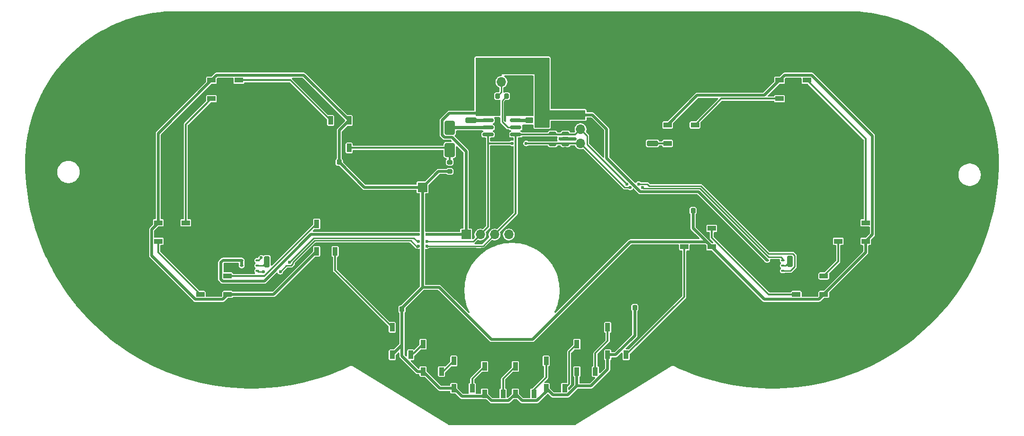
<source format=gbr>
%TF.GenerationSoftware,KiCad,Pcbnew,9.0.1*%
%TF.CreationDate,2025-05-09T16:18:51+02:00*%
%TF.ProjectId,hoofd nieuw V3,686f6f66-6420-46e6-9965-75772056332e,rev?*%
%TF.SameCoordinates,Original*%
%TF.FileFunction,Copper,L1,Top*%
%TF.FilePolarity,Positive*%
%FSLAX46Y46*%
G04 Gerber Fmt 4.6, Leading zero omitted, Abs format (unit mm)*
G04 Created by KiCad (PCBNEW 9.0.1) date 2025-05-09 16:18:51*
%MOMM*%
%LPD*%
G01*
G04 APERTURE LIST*
G04 Aperture macros list*
%AMRoundRect*
0 Rectangle with rounded corners*
0 $1 Rounding radius*
0 $2 $3 $4 $5 $6 $7 $8 $9 X,Y pos of 4 corners*
0 Add a 4 corners polygon primitive as box body*
4,1,4,$2,$3,$4,$5,$6,$7,$8,$9,$2,$3,0*
0 Add four circle primitives for the rounded corners*
1,1,$1+$1,$2,$3*
1,1,$1+$1,$4,$5*
1,1,$1+$1,$6,$7*
1,1,$1+$1,$8,$9*
0 Add four rect primitives between the rounded corners*
20,1,$1+$1,$2,$3,$4,$5,0*
20,1,$1+$1,$4,$5,$6,$7,0*
20,1,$1+$1,$6,$7,$8,$9,0*
20,1,$1+$1,$8,$9,$2,$3,0*%
G04 Aperture macros list end*
%TA.AperFunction,SMDPad,CuDef*%
%ADD10RoundRect,0.090000X0.360000X-0.660000X0.360000X0.660000X-0.360000X0.660000X-0.360000X-0.660000X0*%
%TD*%
%TA.AperFunction,SMDPad,CuDef*%
%ADD11R,0.200000X0.280000*%
%TD*%
%TA.AperFunction,SMDPad,CuDef*%
%ADD12RoundRect,0.225000X0.225000X0.250000X-0.225000X0.250000X-0.225000X-0.250000X0.225000X-0.250000X0*%
%TD*%
%TA.AperFunction,SMDPad,CuDef*%
%ADD13RoundRect,0.225000X-0.225000X-0.250000X0.225000X-0.250000X0.225000X0.250000X-0.225000X0.250000X0*%
%TD*%
%TA.AperFunction,ComponentPad*%
%ADD14R,1.700000X1.700000*%
%TD*%
%TA.AperFunction,ComponentPad*%
%ADD15O,1.700000X1.700000*%
%TD*%
%TA.AperFunction,SMDPad,CuDef*%
%ADD16RoundRect,0.090000X-0.660000X-0.360000X0.660000X-0.360000X0.660000X0.360000X-0.660000X0.360000X0*%
%TD*%
%TA.AperFunction,SMDPad,CuDef*%
%ADD17RoundRect,0.090000X0.660000X0.360000X-0.660000X0.360000X-0.660000X-0.360000X0.660000X-0.360000X0*%
%TD*%
%TA.AperFunction,SMDPad,CuDef*%
%ADD18RoundRect,0.250000X-0.250000X-0.750000X0.250000X-0.750000X0.250000X0.750000X-0.250000X0.750000X0*%
%TD*%
%TA.AperFunction,SMDPad,CuDef*%
%ADD19RoundRect,0.165000X0.485000X0.385000X-0.485000X0.385000X-0.485000X-0.385000X0.485000X-0.385000X0*%
%TD*%
%TA.AperFunction,SMDPad,CuDef*%
%ADD20RoundRect,0.090000X-0.360000X0.660000X-0.360000X-0.660000X0.360000X-0.660000X0.360000X0.660000X0*%
%TD*%
%TA.AperFunction,SMDPad,CuDef*%
%ADD21RoundRect,0.150000X-0.825000X-0.150000X0.825000X-0.150000X0.825000X0.150000X-0.825000X0.150000X0*%
%TD*%
%TA.AperFunction,SMDPad,CuDef*%
%ADD22RoundRect,0.250000X0.750000X-0.250000X0.750000X0.250000X-0.750000X0.250000X-0.750000X-0.250000X0*%
%TD*%
%TA.AperFunction,SMDPad,CuDef*%
%ADD23RoundRect,0.250000X-0.650000X1.000000X-0.650000X-1.000000X0.650000X-1.000000X0.650000X1.000000X0*%
%TD*%
%TA.AperFunction,SMDPad,CuDef*%
%ADD24RoundRect,0.100000X-0.200000X-0.100000X0.200000X-0.100000X0.200000X0.100000X-0.200000X0.100000X0*%
%TD*%
%TA.AperFunction,SMDPad,CuDef*%
%ADD25R,1.500000X2.400000*%
%TD*%
%TA.AperFunction,SMDPad,CuDef*%
%ADD26RoundRect,0.200000X-0.200000X-0.275000X0.200000X-0.275000X0.200000X0.275000X-0.200000X0.275000X0*%
%TD*%
%TA.AperFunction,SMDPad,CuDef*%
%ADD27RoundRect,0.150000X-0.512500X-0.150000X0.512500X-0.150000X0.512500X0.150000X-0.512500X0.150000X0*%
%TD*%
%TA.AperFunction,SMDPad,CuDef*%
%ADD28RoundRect,0.200000X0.275000X-0.200000X0.275000X0.200000X-0.275000X0.200000X-0.275000X-0.200000X0*%
%TD*%
%TA.AperFunction,ViaPad*%
%ADD29C,0.600000*%
%TD*%
%TA.AperFunction,Conductor*%
%ADD30C,0.250000*%
%TD*%
%TA.AperFunction,Conductor*%
%ADD31C,0.500000*%
%TD*%
%TA.AperFunction,Conductor*%
%ADD32C,0.550000*%
%TD*%
%TA.AperFunction,Conductor*%
%ADD33C,0.600000*%
%TD*%
%TA.AperFunction,Conductor*%
%ADD34C,1.700000*%
%TD*%
%TA.AperFunction,Conductor*%
%ADD35C,0.300000*%
%TD*%
G04 APERTURE END LIST*
D10*
%TO.P,D5,1,VDD*%
%TO.N,+5V*%
X96600000Y-63450000D03*
%TO.P,D5,2,DOUT*%
%TO.N,Net-(D5-DOUT)*%
X99900000Y-63450000D03*
%TO.P,D5,3,VSS*%
%TO.N,GND*%
X99900000Y-58550000D03*
%TO.P,D5,4,DIN*%
%TO.N,Net-(D4-DOUT)*%
X96600000Y-58550000D03*
%TD*%
D11*
%TO.P,D6,1,K1*%
%TO.N,GND*%
X116075000Y-54275000D03*
%TO.P,D6,2,K2*%
%TO.N,+5V*%
X115675000Y-54275000D03*
%TD*%
D12*
%TO.P,C2,1*%
%TO.N,+3.3V*%
X136225000Y-36650000D03*
%TO.P,C2,2*%
%TO.N,GND*%
X134675000Y-36650000D03*
%TD*%
D13*
%TO.P,C1,1*%
%TO.N,+3.3V*%
X128950000Y-37200000D03*
%TO.P,C1,2*%
%TO.N,GND*%
X130500000Y-37200000D03*
%TD*%
D14*
%TO.P,J4,1,Pin_1*%
%TO.N,GND*%
X132150000Y-33150000D03*
D15*
%TO.P,J4,2,Pin_2*%
%TO.N,Net-(J4-Pin_2)*%
X129610000Y-33150000D03*
%TO.P,J4,3,Pin_3*%
%TO.N,+3.3V*%
X127070000Y-33150000D03*
%TD*%
D10*
%TO.P,D13,1,VDD*%
%TO.N,+5V*%
X143100000Y-84950000D03*
%TO.P,D13,2,DOUT*%
%TO.N,Net-(D13-DOUT)*%
X146400000Y-84950000D03*
%TO.P,D13,3,VSS*%
%TO.N,GND*%
X146400000Y-80050000D03*
%TO.P,D13,4,DIN*%
%TO.N,Net-(D12-DOUT)*%
X143100000Y-80050000D03*
%TD*%
D14*
%TO.P,J3,1,Pin_1*%
%TO.N,+3.3V*%
X123310000Y-60450000D03*
D15*
%TO.P,J3,2,Pin_2*%
%TO.N,/SDA*%
X125850000Y-60450000D03*
%TO.P,J3,3,Pin_3*%
%TO.N,/SCL*%
X128390000Y-60450000D03*
%TO.P,J3,4,Pin_4*%
%TO.N,/mode*%
X130930000Y-60450000D03*
%TO.P,J3,5,Pin_5*%
%TO.N,GND*%
X133470000Y-60450000D03*
%TD*%
D12*
%TO.P,C5,1*%
%TO.N,+5V*%
X100625000Y-47500000D03*
%TO.P,C5,2*%
%TO.N,GND*%
X99075000Y-47500000D03*
%TD*%
D13*
%TO.P,C4,1*%
%TO.N,+5V*%
X111835000Y-73810000D03*
%TO.P,C4,2*%
%TO.N,GND*%
X113385000Y-73810000D03*
%TD*%
D10*
%TO.P,D8,1,VDD*%
%TO.N,+5V*%
X115600000Y-84950000D03*
%TO.P,D8,2,DOUT*%
%TO.N,Net-(D8-DOUT)*%
X118900000Y-84950000D03*
%TO.P,D8,3,VSS*%
%TO.N,GND*%
X118900000Y-80050000D03*
%TO.P,D8,4,DIN*%
%TO.N,Net-(D7-DOUT)*%
X115600000Y-80050000D03*
%TD*%
D16*
%TO.P,D19,1,VDD*%
%TO.N,+5V*%
X159300000Y-40850000D03*
%TO.P,D19,2,DOUT*%
%TO.N,Net-(D19-DOUT)*%
X159300000Y-44150000D03*
%TO.P,D19,3,VSS*%
%TO.N,GND*%
X164200000Y-44150000D03*
%TO.P,D19,4,DIN*%
%TO.N,Net-(D18-DOUT)*%
X164200000Y-40850000D03*
%TD*%
D10*
%TO.P,D9,1,VDD*%
%TO.N,+5V*%
X121100000Y-87950000D03*
%TO.P,D9,2,DOUT*%
%TO.N,Net-(D10-DIN)*%
X124400000Y-87950000D03*
%TO.P,D9,3,VSS*%
%TO.N,GND*%
X124400000Y-83050000D03*
%TO.P,D9,4,DIN*%
%TO.N,Net-(D8-DOUT)*%
X121100000Y-83050000D03*
%TD*%
D16*
%TO.P,D18,1,VDD*%
%TO.N,+5V*%
X179300000Y-32850000D03*
%TO.P,D18,2,DOUT*%
%TO.N,Net-(D18-DOUT)*%
X179300000Y-36150000D03*
%TO.P,D18,3,VSS*%
%TO.N,GND*%
X184200000Y-36150000D03*
%TO.P,D18,4,DIN*%
%TO.N,Net-(D17-DOUT)*%
X184200000Y-32850000D03*
%TD*%
D12*
%TO.P,C9,1*%
%TO.N,+5V*%
X153445000Y-73510000D03*
%TO.P,C9,2*%
%TO.N,GND*%
X151895000Y-73510000D03*
%TD*%
D17*
%TO.P,D15,1,VDD*%
%TO.N,+5V*%
X167200000Y-62650000D03*
%TO.P,D15,2,DOUT*%
%TO.N,Net-(D15-DOUT)*%
X167200000Y-59350000D03*
%TO.P,D15,3,VSS*%
%TO.N,GND*%
X162300000Y-59350000D03*
%TO.P,D15,4,DIN*%
%TO.N,Net-(D14-DOUT)*%
X162300000Y-62650000D03*
%TD*%
D10*
%TO.P,D11,1,VDD*%
%TO.N,+5V*%
X132100000Y-88950000D03*
%TO.P,D11,2,DOUT*%
%TO.N,Net-(D11-DOUT)*%
X135400000Y-88950000D03*
%TO.P,D11,3,VSS*%
%TO.N,GND*%
X135400000Y-84050000D03*
%TO.P,D11,4,DIN*%
%TO.N,Net-(D10-DOUT)*%
X132100000Y-84050000D03*
%TD*%
%TO.P,D7,1,VDD*%
%TO.N,+5V*%
X110100000Y-81950000D03*
%TO.P,D7,2,DOUT*%
%TO.N,Net-(D7-DOUT)*%
X113400000Y-81950000D03*
%TO.P,D7,3,VSS*%
%TO.N,GND*%
X113400000Y-77050000D03*
%TO.P,D7,4,DIN*%
%TO.N,Net-(D5-DOUT)*%
X110100000Y-77050000D03*
%TD*%
D18*
%TO.P,J7,1,Pin_1*%
%TO.N,Net-(J7-Pin_1)*%
X87700000Y-65300000D03*
%TD*%
D14*
%TO.P,J2,1,Pin_1*%
%TO.N,+5V*%
X115525000Y-52000000D03*
D15*
%TO.P,J2,2,Pin_2*%
%TO.N,GND*%
X118065000Y-52000000D03*
%TD*%
D18*
%TO.P,J8,1,Pin_1*%
%TO.N,Net-(J8-Pin_1)*%
X181200000Y-65200000D03*
%TD*%
D10*
%TO.P,D10,1,VDD*%
%TO.N,+5V*%
X126600000Y-88950000D03*
%TO.P,D10,2,DOUT*%
%TO.N,Net-(D10-DOUT)*%
X129900000Y-88950000D03*
%TO.P,D10,3,VSS*%
%TO.N,GND*%
X129900000Y-84050000D03*
%TO.P,D10,4,DIN*%
%TO.N,Net-(D10-DIN)*%
X126600000Y-84050000D03*
%TD*%
D19*
%TO.P,Y1,1,Tri-State*%
%TO.N,+3.3V*%
X136850000Y-38150000D03*
%TO.P,Y1,2,GND*%
%TO.N,GND*%
X134550000Y-38150000D03*
%TO.P,Y1,3,OUT*%
%TO.N,/XTAL*%
X134550000Y-40050000D03*
%TO.P,Y1,4,VDD*%
%TO.N,+3.3V*%
X136850000Y-40050000D03*
%TD*%
D17*
%TO.P,D16,1,VDD*%
%TO.N,+5V*%
X187200000Y-71150000D03*
%TO.P,D16,2,DOUT*%
%TO.N,Net-(D16-DOUT)*%
X187200000Y-67850000D03*
%TO.P,D16,3,VSS*%
%TO.N,GND*%
X182300000Y-67850000D03*
%TO.P,D16,4,DIN*%
%TO.N,Net-(D15-DOUT)*%
X182300000Y-71150000D03*
%TD*%
D20*
%TO.P,D1,1,VDD*%
%TO.N,+5V*%
X102400000Y-40050000D03*
%TO.P,D1,2,DOUT*%
%TO.N,Net-(D1-DOUT)*%
X99100000Y-40050000D03*
%TO.P,D1,3,VSS*%
%TO.N,GND*%
X99100000Y-44950000D03*
%TO.P,D1,4,DIN*%
%TO.N,Net-(D1-DIN)*%
X102400000Y-44950000D03*
%TD*%
D17*
%TO.P,D17,1,VDD*%
%TO.N,+5V*%
X194700000Y-61650000D03*
%TO.P,D17,2,DOUT*%
%TO.N,Net-(D17-DOUT)*%
X194700000Y-58350000D03*
%TO.P,D17,3,VSS*%
%TO.N,GND*%
X189800000Y-58350000D03*
%TO.P,D17,4,DIN*%
%TO.N,Net-(D16-DOUT)*%
X189800000Y-61650000D03*
%TD*%
D14*
%TO.P,J1,1,Pin_1*%
%TO.N,+3.3V*%
X143750000Y-39060000D03*
D15*
%TO.P,J1,2,Pin_2*%
%TO.N,/SCL*%
X143750000Y-41600000D03*
%TO.P,J1,3,Pin_3*%
%TO.N,/SDA*%
X143750000Y-44140000D03*
%TO.P,J1,4,Pin_4*%
%TO.N,GND*%
X143750000Y-46680000D03*
%TD*%
D17*
%TO.P,D4,1,VDD*%
%TO.N,+5V*%
X80700000Y-71150000D03*
%TO.P,D4,2,DOUT*%
%TO.N,Net-(D4-DOUT)*%
X80700000Y-67850000D03*
%TO.P,D4,3,VSS*%
%TO.N,GND*%
X75800000Y-67850000D03*
%TO.P,D4,4,DIN*%
%TO.N,Net-(D3-DOUT)*%
X75800000Y-71150000D03*
%TD*%
D21*
%TO.P,U1,1,VCC*%
%TO.N,+3.3V*%
X127225000Y-38775000D03*
%TO.P,U1,2,PA6*%
%TO.N,Net-(J6-Pin_1)*%
X127225000Y-40045000D03*
%TO.P,U1,3,PA7*%
%TO.N,Net-(D21-K)*%
X127225000Y-41315000D03*
%TO.P,U1,4,PA1*%
%TO.N,/SDA*%
X127225000Y-42585000D03*
%TO.P,U1,5,PA2*%
%TO.N,/SCL*%
X132175000Y-42585000D03*
%TO.P,U1,6,~{RESET}/PA0*%
%TO.N,/UPDI{slash}~{RESET}*%
X132175000Y-41315000D03*
%TO.P,U1,7,PA3*%
%TO.N,/XTAL*%
X132175000Y-40045000D03*
%TO.P,U1,8,GND*%
%TO.N,GND*%
X132175000Y-38775000D03*
%TD*%
D22*
%TO.P,J6,1,Pin_1*%
%TO.N,Net-(J6-Pin_1)*%
X124170000Y-40040000D03*
%TD*%
%TO.P,J5,1,Pin_1*%
%TO.N,Net-(D19-DOUT)*%
X156610000Y-44140000D03*
%TD*%
D23*
%TO.P,D21,1,K*%
%TO.N,Net-(D21-K)*%
X120390000Y-41330000D03*
%TO.P,D21,2,A*%
%TO.N,Net-(D1-DIN)*%
X120390000Y-45330000D03*
%TD*%
D24*
%TO.P,U3,1,VDD*%
%TO.N,+3.3V*%
X177100000Y-65050000D03*
%TO.P,U3,2,ADDR*%
%TO.N,GND*%
X177100000Y-66000000D03*
%TO.P,U3,3,GND*%
X177100000Y-66950000D03*
%TO.P,U3,4,SCL*%
%TO.N,/SCL*%
X179900000Y-66950000D03*
%TO.P,U3,5,~{INT}*%
%TO.N,Net-(J8-Pin_1)*%
X179900000Y-66000000D03*
%TO.P,U3,6,SDA*%
%TO.N,/SDA*%
X179900000Y-65050000D03*
D25*
%TO.P,U3,7,Epad*%
%TO.N,GND*%
X178500000Y-66000000D03*
%TD*%
D10*
%TO.P,D14,1,VDD*%
%TO.N,+5V*%
X148600000Y-81950000D03*
%TO.P,D14,2,DOUT*%
%TO.N,Net-(D14-DOUT)*%
X151900000Y-81950000D03*
%TO.P,D14,3,VSS*%
%TO.N,GND*%
X151900000Y-77050000D03*
%TO.P,D14,4,DIN*%
%TO.N,Net-(D13-DOUT)*%
X148600000Y-77050000D03*
%TD*%
D26*
%TO.P,R3,1*%
%TO.N,Net-(J4-Pin_2)*%
X128900000Y-35675000D03*
%TO.P,R3,2*%
%TO.N,/UPDI{slash}~{RESET}*%
X130550000Y-35675000D03*
%TD*%
D16*
%TO.P,D3,1,VDD*%
%TO.N,+5V*%
X68300000Y-58350000D03*
%TO.P,D3,2,DOUT*%
%TO.N,Net-(D3-DOUT)*%
X68300000Y-61650000D03*
%TO.P,D3,3,VSS*%
%TO.N,GND*%
X73200000Y-61650000D03*
%TO.P,D3,4,DIN*%
%TO.N,Net-(D2-DOUT)*%
X73200000Y-58350000D03*
%TD*%
D12*
%TO.P,C3,1*%
%TO.N,+5V*%
X163855000Y-56200000D03*
%TO.P,C3,2*%
%TO.N,GND*%
X162305000Y-56200000D03*
%TD*%
D10*
%TO.P,D12,1,VDD*%
%TO.N,+5V*%
X137600000Y-87950000D03*
%TO.P,D12,2,DOUT*%
%TO.N,Net-(D12-DOUT)*%
X140900000Y-87950000D03*
%TO.P,D12,3,VSS*%
%TO.N,GND*%
X140900000Y-83050000D03*
%TO.P,D12,4,DIN*%
%TO.N,Net-(D11-DOUT)*%
X137600000Y-83050000D03*
%TD*%
D27*
%TO.P,U4,1,I/O1*%
%TO.N,/SCL*%
X138762500Y-42400000D03*
%TO.P,U4,2,GND*%
%TO.N,GND*%
X138762500Y-43350000D03*
%TO.P,U4,3,I/O2*%
%TO.N,/SDA*%
X138762500Y-44300000D03*
%TO.P,U4,4,I/O2*%
X141037500Y-44300000D03*
%TO.P,U4,5,VBUS*%
%TO.N,+3.3V*%
X141037500Y-43350000D03*
%TO.P,U4,6,I/O1*%
%TO.N,/SCL*%
X141037500Y-42400000D03*
%TD*%
D24*
%TO.P,U2,1,VDD*%
%TO.N,+3.3V*%
X83200000Y-65050000D03*
%TO.P,U2,2,ADDR*%
X83200000Y-66000000D03*
%TO.P,U2,3,GND*%
%TO.N,GND*%
X83200000Y-66950000D03*
%TO.P,U2,4,SCL*%
%TO.N,/SCL*%
X86000000Y-66950000D03*
%TO.P,U2,5,~{INT}*%
%TO.N,Net-(J7-Pin_1)*%
X86000000Y-66000000D03*
%TO.P,U2,6,SDA*%
%TO.N,/SDA*%
X86000000Y-65050000D03*
D25*
%TO.P,U2,7,Epad*%
%TO.N,GND*%
X84600000Y-66000000D03*
%TD*%
D28*
%TO.P,R2,1*%
%TO.N,+5V*%
X120390000Y-49155000D03*
%TO.P,R2,2*%
%TO.N,Net-(D1-DIN)*%
X120390000Y-47505000D03*
%TD*%
D16*
%TO.P,D2,1,VDD*%
%TO.N,+5V*%
X77800000Y-32850000D03*
%TO.P,D2,2,DOUT*%
%TO.N,Net-(D2-DOUT)*%
X77800000Y-36150000D03*
%TO.P,D2,3,VSS*%
%TO.N,GND*%
X82700000Y-36150000D03*
%TO.P,D2,4,DIN*%
%TO.N,Net-(D1-DOUT)*%
X82700000Y-32850000D03*
%TD*%
D29*
%TO.N,GND*%
X145500000Y-41500000D03*
X135400000Y-43350000D03*
X114300000Y-73200000D03*
X216000000Y-40000000D03*
X60675113Y-70000534D03*
X46000000Y-45000000D03*
X101000000Y-65000000D03*
X186000000Y-45000000D03*
X76000000Y-80000000D03*
X191000000Y-60000000D03*
X76000000Y-25000000D03*
X146000000Y-70000000D03*
X136000000Y-80000000D03*
X71000000Y-65000000D03*
X176000000Y-25000000D03*
X46000000Y-50000000D03*
X71000000Y-75000000D03*
X151000000Y-40000000D03*
X181000000Y-60000000D03*
X91000000Y-45000000D03*
X206000000Y-35000000D03*
X111000000Y-55000000D03*
X201000000Y-45000000D03*
X101000000Y-57500000D03*
X86000000Y-45000000D03*
X171000000Y-75000000D03*
X96000000Y-40000000D03*
X126000000Y-25000000D03*
X116000000Y-35000000D03*
X121000000Y-25000000D03*
X146000000Y-35000000D03*
X99800000Y-46600000D03*
X161000000Y-80000000D03*
X114400000Y-73800000D03*
X101000000Y-80000000D03*
X51000000Y-35000000D03*
X56000000Y-55000000D03*
X211000000Y-55000000D03*
X91000000Y-40000000D03*
X66000000Y-40000000D03*
X96000000Y-55000000D03*
X206000000Y-40000000D03*
X76000000Y-70000000D03*
X51000000Y-45000000D03*
X71000000Y-25000000D03*
X86000000Y-55000000D03*
X81000000Y-30000000D03*
X111000000Y-30000000D03*
X121000000Y-85000000D03*
X196000000Y-70000000D03*
X181000000Y-35000000D03*
X66000000Y-35000000D03*
X141000000Y-65000000D03*
X121000000Y-80000000D03*
X211000000Y-65000000D03*
X96000000Y-45000000D03*
X96000000Y-70000000D03*
X111000000Y-35000000D03*
X91000000Y-35000000D03*
X96000000Y-80000000D03*
X81000000Y-60000000D03*
X161000000Y-30000000D03*
X56000000Y-60000000D03*
X136000000Y-60000000D03*
X181000000Y-55000000D03*
X86000000Y-85000000D03*
X51000000Y-40000000D03*
X206000000Y-55000000D03*
X66000000Y-65000000D03*
X106000000Y-25000000D03*
X161000000Y-55000000D03*
X106000000Y-30000000D03*
X91000000Y-30000000D03*
X141000000Y-75000000D03*
X60675113Y-60000534D03*
X216000000Y-55000000D03*
X106000000Y-50000000D03*
X66000000Y-55000000D03*
X101000000Y-70000000D03*
X81000000Y-55000000D03*
X106000000Y-70000000D03*
X81000000Y-45000000D03*
X171000000Y-25000000D03*
X113800000Y-74800000D03*
X71000000Y-70000000D03*
X176000000Y-30000000D03*
X206000000Y-30000000D03*
X176000000Y-80000000D03*
X206000000Y-65000000D03*
X101000000Y-35000000D03*
X121660000Y-42820000D03*
X111000000Y-57500000D03*
X151000000Y-70000000D03*
X71000000Y-55000000D03*
X146000000Y-30000000D03*
X81000000Y-85000000D03*
X60675113Y-40000534D03*
X201000000Y-35000000D03*
X191000000Y-85000000D03*
X101000000Y-25000000D03*
X98800000Y-48500000D03*
X211000000Y-60000000D03*
X161000000Y-35000000D03*
X171000000Y-85000000D03*
X96000000Y-50000000D03*
X86000000Y-70000000D03*
X129700000Y-42800000D03*
X51000000Y-60000000D03*
X56000000Y-50000000D03*
X106000000Y-35000000D03*
X186000000Y-50000000D03*
X191000000Y-30000000D03*
X176000000Y-40000000D03*
X96000000Y-25000000D03*
X191000000Y-50000000D03*
X156000000Y-80000000D03*
X60675113Y-35000534D03*
X151000000Y-85000000D03*
X161000000Y-65000000D03*
X151000000Y-75000000D03*
X111000000Y-50000000D03*
X98200000Y-47000000D03*
X191000000Y-45000000D03*
X146000000Y-50000000D03*
X76000000Y-50000000D03*
X186000000Y-40000000D03*
X86000000Y-40000000D03*
X186000000Y-70000000D03*
X201000000Y-40000000D03*
X196000000Y-80000000D03*
X161300000Y-56200000D03*
X131000000Y-25000000D03*
X146000000Y-65000000D03*
X116400000Y-64500000D03*
X156000000Y-65000000D03*
X51000000Y-65000000D03*
X166000000Y-60000000D03*
X134800000Y-43350000D03*
X66000000Y-30000000D03*
X118990000Y-44300000D03*
X191000000Y-35000000D03*
X111000000Y-65000000D03*
X106000000Y-75000000D03*
X116000000Y-30000000D03*
X171000000Y-40000000D03*
X96000000Y-85000000D03*
X71000000Y-35000000D03*
X201000000Y-55000000D03*
X91000000Y-60000000D03*
X111000000Y-25000000D03*
X216000000Y-50000000D03*
X121000000Y-75000000D03*
X136000000Y-25000000D03*
X98200000Y-62700000D03*
X151000000Y-35000000D03*
X146500000Y-44000000D03*
X116000000Y-75000000D03*
X86000000Y-75000000D03*
X96000000Y-30000000D03*
X186000000Y-30000000D03*
X191000000Y-70000000D03*
X116000000Y-90000000D03*
X134000000Y-41500000D03*
X116300000Y-59630000D03*
X61000000Y-25000000D03*
X171000000Y-45000000D03*
X91000000Y-75000000D03*
X98300000Y-48200000D03*
X60675113Y-65000534D03*
X186000000Y-80000000D03*
X136000000Y-45000000D03*
X181000000Y-25000000D03*
X111000000Y-85000000D03*
X121000000Y-50000000D03*
X201000000Y-70000000D03*
X76000000Y-40000000D03*
X161000000Y-25000000D03*
X101000000Y-75000000D03*
X146000000Y-75000000D03*
X181000000Y-85000000D03*
X171000000Y-50000000D03*
X141000000Y-25000000D03*
X141000000Y-60000000D03*
X151000000Y-25000000D03*
X166000000Y-75000000D03*
X171000000Y-70000000D03*
X161000000Y-50000000D03*
X56000000Y-35000000D03*
X91000000Y-85000000D03*
X166000000Y-80000000D03*
X181000000Y-45000000D03*
X166000000Y-70000000D03*
X201000000Y-25000000D03*
X71000000Y-50000000D03*
X98600000Y-46500000D03*
X171000000Y-30000000D03*
X129700000Y-41300000D03*
X181000000Y-30000000D03*
X211000000Y-35000000D03*
X99200000Y-46500000D03*
X201000000Y-65000000D03*
X106000000Y-55000000D03*
X121000000Y-70000000D03*
X114300000Y-74400000D03*
X146500000Y-45000000D03*
X136600000Y-43350000D03*
X106000000Y-57500000D03*
X206000000Y-60000000D03*
X141000000Y-90000000D03*
X106000000Y-85000000D03*
X176000000Y-45000000D03*
X161000000Y-70000000D03*
X98100000Y-47600000D03*
X116000000Y-50000000D03*
X81000000Y-70000000D03*
X181000000Y-40000000D03*
X161000000Y-45000000D03*
X91000000Y-55000000D03*
X156000000Y-70000000D03*
X141000000Y-50000000D03*
X125100000Y-64200000D03*
X76000000Y-55000000D03*
X60675113Y-55000534D03*
X151000000Y-30000000D03*
X134200000Y-43350000D03*
X156000000Y-50000000D03*
X46000000Y-55000000D03*
X196000000Y-65000000D03*
X166000000Y-45000000D03*
X211000000Y-45000000D03*
X146820000Y-48220000D03*
X81000000Y-40000000D03*
X116000000Y-25000000D03*
X161900000Y-57200000D03*
X91000000Y-50000000D03*
X126000000Y-50000000D03*
X118990000Y-45600000D03*
X156000000Y-35000000D03*
X151000000Y-45000000D03*
X66000000Y-60000000D03*
X161400000Y-55600000D03*
X162500000Y-55200000D03*
X56000000Y-30000000D03*
X101430000Y-44790000D03*
X206000000Y-70000000D03*
X56000000Y-45000000D03*
X56000000Y-70000000D03*
X131000000Y-50000000D03*
X81000000Y-75000000D03*
X136000000Y-85000000D03*
X133290000Y-43380000D03*
X176000000Y-75000000D03*
X121000000Y-30000000D03*
X60675113Y-30000534D03*
X71000000Y-80000000D03*
X186000000Y-55000000D03*
X141000000Y-30000000D03*
X161000000Y-75000000D03*
X181000000Y-75000000D03*
X129600000Y-61100000D03*
X186000000Y-75000000D03*
X166000000Y-50000000D03*
X166000000Y-25000000D03*
X151000000Y-55000000D03*
X114710000Y-59620000D03*
X156000000Y-40000000D03*
X96000000Y-75000000D03*
X60675113Y-50000534D03*
X116000000Y-40000000D03*
X171000000Y-80000000D03*
X211000000Y-40000000D03*
X101000000Y-30000000D03*
X201000000Y-50000000D03*
X151000000Y-65000000D03*
X186000000Y-65000000D03*
X111000000Y-40000000D03*
X163000000Y-55500000D03*
X161400000Y-56800000D03*
X181000000Y-80000000D03*
X101000000Y-40000000D03*
X114260000Y-53200000D03*
X186000000Y-60000000D03*
X56000000Y-75000000D03*
X75160000Y-37200000D03*
X60675113Y-45000534D03*
X66000000Y-80000000D03*
X123200000Y-73400000D03*
X146000000Y-55000000D03*
X111000000Y-70000000D03*
X121000000Y-65000000D03*
X56000000Y-65000000D03*
X137800000Y-43350000D03*
X81000000Y-35000000D03*
X191000000Y-55000000D03*
X86000000Y-50000000D03*
X126000000Y-55000000D03*
X216000000Y-45000000D03*
X136000000Y-43350000D03*
X101000000Y-50000000D03*
X71000000Y-60000000D03*
X66000000Y-45000000D03*
X191000000Y-65000000D03*
X113200000Y-74800000D03*
X126000000Y-45000000D03*
X191000000Y-80000000D03*
X86000000Y-30000000D03*
X121000000Y-90000000D03*
X121000000Y-55000000D03*
X151000000Y-60000000D03*
X196000000Y-30000000D03*
X113800000Y-72800000D03*
X201000000Y-75000000D03*
X206000000Y-75000000D03*
X206000000Y-50000000D03*
X126000000Y-80000000D03*
X86000000Y-25000000D03*
X76000000Y-45000000D03*
X124700000Y-59600000D03*
X166000000Y-30000000D03*
X51000000Y-55000000D03*
X176000000Y-55000000D03*
X86000000Y-60000000D03*
X176000000Y-60000000D03*
X216000000Y-60000000D03*
X136000000Y-50000000D03*
X181000000Y-50000000D03*
X211000000Y-30000000D03*
X71000000Y-45000000D03*
X181000000Y-70000000D03*
X141000000Y-45000000D03*
X76000000Y-65000000D03*
X60675113Y-75000534D03*
X66000000Y-50000000D03*
X139710000Y-73630000D03*
X146000000Y-25000000D03*
X76000000Y-75000000D03*
X121790000Y-45150000D03*
X176000000Y-50000000D03*
X137200000Y-43350000D03*
X191000000Y-75000000D03*
X196000000Y-75000000D03*
X141000000Y-55000000D03*
X101000000Y-55000000D03*
X166000000Y-85000000D03*
X156000000Y-25000000D03*
X211000000Y-70000000D03*
X156000000Y-60000000D03*
X91000000Y-25000000D03*
X201000000Y-80000000D03*
X116400000Y-69100000D03*
X131000000Y-55000000D03*
X141000000Y-80000000D03*
X186000000Y-25000000D03*
X121000000Y-35000000D03*
X156000000Y-85000000D03*
X131000000Y-80000000D03*
X141000000Y-35000000D03*
X71000000Y-30000000D03*
X141000000Y-70000000D03*
X156000000Y-30000000D03*
X146000000Y-60000000D03*
X76000000Y-85000000D03*
X86000000Y-80000000D03*
X106000000Y-40000000D03*
X166000000Y-40000000D03*
X81000000Y-80000000D03*
X131000000Y-45000000D03*
X66000000Y-70000000D03*
X125500000Y-61900000D03*
X76000000Y-30000000D03*
X191000000Y-25000000D03*
X186000000Y-85000000D03*
X166000000Y-65000000D03*
X156000000Y-75000000D03*
X66000000Y-25000000D03*
X146000000Y-90000000D03*
X201000000Y-60000000D03*
X106000000Y-80000000D03*
X81000000Y-50000000D03*
X206000000Y-45000000D03*
X71000000Y-85000000D03*
X201000000Y-30000000D03*
X141000000Y-85000000D03*
X146000000Y-80000000D03*
X96000000Y-35000000D03*
X86000000Y-35000000D03*
X56000000Y-40000000D03*
X156000000Y-55000000D03*
X111000000Y-75000000D03*
X176000000Y-85000000D03*
X81000000Y-25000000D03*
X76000000Y-60000000D03*
X46000000Y-40000000D03*
X171000000Y-55000000D03*
X196000000Y-35000000D03*
X161900000Y-55200000D03*
X196000000Y-25000000D03*
X66000000Y-75000000D03*
X161000000Y-60000000D03*
X106000000Y-65000000D03*
X91000000Y-80000000D03*
X136000000Y-55000000D03*
%TO.N,+3.3V*%
X140070000Y-43350000D03*
X142050000Y-43340000D03*
X142687746Y-43306860D03*
X114775000Y-60450000D03*
X116275000Y-60450000D03*
%TO.N,/SDA*%
X91715657Y-65415657D03*
X152640523Y-52029477D03*
X131525000Y-44140000D03*
X86700000Y-64600000D03*
X154786105Y-52025000D03*
X114775000Y-61700000D03*
X134025000Y-44150000D03*
X116275000Y-61700000D03*
%TO.N,/SCL*%
X154131185Y-51398815D03*
X87100000Y-67100000D03*
X116275000Y-62500003D03*
X90100000Y-67100000D03*
X114775000Y-62500003D03*
X152010523Y-51399477D03*
%TD*%
D30*
%TO.N,GND*%
X178829456Y-65500000D02*
X178419728Y-65090272D01*
D31*
%TO.N,+3.3V*%
X120758292Y-43050000D02*
X119461708Y-43050000D01*
D32*
X79803062Y-68776000D02*
X79474000Y-68446938D01*
D31*
X119039000Y-42627292D02*
X119039000Y-40032708D01*
D32*
X87259298Y-68776000D02*
X79803062Y-68776000D01*
D31*
X164825000Y-52775000D02*
X177100000Y-65050000D01*
D33*
X142687746Y-43306860D02*
X142654606Y-43340000D01*
D32*
X79474000Y-68446938D02*
X79474000Y-65451000D01*
D31*
X145885000Y-39060000D02*
X148426000Y-41601000D01*
X123310000Y-60450000D02*
X123310000Y-45601708D01*
D32*
X79474000Y-65451000D02*
X79875000Y-65050000D01*
D31*
X119461708Y-43050000D02*
X119039000Y-42627292D01*
D34*
X143750000Y-39060000D02*
X137760000Y-39060000D01*
D32*
X114775000Y-60450000D02*
X95585298Y-60450000D01*
D33*
X142654606Y-43340000D02*
X142050000Y-43340000D01*
D31*
X154441523Y-52769815D02*
X154446708Y-52775000D01*
X154446708Y-52775000D02*
X164825000Y-52775000D01*
D34*
X137760000Y-39060000D02*
X136850000Y-38150000D01*
D31*
X148426000Y-46754292D02*
X154000182Y-52328474D01*
X119039000Y-40032708D02*
X120296708Y-38775000D01*
D32*
X95585298Y-60450000D02*
X87259298Y-68776000D01*
D31*
X154000182Y-52328474D02*
X154000182Y-52329890D01*
X154000182Y-52329890D02*
X154440107Y-52769815D01*
D32*
X79875000Y-65050000D02*
X83200000Y-65050000D01*
D31*
X123310000Y-45601708D02*
X120758292Y-43050000D01*
D32*
X83200000Y-65050000D02*
X83200000Y-66000000D01*
D33*
X141037500Y-43350000D02*
X142040000Y-43350000D01*
D32*
X116275000Y-60450000D02*
X123310000Y-60450000D01*
D33*
X141037500Y-43350000D02*
X140070000Y-43350000D01*
X142040000Y-43350000D02*
X142050000Y-43340000D01*
D31*
X148426000Y-41601000D02*
X148426000Y-46754292D01*
X154440107Y-52769815D02*
X154441523Y-52769815D01*
X120296708Y-38775000D02*
X127225000Y-38775000D01*
X143750000Y-39060000D02*
X145885000Y-39060000D01*
%TO.N,+5V*%
X100625000Y-47500000D02*
X100625000Y-41825000D01*
X153445000Y-78515000D02*
X153445000Y-73510000D01*
X100625000Y-41825000D02*
X102400000Y-40050000D01*
X68300000Y-42350000D02*
X77800000Y-32850000D01*
X105125000Y-52000000D02*
X100625000Y-47500000D01*
X94299000Y-31949000D02*
X78701000Y-31949000D01*
X126600000Y-88950000D02*
X127801000Y-90151000D01*
X150010000Y-81950000D02*
X153445000Y-78515000D01*
X195901000Y-60449000D02*
X195901000Y-42763416D01*
X121100000Y-87950000D02*
X122549999Y-89399999D01*
X176601000Y-72051000D02*
X167200000Y-62650000D01*
X148600000Y-81950000D02*
X150010000Y-81950000D01*
X115600000Y-84950000D02*
X118600000Y-87950000D01*
X180201000Y-31949000D02*
X179300000Y-32850000D01*
X148600000Y-84537584D02*
X145600000Y-87537584D01*
X88900000Y-71150000D02*
X96600000Y-63450000D01*
X67099000Y-59551000D02*
X68300000Y-58350000D01*
X185086584Y-31949000D02*
X180201000Y-31949000D01*
X130899000Y-90151000D02*
X132100000Y-88950000D01*
X166299000Y-61749000D02*
X152651000Y-61749000D01*
X110100000Y-81950000D02*
X111835000Y-80215000D01*
X115525000Y-69905000D02*
X115525000Y-52000000D01*
X133301000Y-90151000D02*
X135986584Y-90151000D01*
X118370000Y-49155000D02*
X120390000Y-49155000D01*
X195901000Y-42763416D02*
X185086584Y-31949000D01*
X187200000Y-71150000D02*
X194700000Y-63650000D01*
X78701000Y-31949000D02*
X77800000Y-32850000D01*
X111835000Y-73595000D02*
X115525000Y-69905000D01*
X115165000Y-51640000D02*
X115525000Y-52000000D01*
X127800000Y-79200000D02*
X118505000Y-69905000D01*
X115525000Y-52000000D02*
X105125000Y-52000000D01*
X115525000Y-52000000D02*
X118370000Y-49155000D01*
X135986584Y-90151000D02*
X137600000Y-88537584D01*
X80700000Y-71150000D02*
X88900000Y-71150000D01*
X143100000Y-87537584D02*
X143100000Y-84950000D01*
X163855000Y-59305000D02*
X167200000Y-62650000D01*
X187200000Y-71150000D02*
X186299000Y-72051000D01*
X163855000Y-56200000D02*
X163855000Y-59305000D01*
X102400000Y-40050000D02*
X94299000Y-31949000D01*
X111835000Y-80215000D02*
X111835000Y-73810000D01*
X137600000Y-88537584D02*
X137600000Y-87950000D01*
X194700000Y-63650000D02*
X194700000Y-61650000D01*
X127801000Y-90151000D02*
X130899000Y-90151000D01*
X74913416Y-72051000D02*
X67099000Y-64236584D01*
X111835000Y-73810000D02*
X111835000Y-73595000D01*
X111835000Y-80215000D02*
X111835000Y-82172584D01*
X137600000Y-87950000D02*
X138801000Y-89151000D01*
X68300000Y-58350000D02*
X68300000Y-42350000D01*
X126150001Y-89399999D02*
X126600000Y-88950000D01*
X132100000Y-88950000D02*
X133301000Y-90151000D01*
X80700000Y-71150000D02*
X79799000Y-72051000D01*
X114612416Y-84950000D02*
X115600000Y-84950000D01*
X145600000Y-87537584D02*
X143100000Y-87537584D01*
X194700000Y-61650000D02*
X195901000Y-60449000D01*
X141486584Y-89151000D02*
X143100000Y-87537584D01*
X74913416Y-72051000D02*
X79799000Y-72051000D01*
X164601000Y-35549000D02*
X159300000Y-40850000D01*
X152651000Y-61749000D02*
X135199000Y-79201000D01*
X111835000Y-82172584D02*
X114612416Y-84950000D01*
X118600000Y-87950000D02*
X121100000Y-87950000D01*
X135198000Y-79200000D02*
X135199000Y-79201000D01*
X122549999Y-89399999D02*
X126150001Y-89399999D01*
X148600000Y-81950000D02*
X148600000Y-84537584D01*
X167200000Y-62650000D02*
X166299000Y-61749000D01*
X138801000Y-89151000D02*
X141486584Y-89151000D01*
X176601000Y-35549000D02*
X164601000Y-35549000D01*
X179300000Y-32850000D02*
X176601000Y-35549000D01*
X127800000Y-79200000D02*
X135198000Y-79200000D01*
X118505000Y-69905000D02*
X115525000Y-69905000D01*
X186299000Y-72051000D02*
X176601000Y-72051000D01*
X67099000Y-59551000D02*
X67099000Y-64236584D01*
D35*
%TO.N,Net-(D1-DOUT)*%
X99100000Y-40050000D02*
X91900000Y-32850000D01*
X91900000Y-32850000D02*
X82700000Y-32850000D01*
%TO.N,Net-(D1-DIN)*%
X120010000Y-44950000D02*
X102400000Y-44950000D01*
X120390000Y-47505000D02*
X120390000Y-45330000D01*
X120390000Y-45330000D02*
X120010000Y-44950000D01*
%TO.N,Net-(D2-DOUT)*%
X77800000Y-36150000D02*
X73200000Y-40750000D01*
X73200000Y-40750000D02*
X73200000Y-58350000D01*
%TO.N,Net-(D3-DOUT)*%
X68300000Y-63650000D02*
X75800000Y-71150000D01*
X68300000Y-61650000D02*
X68300000Y-63650000D01*
%TO.N,Net-(D4-DOUT)*%
X80700000Y-67850000D02*
X87300000Y-67850000D01*
X87300000Y-67850000D02*
X96600000Y-58550000D01*
%TO.N,Net-(D5-DOUT)*%
X99900000Y-66850000D02*
X110100000Y-77050000D01*
X99900000Y-63450000D02*
X99900000Y-66850000D01*
%TO.N,Net-(D7-DOUT)*%
X113700000Y-81950000D02*
X115600000Y-80050000D01*
X113400000Y-81950000D02*
X113700000Y-81950000D01*
%TO.N,Net-(D8-DOUT)*%
X118900000Y-84950000D02*
X119200000Y-84950000D01*
X119200000Y-84950000D02*
X121100000Y-83050000D01*
%TO.N,Net-(D10-DIN)*%
X124400000Y-87950000D02*
X124400000Y-86250000D01*
X124400000Y-86250000D02*
X126600000Y-84050000D01*
%TO.N,Net-(D10-DOUT)*%
X129900000Y-86250000D02*
X132100000Y-84050000D01*
X129900000Y-88950000D02*
X129900000Y-86250000D01*
%TO.N,Net-(D11-DOUT)*%
X135400000Y-88200001D02*
X137600000Y-86000001D01*
X137600000Y-86000001D02*
X137600000Y-83050000D01*
X135400000Y-88950000D02*
X135400000Y-88200001D01*
%TO.N,Net-(D12-DOUT)*%
X141701000Y-87149000D02*
X141701000Y-81449000D01*
X141701000Y-81449000D02*
X143100000Y-80050000D01*
X140900000Y-87950000D02*
X141701000Y-87149000D01*
%TO.N,Net-(D13-DOUT)*%
X146400000Y-81696162D02*
X148600000Y-79496162D01*
X148600000Y-79496162D02*
X148600000Y-77050000D01*
X146400000Y-84950000D02*
X146400000Y-81696162D01*
%TO.N,Net-(D14-DOUT)*%
X151900000Y-81950000D02*
X162300000Y-71550000D01*
X162300000Y-71550000D02*
X162300000Y-62650000D01*
%TO.N,Net-(D15-DOUT)*%
X177346162Y-71150000D02*
X182300000Y-71150000D01*
X167200000Y-61003838D02*
X177346162Y-71150000D01*
X167200000Y-59350000D02*
X167200000Y-61003838D01*
%TO.N,Net-(D16-DOUT)*%
X187200000Y-67850000D02*
X189800000Y-65250000D01*
X189800000Y-65250000D02*
X189800000Y-61650000D01*
%TO.N,Net-(D17-DOUT)*%
X194700000Y-58350000D02*
X194700000Y-43350000D01*
X194700000Y-43350000D02*
X184200000Y-32850000D01*
%TO.N,Net-(D18-DOUT)*%
X179300000Y-36150000D02*
X168900000Y-36150000D01*
X168900000Y-36150000D02*
X164200000Y-40850000D01*
D33*
%TO.N,Net-(D21-K)*%
X127225000Y-41315000D02*
X120405000Y-41315000D01*
X120405000Y-41315000D02*
X120390000Y-41330000D01*
D35*
%TO.N,/SDA*%
X143740000Y-44150000D02*
X143750000Y-44140000D01*
X131525000Y-44130000D02*
X127225000Y-44130000D01*
D30*
X113966000Y-61051000D02*
X96080314Y-61051000D01*
X154960105Y-52199000D02*
X165063588Y-52199000D01*
X114615000Y-61700000D02*
X113966000Y-61051000D01*
X116275000Y-61700000D02*
X124600000Y-61700000D01*
D35*
X134025000Y-44150000D02*
X143740000Y-44150000D01*
D30*
X179900000Y-64798000D02*
X179900000Y-65050000D01*
X114775000Y-61700000D02*
X114615000Y-61700000D01*
X86000000Y-65050000D02*
X86250000Y-65050000D01*
X179576000Y-64474000D02*
X177338588Y-64474000D01*
X154786105Y-52025000D02*
X154960105Y-52199000D01*
X152640523Y-52029477D02*
X151639477Y-52029477D01*
X124600000Y-61700000D02*
X125850000Y-60450000D01*
D35*
X127225000Y-59075000D02*
X127225000Y-44130000D01*
D30*
X96080314Y-61051000D02*
X91715657Y-65415657D01*
X165063588Y-52199000D02*
X177338588Y-64474000D01*
D35*
X127225000Y-44130000D02*
X127225000Y-42585000D01*
D30*
X86250000Y-65050000D02*
X86700000Y-64600000D01*
D35*
X125850000Y-60450000D02*
X127225000Y-59075000D01*
D30*
X151639477Y-52029477D02*
X143750000Y-44140000D01*
X179900000Y-64798000D02*
X179576000Y-64474000D01*
%TO.N,/SCL*%
X179900000Y-66950000D02*
X181271514Y-66950000D01*
D35*
X142800000Y-42550000D02*
X143750000Y-41600000D01*
D30*
X182026000Y-64204486D02*
X181695514Y-63874000D01*
D35*
X132175000Y-56665000D02*
X132175000Y-42585000D01*
D30*
X181695514Y-63874000D02*
X177376398Y-63874000D01*
X144951000Y-42801000D02*
X144951000Y-44339954D01*
X114503754Y-62660003D02*
X113395751Y-61552000D01*
X87100000Y-67100000D02*
X86150000Y-67100000D01*
X86150000Y-67100000D02*
X86000000Y-66950000D01*
D35*
X128390000Y-60450000D02*
X132175000Y-56665000D01*
D30*
X116275000Y-62670003D02*
X116445000Y-62500003D01*
X114775000Y-62500003D02*
X114615000Y-62660003D01*
X91158343Y-66041657D02*
X90100000Y-67100000D01*
X113395751Y-61552000D02*
X96217124Y-61552000D01*
X125785295Y-62500003D02*
X126339997Y-62500003D01*
X155650815Y-51398815D02*
X154131185Y-51398815D01*
X125759298Y-62526000D02*
X125785295Y-62500003D01*
X182026000Y-66195514D02*
X182026000Y-64204486D01*
D35*
X132175000Y-42585000D02*
X132210000Y-42550000D01*
D30*
X116445000Y-62500003D02*
X125214705Y-62500003D01*
X181271514Y-66950000D02*
X182026000Y-66195514D01*
X126339997Y-62500003D02*
X128390000Y-60450000D01*
X92341657Y-65674955D02*
X91974955Y-66041657D01*
D35*
X132210000Y-42550000D02*
X142800000Y-42550000D01*
D30*
X156000000Y-51748000D02*
X155650815Y-51398815D01*
X143750000Y-41600000D02*
X144951000Y-42801000D01*
X177376398Y-63874000D02*
X165250398Y-51748000D01*
X96217124Y-61552000D02*
X92341657Y-65427467D01*
X125214705Y-62500003D02*
X125240702Y-62526000D01*
X91974955Y-66041657D02*
X91158343Y-66041657D01*
X114615000Y-62660003D02*
X114503754Y-62660003D01*
X92341657Y-65427467D02*
X92341657Y-65674955D01*
X165250398Y-51748000D02*
X156000000Y-51748000D01*
X125240702Y-62526000D02*
X125759298Y-62526000D01*
X152010523Y-51399477D02*
X144951000Y-44339954D01*
%TO.N,/UPDI{slash}~{RESET}*%
X129725000Y-36500000D02*
X130550000Y-35675000D01*
X130785000Y-41315000D02*
X129725000Y-40255000D01*
X129725000Y-40255000D02*
X129725000Y-36500000D01*
X132175000Y-41315000D02*
X130785000Y-41315000D01*
D35*
%TO.N,Net-(D19-DOUT)*%
X159300000Y-44150000D02*
X156620000Y-44150000D01*
D33*
%TO.N,/XTAL*%
X134545000Y-40045000D02*
X134550000Y-40050000D01*
X132175000Y-40045000D02*
X134545000Y-40045000D01*
%TO.N,Net-(J6-Pin_1)*%
X127225000Y-40045000D02*
X124175000Y-40045000D01*
D35*
X124175000Y-40045000D02*
X124170000Y-40040000D01*
D30*
%TO.N,Net-(J4-Pin_2)*%
X129610000Y-34965000D02*
X128900000Y-35675000D01*
X129610000Y-33150000D02*
X129610000Y-34965000D01*
%TO.N,Net-(J7-Pin_1)*%
X86000000Y-66000000D02*
X87000000Y-66000000D01*
X87000000Y-66000000D02*
X87700000Y-65300000D01*
%TO.N,Net-(J8-Pin_1)*%
X179900000Y-66000000D02*
X180400000Y-66000000D01*
X180400000Y-66000000D02*
X181200000Y-65200000D01*
%TD*%
%TA.AperFunction,Conductor*%
%TO.N,GND*%
G36*
X135287539Y-32025185D02*
G01*
X135333294Y-32077989D01*
X135344500Y-32129500D01*
X135344500Y-39126000D01*
X135324815Y-39193039D01*
X135272011Y-39238794D01*
X135220500Y-39250000D01*
X130050500Y-39250000D01*
X130050500Y-36686188D01*
X130070185Y-36619149D01*
X130086815Y-36598511D01*
X130298508Y-36386817D01*
X130359831Y-36353333D01*
X130386189Y-36350499D01*
X130781517Y-36350499D01*
X130781518Y-36350499D01*
X130875304Y-36335646D01*
X130988342Y-36278050D01*
X131078050Y-36188342D01*
X131135646Y-36075304D01*
X131135646Y-36075302D01*
X131135647Y-36075301D01*
X131150499Y-35981524D01*
X131150500Y-35981519D01*
X131150499Y-35368482D01*
X131135646Y-35274696D01*
X131078050Y-35161658D01*
X131078046Y-35161654D01*
X131078045Y-35161652D01*
X130988347Y-35071954D01*
X130988344Y-35071952D01*
X130988342Y-35071950D01*
X130897827Y-35025830D01*
X130875301Y-35014352D01*
X130781524Y-34999500D01*
X130318482Y-34999500D01*
X130237519Y-35012323D01*
X130224696Y-35014354D01*
X130115794Y-35069842D01*
X130113092Y-35070349D01*
X130111015Y-35072150D01*
X130078963Y-35076759D01*
X130047126Y-35082738D01*
X130044577Y-35081703D01*
X130041857Y-35082095D01*
X130012403Y-35068645D01*
X129982386Y-35056462D01*
X129980801Y-35054214D01*
X129978300Y-35053072D01*
X129960792Y-35025830D01*
X129942129Y-34999355D01*
X129941556Y-34995898D01*
X129940525Y-34994294D01*
X129935501Y-34959357D01*
X129935501Y-34959354D01*
X129935501Y-34922147D01*
X129935500Y-34922143D01*
X129935500Y-34235080D01*
X129955185Y-34168041D01*
X130007989Y-34122286D01*
X130012048Y-34120519D01*
X130021830Y-34116466D01*
X130107598Y-34080941D01*
X130279655Y-33965977D01*
X130425977Y-33819655D01*
X130540941Y-33647598D01*
X130620130Y-33456420D01*
X130660500Y-33253465D01*
X130660500Y-33046535D01*
X130620130Y-32843580D01*
X130540941Y-32652402D01*
X130425977Y-32480345D01*
X130425975Y-32480342D01*
X130279658Y-32334025D01*
X130279650Y-32334019D01*
X130127868Y-32232602D01*
X130083062Y-32178990D01*
X130074355Y-32109665D01*
X130104509Y-32046638D01*
X130163952Y-32009918D01*
X130196758Y-32005500D01*
X135220500Y-32005500D01*
X135287539Y-32025185D01*
G37*
%TD.AperFunction*%
%TD*%
%TA.AperFunction,Conductor*%
%TO.N,+3.3V*%
G36*
X138143039Y-28819685D02*
G01*
X138188794Y-28872489D01*
X138200000Y-28924000D01*
X138200000Y-41226000D01*
X138180315Y-41293039D01*
X138127511Y-41338794D01*
X138076000Y-41350000D01*
X135674000Y-41350000D01*
X135606961Y-41330315D01*
X135561206Y-41277511D01*
X135550000Y-41226000D01*
X135550000Y-31800000D01*
X129699957Y-31800000D01*
X129700110Y-31975392D01*
X129680484Y-32042448D01*
X129627720Y-32088249D01*
X129576110Y-32099500D01*
X129506530Y-32099500D01*
X129303587Y-32139868D01*
X129303579Y-32139870D01*
X129112403Y-32219058D01*
X128940342Y-32334024D01*
X128794024Y-32480342D01*
X128679058Y-32652403D01*
X128599870Y-32843579D01*
X128599868Y-32843587D01*
X128559500Y-33046530D01*
X128559500Y-33253469D01*
X128599868Y-33456412D01*
X128599870Y-33456420D01*
X128679058Y-33647596D01*
X128794024Y-33819657D01*
X128940342Y-33965975D01*
X128940345Y-33965977D01*
X129112402Y-34080941D01*
X129185409Y-34111181D01*
X129207952Y-34120519D01*
X129262356Y-34164359D01*
X129284421Y-34230653D01*
X129284500Y-34235080D01*
X129284500Y-34778811D01*
X129275855Y-34808250D01*
X129269332Y-34838238D01*
X129265577Y-34843253D01*
X129264815Y-34845850D01*
X129248185Y-34866487D01*
X129192530Y-34922143D01*
X129151491Y-34963182D01*
X129090167Y-34996666D01*
X129063810Y-34999500D01*
X128668482Y-34999500D01*
X128587519Y-35012323D01*
X128574696Y-35014354D01*
X128461658Y-35071950D01*
X128461657Y-35071951D01*
X128461652Y-35071954D01*
X128371954Y-35161652D01*
X128371951Y-35161657D01*
X128371950Y-35161658D01*
X128352751Y-35199337D01*
X128314352Y-35274698D01*
X128299500Y-35368475D01*
X128299500Y-35981517D01*
X128310292Y-36049657D01*
X128314354Y-36075304D01*
X128371950Y-36188342D01*
X128371952Y-36188344D01*
X128371954Y-36188347D01*
X128461652Y-36278045D01*
X128461654Y-36278046D01*
X128461658Y-36278050D01*
X128568779Y-36332631D01*
X128574698Y-36335647D01*
X128668475Y-36350499D01*
X128668481Y-36350500D01*
X129131518Y-36350499D01*
X129225304Y-36335646D01*
X129225307Y-36335644D01*
X129234582Y-36332631D01*
X129235573Y-36335682D01*
X129287846Y-36325853D01*
X129352592Y-36352114D01*
X129392862Y-36409211D01*
X129399500Y-36449237D01*
X129399500Y-39126000D01*
X129379815Y-39193039D01*
X129327011Y-39238794D01*
X129275500Y-39250000D01*
X125124000Y-39250000D01*
X125056961Y-39230315D01*
X125011206Y-39177511D01*
X125000000Y-39126000D01*
X125000000Y-28924000D01*
X125019685Y-28856961D01*
X125072489Y-28811206D01*
X125124000Y-28800000D01*
X138076000Y-28800000D01*
X138143039Y-28819685D01*
G37*
%TD.AperFunction*%
%TD*%
%TA.AperFunction,Conductor*%
%TO.N,GND*%
G36*
X161275000Y-62219462D02*
G01*
X161329538Y-62274000D01*
X161349500Y-62348500D01*
X161349500Y-63053374D01*
X161352317Y-63077661D01*
X161352318Y-63077663D01*
X161396186Y-63177015D01*
X161396187Y-63177016D01*
X161472984Y-63253813D01*
X161572338Y-63297682D01*
X161572341Y-63297682D01*
X161572343Y-63297683D01*
X161581855Y-63298786D01*
X161596627Y-63300500D01*
X161800500Y-63300499D01*
X161874999Y-63320461D01*
X161929537Y-63374998D01*
X161949500Y-63449498D01*
X161949500Y-71343099D01*
X161929538Y-71417599D01*
X161905859Y-71448458D01*
X152398458Y-80955859D01*
X152331663Y-80994423D01*
X152293099Y-80999500D01*
X151957320Y-80999500D01*
X151882820Y-80979538D01*
X151828282Y-80925000D01*
X151808320Y-80850500D01*
X151828282Y-80776000D01*
X151851961Y-80745141D01*
X153805490Y-78791614D01*
X153864799Y-78688886D01*
X153895500Y-78574309D01*
X153895500Y-74197966D01*
X153915462Y-74123466D01*
X153939141Y-74092607D01*
X154018528Y-74013220D01*
X154079719Y-73893126D01*
X154095500Y-73793488D01*
X154095500Y-73226512D01*
X154079719Y-73126874D01*
X154018528Y-73006780D01*
X153923220Y-72911472D01*
X153864982Y-72881798D01*
X153803127Y-72850281D01*
X153786519Y-72847650D01*
X153703488Y-72834500D01*
X153186512Y-72834500D01*
X153115342Y-72845772D01*
X153086872Y-72850281D01*
X152966779Y-72911472D01*
X152871472Y-73006779D01*
X152810281Y-73126872D01*
X152810281Y-73126874D01*
X152794500Y-73226512D01*
X152794500Y-73793488D01*
X152807378Y-73874800D01*
X152810281Y-73893127D01*
X152871472Y-74013220D01*
X152950859Y-74092607D01*
X152989423Y-74159402D01*
X152994500Y-74197966D01*
X152994500Y-78266678D01*
X152974538Y-78341178D01*
X152950859Y-78372037D01*
X149867038Y-81455859D01*
X149800243Y-81494423D01*
X149761679Y-81499500D01*
X149399499Y-81499500D01*
X149324999Y-81479538D01*
X149270461Y-81425000D01*
X149250499Y-81350500D01*
X149250499Y-81246625D01*
X149247682Y-81222338D01*
X149247681Y-81222336D01*
X149203813Y-81122984D01*
X149127015Y-81046186D01*
X149027665Y-81002319D01*
X149027656Y-81002316D01*
X149003375Y-80999500D01*
X148196625Y-80999500D01*
X148172338Y-81002317D01*
X148172336Y-81002318D01*
X148072984Y-81046186D01*
X147996186Y-81122984D01*
X147952319Y-81222334D01*
X147952316Y-81222343D01*
X147949500Y-81246624D01*
X147949500Y-82653374D01*
X147952317Y-82677661D01*
X147952318Y-82677663D01*
X147996186Y-82777015D01*
X148072985Y-82853814D01*
X148084373Y-82861615D01*
X148081796Y-82865376D01*
X148120740Y-82896689D01*
X148148629Y-82968598D01*
X148149500Y-82984686D01*
X148149500Y-84289261D01*
X148129538Y-84363761D01*
X148105859Y-84394620D01*
X147304858Y-85195621D01*
X147238063Y-85234185D01*
X147160935Y-85234185D01*
X147094140Y-85195621D01*
X147055576Y-85128826D01*
X147050499Y-85090262D01*
X147050499Y-84246625D01*
X147047682Y-84222338D01*
X147047681Y-84222336D01*
X147045589Y-84217599D01*
X147003813Y-84122984D01*
X146927016Y-84046187D01*
X146895626Y-84032327D01*
X146839315Y-84007463D01*
X146779226Y-83959109D01*
X146751365Y-83887189D01*
X146750500Y-83871159D01*
X146750500Y-81903062D01*
X146770462Y-81828562D01*
X146794141Y-81797703D01*
X147836528Y-80755316D01*
X148880470Y-79711374D01*
X148926614Y-79631450D01*
X148950500Y-79542306D01*
X148950500Y-79450018D01*
X148950500Y-78128840D01*
X148970462Y-78054340D01*
X149025000Y-77999802D01*
X149039296Y-77992544D01*
X149127016Y-77953813D01*
X149203813Y-77877016D01*
X149247682Y-77777662D01*
X149250500Y-77753373D01*
X149250499Y-76346628D01*
X149247682Y-76322338D01*
X149203813Y-76222984D01*
X149127016Y-76146187D01*
X149127015Y-76146186D01*
X149027665Y-76102319D01*
X149027656Y-76102316D01*
X149003375Y-76099500D01*
X148196625Y-76099500D01*
X148172338Y-76102317D01*
X148172336Y-76102318D01*
X148072984Y-76146186D01*
X147996186Y-76222984D01*
X147952319Y-76322334D01*
X147952316Y-76322343D01*
X147949500Y-76346624D01*
X147949500Y-77753374D01*
X147952317Y-77777661D01*
X147952318Y-77777663D01*
X147996186Y-77877015D01*
X147996187Y-77877016D01*
X148072984Y-77953813D01*
X148160687Y-77992537D01*
X148220773Y-78040889D01*
X148248635Y-78112808D01*
X148249500Y-78128840D01*
X148249500Y-79289262D01*
X148229538Y-79363762D01*
X148205859Y-79394621D01*
X146119530Y-81480949D01*
X146091095Y-81530201D01*
X146091094Y-81530200D01*
X146073387Y-81560870D01*
X146049500Y-81650017D01*
X146049500Y-83871159D01*
X146029538Y-83945659D01*
X145975000Y-84000197D01*
X145960685Y-84007463D01*
X145872983Y-84046187D01*
X145796186Y-84122984D01*
X145752319Y-84222334D01*
X145752316Y-84222343D01*
X145749500Y-84246624D01*
X145749500Y-85653374D01*
X145752317Y-85677661D01*
X145752318Y-85677663D01*
X145796186Y-85777015D01*
X145796187Y-85777016D01*
X145872984Y-85853813D01*
X145972338Y-85897682D01*
X145972341Y-85897682D01*
X145972343Y-85897683D01*
X145981855Y-85898786D01*
X145996627Y-85900500D01*
X146240263Y-85900499D01*
X146314761Y-85920461D01*
X146369299Y-85974998D01*
X146389262Y-86049498D01*
X146369300Y-86123998D01*
X146345621Y-86154858D01*
X145457038Y-87043443D01*
X145390243Y-87082007D01*
X145351679Y-87087084D01*
X143699500Y-87087084D01*
X143625000Y-87067122D01*
X143570462Y-87012584D01*
X143550500Y-86938084D01*
X143550500Y-85984686D01*
X143570462Y-85910186D01*
X143617011Y-85863636D01*
X143615627Y-85861615D01*
X143627014Y-85853814D01*
X143627014Y-85853813D01*
X143627016Y-85853813D01*
X143703813Y-85777016D01*
X143747682Y-85677662D01*
X143750500Y-85653373D01*
X143750499Y-84246628D01*
X143747682Y-84222338D01*
X143703813Y-84122984D01*
X143627016Y-84046187D01*
X143627015Y-84046186D01*
X143527665Y-84002319D01*
X143527656Y-84002316D01*
X143503375Y-83999500D01*
X142696625Y-83999500D01*
X142672338Y-84002317D01*
X142672336Y-84002318D01*
X142572984Y-84046186D01*
X142496186Y-84122984D01*
X142452319Y-84222334D01*
X142452316Y-84222343D01*
X142449500Y-84246624D01*
X142449500Y-85653374D01*
X142452317Y-85677661D01*
X142452318Y-85677663D01*
X142496186Y-85777015D01*
X142572985Y-85853814D01*
X142584373Y-85861615D01*
X142581796Y-85865376D01*
X142620740Y-85896689D01*
X142648629Y-85968598D01*
X142649500Y-85984686D01*
X142649500Y-87289261D01*
X142629538Y-87363761D01*
X142605859Y-87394620D01*
X141804858Y-88195621D01*
X141787870Y-88205428D01*
X141773999Y-88219300D01*
X141755050Y-88224377D01*
X141738063Y-88234185D01*
X141718447Y-88234185D01*
X141699499Y-88239262D01*
X141680551Y-88234185D01*
X141660935Y-88234185D01*
X141643947Y-88224377D01*
X141624999Y-88219300D01*
X141611127Y-88205428D01*
X141594140Y-88195621D01*
X141584332Y-88178633D01*
X141570461Y-88164762D01*
X141565383Y-88145813D01*
X141555576Y-88128826D01*
X141550499Y-88090262D01*
X141550499Y-87856900D01*
X141570461Y-87782400D01*
X141594140Y-87751541D01*
X141750393Y-87595288D01*
X141981470Y-87364212D01*
X142027614Y-87284288D01*
X142051500Y-87195144D01*
X142051500Y-81655899D01*
X142071462Y-81581399D01*
X142095137Y-81550543D01*
X142601542Y-81044138D01*
X142668335Y-81005576D01*
X142706891Y-81000499D01*
X143503372Y-81000499D01*
X143503375Y-81000499D01*
X143521589Y-80998386D01*
X143527662Y-80997682D01*
X143627016Y-80953813D01*
X143703813Y-80877016D01*
X143747682Y-80777662D01*
X143750500Y-80753373D01*
X143750499Y-79346628D01*
X143747682Y-79322338D01*
X143703813Y-79222984D01*
X143627016Y-79146187D01*
X143627015Y-79146186D01*
X143527665Y-79102319D01*
X143527656Y-79102316D01*
X143503375Y-79099500D01*
X142696625Y-79099500D01*
X142672338Y-79102317D01*
X142672336Y-79102318D01*
X142572984Y-79146186D01*
X142496186Y-79222984D01*
X142452319Y-79322334D01*
X142452316Y-79322343D01*
X142449500Y-79346624D01*
X142449500Y-80143099D01*
X142429538Y-80217599D01*
X142405859Y-80248458D01*
X141420530Y-81233787D01*
X141374386Y-81313710D01*
X141350500Y-81402855D01*
X141350500Y-86850500D01*
X141330538Y-86925000D01*
X141276000Y-86979538D01*
X141201500Y-86999500D01*
X140496625Y-86999500D01*
X140472338Y-87002317D01*
X140472336Y-87002318D01*
X140372984Y-87046186D01*
X140296186Y-87122984D01*
X140252319Y-87222334D01*
X140252316Y-87222343D01*
X140249500Y-87246624D01*
X140249500Y-87246627D01*
X140249500Y-87945659D01*
X140249501Y-88551500D01*
X140229539Y-88626000D01*
X140175001Y-88680538D01*
X140100501Y-88700500D01*
X139049321Y-88700500D01*
X138974821Y-88680538D01*
X138943962Y-88656859D01*
X138294140Y-88007037D01*
X138255576Y-87940242D01*
X138250499Y-87901678D01*
X138250499Y-87246625D01*
X138247682Y-87222338D01*
X138247681Y-87222336D01*
X138203813Y-87122984D01*
X138127015Y-87046186D01*
X138027665Y-87002319D01*
X138027656Y-87002316D01*
X138003376Y-86999500D01*
X137455900Y-86999500D01*
X137381400Y-86979538D01*
X137326862Y-86925000D01*
X137306900Y-86850500D01*
X137326862Y-86776000D01*
X137350537Y-86745145D01*
X137880470Y-86215213D01*
X137926614Y-86135289D01*
X137950500Y-86046145D01*
X137950500Y-85953857D01*
X137950500Y-84128840D01*
X137970462Y-84054340D01*
X138025000Y-83999802D01*
X138039296Y-83992544D01*
X138127016Y-83953813D01*
X138203813Y-83877016D01*
X138247682Y-83777662D01*
X138250500Y-83753373D01*
X138250499Y-82346628D01*
X138250480Y-82346467D01*
X138247682Y-82322338D01*
X138247681Y-82322336D01*
X138203813Y-82222984D01*
X138127015Y-82146186D01*
X138027665Y-82102319D01*
X138027656Y-82102316D01*
X138003375Y-82099500D01*
X137196625Y-82099500D01*
X137172338Y-82102317D01*
X137172336Y-82102318D01*
X137072984Y-82146186D01*
X136996186Y-82222984D01*
X136952319Y-82322334D01*
X136952316Y-82322343D01*
X136949500Y-82346624D01*
X136949500Y-83753374D01*
X136952317Y-83777661D01*
X136952318Y-83777663D01*
X136996186Y-83877015D01*
X136996187Y-83877016D01*
X137072984Y-83953813D01*
X137160687Y-83992537D01*
X137220773Y-84040889D01*
X137248635Y-84112808D01*
X137249500Y-84128840D01*
X137249500Y-85793101D01*
X137229538Y-85867601D01*
X137205859Y-85898460D01*
X135148459Y-87955859D01*
X135081664Y-87994423D01*
X135043103Y-87999500D01*
X134996626Y-87999500D01*
X134972338Y-88002317D01*
X134972336Y-88002318D01*
X134872984Y-88046186D01*
X134796186Y-88122984D01*
X134752319Y-88222334D01*
X134752316Y-88222343D01*
X134750354Y-88239262D01*
X134749500Y-88246627D01*
X134749500Y-88949499D01*
X134749501Y-89551500D01*
X134729539Y-89626000D01*
X134675001Y-89680538D01*
X134600501Y-89700500D01*
X133549321Y-89700500D01*
X133474821Y-89680538D01*
X133443962Y-89656859D01*
X132794140Y-89007037D01*
X132755576Y-88940242D01*
X132750499Y-88901678D01*
X132750499Y-88246625D01*
X132747682Y-88222338D01*
X132747681Y-88222336D01*
X132746340Y-88219300D01*
X132703813Y-88122984D01*
X132627016Y-88046187D01*
X132627015Y-88046186D01*
X132527665Y-88002319D01*
X132527656Y-88002316D01*
X132503375Y-87999500D01*
X131696625Y-87999500D01*
X131672338Y-88002317D01*
X131672336Y-88002318D01*
X131572984Y-88046186D01*
X131496186Y-88122984D01*
X131452319Y-88222334D01*
X131452316Y-88222343D01*
X131449500Y-88246624D01*
X131449500Y-88901678D01*
X131429538Y-88976178D01*
X131405859Y-89007037D01*
X130804858Y-89608037D01*
X130738063Y-89646601D01*
X130660935Y-89646601D01*
X130594140Y-89608037D01*
X130555576Y-89541242D01*
X130550499Y-89502684D01*
X130550499Y-88246628D01*
X130547682Y-88222338D01*
X130503813Y-88122984D01*
X130427016Y-88046187D01*
X130342773Y-88008990D01*
X130339315Y-88007463D01*
X130279226Y-87959109D01*
X130251365Y-87887189D01*
X130250500Y-87871159D01*
X130250500Y-86456899D01*
X130270462Y-86382399D01*
X130294137Y-86351544D01*
X131601542Y-85044138D01*
X131668335Y-85005576D01*
X131706891Y-85000499D01*
X132503372Y-85000499D01*
X132503375Y-85000499D01*
X132521589Y-84998386D01*
X132527662Y-84997682D01*
X132627016Y-84953813D01*
X132703813Y-84877016D01*
X132747682Y-84777662D01*
X132750500Y-84753373D01*
X132750499Y-83346628D01*
X132747682Y-83322338D01*
X132703813Y-83222984D01*
X132627016Y-83146187D01*
X132627015Y-83146186D01*
X132527665Y-83102319D01*
X132527656Y-83102316D01*
X132503375Y-83099500D01*
X131696625Y-83099500D01*
X131672338Y-83102317D01*
X131672336Y-83102318D01*
X131572984Y-83146186D01*
X131496186Y-83222984D01*
X131452319Y-83322334D01*
X131452316Y-83322343D01*
X131449500Y-83346624D01*
X131449500Y-84143099D01*
X131429538Y-84217599D01*
X131405859Y-84248458D01*
X129619530Y-86034787D01*
X129573386Y-86114710D01*
X129549500Y-86203855D01*
X129549500Y-87871159D01*
X129529538Y-87945659D01*
X129475000Y-88000197D01*
X129460685Y-88007463D01*
X129372983Y-88046187D01*
X129296186Y-88122984D01*
X129252319Y-88222334D01*
X129252316Y-88222343D01*
X129250354Y-88239262D01*
X129249500Y-88246627D01*
X129249500Y-88949499D01*
X129249501Y-89551500D01*
X129229539Y-89626000D01*
X129175001Y-89680538D01*
X129100501Y-89700500D01*
X128049321Y-89700500D01*
X127974821Y-89680538D01*
X127943962Y-89656859D01*
X127294140Y-89007037D01*
X127255576Y-88940242D01*
X127250499Y-88901678D01*
X127250499Y-88246625D01*
X127247682Y-88222338D01*
X127247681Y-88222336D01*
X127246340Y-88219300D01*
X127203813Y-88122984D01*
X127127016Y-88046187D01*
X127127015Y-88046186D01*
X127027665Y-88002319D01*
X127027656Y-88002316D01*
X127003375Y-87999500D01*
X126196625Y-87999500D01*
X126172338Y-88002317D01*
X126172336Y-88002318D01*
X126072984Y-88046186D01*
X125996186Y-88122984D01*
X125952319Y-88222334D01*
X125952316Y-88222343D01*
X125949500Y-88246624D01*
X125949500Y-88800499D01*
X125929538Y-88874999D01*
X125875000Y-88929537D01*
X125800500Y-88949499D01*
X125156322Y-88949499D01*
X125081822Y-88929537D01*
X125027284Y-88874999D01*
X125007322Y-88800499D01*
X125020018Y-88740314D01*
X125047682Y-88677662D01*
X125050500Y-88653373D01*
X125050499Y-87246628D01*
X125047682Y-87222338D01*
X125003813Y-87122984D01*
X124927016Y-87046187D01*
X124920801Y-87043443D01*
X124839315Y-87007463D01*
X124779226Y-86959109D01*
X124751365Y-86887189D01*
X124750500Y-86871159D01*
X124750500Y-86456899D01*
X124770462Y-86382399D01*
X124794137Y-86351544D01*
X126101542Y-85044138D01*
X126168335Y-85005576D01*
X126206891Y-85000499D01*
X127003372Y-85000499D01*
X127003375Y-85000499D01*
X127021589Y-84998386D01*
X127027662Y-84997682D01*
X127127016Y-84953813D01*
X127203813Y-84877016D01*
X127247682Y-84777662D01*
X127250500Y-84753373D01*
X127250499Y-83346628D01*
X127247682Y-83322338D01*
X127203813Y-83222984D01*
X127127016Y-83146187D01*
X127127015Y-83146186D01*
X127027665Y-83102319D01*
X127027656Y-83102316D01*
X127003375Y-83099500D01*
X126196625Y-83099500D01*
X126172338Y-83102317D01*
X126172336Y-83102318D01*
X126072984Y-83146186D01*
X125996186Y-83222984D01*
X125952319Y-83322334D01*
X125952316Y-83322343D01*
X125949500Y-83346624D01*
X125949500Y-84143099D01*
X125929538Y-84217599D01*
X125905859Y-84248458D01*
X124119530Y-86034787D01*
X124073386Y-86114710D01*
X124049500Y-86203855D01*
X124049500Y-86871159D01*
X124029538Y-86945659D01*
X123975000Y-87000197D01*
X123960685Y-87007463D01*
X123872983Y-87046187D01*
X123796186Y-87122984D01*
X123752319Y-87222334D01*
X123752316Y-87222343D01*
X123749500Y-87246624D01*
X123749500Y-88653374D01*
X123752317Y-88677661D01*
X123779982Y-88740314D01*
X123791813Y-88816529D01*
X123763952Y-88888449D01*
X123703863Y-88936803D01*
X123643678Y-88949499D01*
X122798320Y-88949499D01*
X122723820Y-88929537D01*
X122692961Y-88905858D01*
X121794140Y-88007037D01*
X121755576Y-87940242D01*
X121750499Y-87901678D01*
X121750499Y-87246625D01*
X121747682Y-87222338D01*
X121747681Y-87222336D01*
X121703813Y-87122984D01*
X121627015Y-87046186D01*
X121527665Y-87002319D01*
X121527656Y-87002316D01*
X121503375Y-86999500D01*
X120696625Y-86999500D01*
X120672338Y-87002317D01*
X120672336Y-87002318D01*
X120572984Y-87046186D01*
X120496186Y-87122984D01*
X120452319Y-87222334D01*
X120452316Y-87222343D01*
X120449500Y-87246624D01*
X120449500Y-87350500D01*
X120429538Y-87425000D01*
X120375000Y-87479538D01*
X120300500Y-87499500D01*
X118848322Y-87499500D01*
X118773822Y-87479538D01*
X118742963Y-87455859D01*
X116294140Y-85007036D01*
X116255576Y-84940241D01*
X116250499Y-84901677D01*
X116250499Y-84246625D01*
X116250499Y-84246624D01*
X118249500Y-84246624D01*
X118249500Y-85653374D01*
X118252317Y-85677661D01*
X118252318Y-85677663D01*
X118296186Y-85777015D01*
X118296187Y-85777016D01*
X118372984Y-85853813D01*
X118472338Y-85897682D01*
X118472341Y-85897682D01*
X118472343Y-85897683D01*
X118481855Y-85898786D01*
X118496627Y-85900500D01*
X119303372Y-85900499D01*
X119303374Y-85900499D01*
X119319565Y-85898621D01*
X119327662Y-85897682D01*
X119427016Y-85853813D01*
X119503813Y-85777016D01*
X119547682Y-85677662D01*
X119550500Y-85653373D01*
X119550499Y-85156898D01*
X119570461Y-85082399D01*
X119594136Y-85051544D01*
X120601542Y-84044138D01*
X120668335Y-84005576D01*
X120706891Y-84000499D01*
X121503372Y-84000499D01*
X121503375Y-84000499D01*
X121521589Y-83998386D01*
X121527662Y-83997682D01*
X121627016Y-83953813D01*
X121703813Y-83877016D01*
X121747682Y-83777662D01*
X121750500Y-83753373D01*
X121750499Y-82346628D01*
X121750480Y-82346467D01*
X121747682Y-82322338D01*
X121747681Y-82322336D01*
X121703813Y-82222984D01*
X121627015Y-82146186D01*
X121527665Y-82102319D01*
X121527656Y-82102316D01*
X121503375Y-82099500D01*
X120696625Y-82099500D01*
X120672338Y-82102317D01*
X120672336Y-82102318D01*
X120572984Y-82146186D01*
X120496186Y-82222984D01*
X120452319Y-82322334D01*
X120452316Y-82322343D01*
X120449500Y-82346624D01*
X120449500Y-83143099D01*
X120429538Y-83217599D01*
X120405859Y-83248458D01*
X119621989Y-84032327D01*
X119555194Y-84070891D01*
X119478066Y-84070891D01*
X119432423Y-84049891D01*
X119427015Y-84046186D01*
X119327665Y-84002319D01*
X119327656Y-84002316D01*
X119303375Y-83999500D01*
X118496625Y-83999500D01*
X118472338Y-84002317D01*
X118472336Y-84002318D01*
X118372984Y-84046186D01*
X118296186Y-84122984D01*
X118252319Y-84222334D01*
X118252316Y-84222343D01*
X118249500Y-84246624D01*
X116250499Y-84246624D01*
X116247682Y-84222338D01*
X116247681Y-84222336D01*
X116245589Y-84217599D01*
X116203813Y-84122984D01*
X116127016Y-84046187D01*
X116127015Y-84046186D01*
X116027665Y-84002319D01*
X116027656Y-84002316D01*
X116003375Y-83999500D01*
X115196625Y-83999500D01*
X115172338Y-84002317D01*
X115172336Y-84002318D01*
X115072984Y-84046186D01*
X114996186Y-84122984D01*
X114952319Y-84222334D01*
X114952316Y-84222343D01*
X114949500Y-84246624D01*
X114949500Y-84290263D01*
X114929538Y-84364763D01*
X114875000Y-84419301D01*
X114800500Y-84439263D01*
X114726000Y-84419301D01*
X114695141Y-84395622D01*
X113454377Y-83154858D01*
X113415813Y-83088063D01*
X113415813Y-83010935D01*
X113454377Y-82944140D01*
X113521172Y-82905576D01*
X113559736Y-82900499D01*
X113803375Y-82900499D01*
X113821589Y-82898386D01*
X113827662Y-82897682D01*
X113927016Y-82853813D01*
X114003813Y-82777016D01*
X114047682Y-82677662D01*
X114050500Y-82653373D01*
X114050499Y-82156898D01*
X114070461Y-82082399D01*
X114094136Y-82051544D01*
X115101542Y-81044138D01*
X115168335Y-81005576D01*
X115206891Y-81000499D01*
X116003372Y-81000499D01*
X116003375Y-81000499D01*
X116021589Y-80998386D01*
X116027662Y-80997682D01*
X116127016Y-80953813D01*
X116203813Y-80877016D01*
X116247682Y-80777662D01*
X116250500Y-80753373D01*
X116250499Y-79346628D01*
X116247682Y-79322338D01*
X116203813Y-79222984D01*
X116127016Y-79146187D01*
X116127015Y-79146186D01*
X116027665Y-79102319D01*
X116027656Y-79102316D01*
X116003375Y-79099500D01*
X115196625Y-79099500D01*
X115172338Y-79102317D01*
X115172336Y-79102318D01*
X115072984Y-79146186D01*
X114996186Y-79222984D01*
X114952319Y-79322334D01*
X114952316Y-79322343D01*
X114949500Y-79346624D01*
X114949500Y-80143099D01*
X114929538Y-80217599D01*
X114905859Y-80248458D01*
X114121989Y-81032327D01*
X114055194Y-81070891D01*
X113978066Y-81070891D01*
X113932423Y-81049891D01*
X113927015Y-81046186D01*
X113827665Y-81002319D01*
X113827656Y-81002316D01*
X113803375Y-80999500D01*
X112996625Y-80999500D01*
X112972338Y-81002317D01*
X112972336Y-81002318D01*
X112872984Y-81046186D01*
X112796186Y-81122984D01*
X112752319Y-81222334D01*
X112752316Y-81222343D01*
X112749500Y-81246624D01*
X112749500Y-82090263D01*
X112744423Y-82109210D01*
X112744423Y-82128827D01*
X112734615Y-82145814D01*
X112729538Y-82164763D01*
X112715666Y-82178634D01*
X112705859Y-82195622D01*
X112688871Y-82205429D01*
X112675000Y-82219301D01*
X112656051Y-82224378D01*
X112639064Y-82234186D01*
X112619448Y-82234186D01*
X112600500Y-82239263D01*
X112581552Y-82234186D01*
X112561936Y-82234186D01*
X112544948Y-82224378D01*
X112526000Y-82219301D01*
X112495141Y-82195622D01*
X112329141Y-82029622D01*
X112290577Y-81962827D01*
X112285500Y-81924263D01*
X112285500Y-74497966D01*
X112305462Y-74423466D01*
X112329141Y-74392607D01*
X112408528Y-74313220D01*
X112469719Y-74193126D01*
X112485500Y-74093488D01*
X112485500Y-73643321D01*
X112505462Y-73568821D01*
X112529141Y-73537962D01*
X115667962Y-70399141D01*
X115734757Y-70360577D01*
X115773321Y-70355500D01*
X118256679Y-70355500D01*
X118331179Y-70375462D01*
X118362038Y-70399141D01*
X127523386Y-79560489D01*
X127523388Y-79560490D01*
X127523389Y-79560491D01*
X127626115Y-79619800D01*
X127640424Y-79623633D01*
X127650317Y-79626283D01*
X127650324Y-79626287D01*
X127650325Y-79626286D01*
X127669601Y-79631451D01*
X127740691Y-79650500D01*
X135122337Y-79650500D01*
X135137577Y-79651499D01*
X135139691Y-79651499D01*
X135258307Y-79651499D01*
X135258309Y-79651499D01*
X135258311Y-79651498D01*
X135258314Y-79651498D01*
X135372884Y-79620800D01*
X135372884Y-79620799D01*
X135372887Y-79620799D01*
X135475614Y-79561489D01*
X135559489Y-79477614D01*
X152793962Y-62243141D01*
X152860757Y-62204577D01*
X152899321Y-62199500D01*
X161200500Y-62199500D01*
X161275000Y-62219462D01*
G37*
%TD.AperFunction*%
%TA.AperFunction,Conductor*%
G36*
X131114917Y-44485577D02*
G01*
X131134533Y-44485577D01*
X131151520Y-44495384D01*
X131170469Y-44500462D01*
X131201323Y-44524137D01*
X131217686Y-44540500D01*
X131331814Y-44606392D01*
X131459108Y-44640500D01*
X131590892Y-44640500D01*
X131590897Y-44640499D01*
X131619839Y-44632743D01*
X131636934Y-44628162D01*
X131714062Y-44628161D01*
X131780857Y-44666724D01*
X131819422Y-44733519D01*
X131824500Y-44772085D01*
X131824500Y-56458099D01*
X131804538Y-56532599D01*
X131780859Y-56563458D01*
X128913915Y-59430401D01*
X128847120Y-59468965D01*
X128769992Y-59468965D01*
X128751536Y-59462700D01*
X128730081Y-59453813D01*
X128696420Y-59439870D01*
X128696418Y-59439869D01*
X128696417Y-59439869D01*
X128493465Y-59399500D01*
X128286535Y-59399500D01*
X128083582Y-59439869D01*
X127892403Y-59519057D01*
X127720345Y-59634022D01*
X127574022Y-59780345D01*
X127459057Y-59952403D01*
X127379869Y-60143582D01*
X127339500Y-60346534D01*
X127339500Y-60553465D01*
X127379869Y-60756417D01*
X127379870Y-60756421D01*
X127413055Y-60836537D01*
X127423122Y-60913005D01*
X127393606Y-60984262D01*
X127380756Y-60998915D01*
X126248811Y-62130862D01*
X126182016Y-62169426D01*
X126143452Y-62174503D01*
X125742438Y-62174503D01*
X125664365Y-62195423D01*
X125625801Y-62200500D01*
X125374199Y-62200500D01*
X125335636Y-62195423D01*
X125257563Y-62174503D01*
X125257558Y-62174503D01*
X124945541Y-62174503D01*
X124871041Y-62154541D01*
X124816503Y-62100003D01*
X124796541Y-62025503D01*
X124816503Y-61951003D01*
X124840178Y-61920147D01*
X125301085Y-61459240D01*
X125367878Y-61420678D01*
X125445006Y-61420678D01*
X125463447Y-61426937D01*
X125543580Y-61460130D01*
X125543583Y-61460130D01*
X125543584Y-61460131D01*
X125746535Y-61500500D01*
X125953465Y-61500500D01*
X126156420Y-61460130D01*
X126347598Y-61380941D01*
X126519655Y-61265977D01*
X126665977Y-61119655D01*
X126780941Y-60947598D01*
X126860130Y-60756420D01*
X126900500Y-60553465D01*
X126900500Y-60346535D01*
X126892444Y-60306037D01*
X126860130Y-60143581D01*
X126860130Y-60143580D01*
X126837299Y-60088461D01*
X126827232Y-60011993D01*
X126856747Y-59940736D01*
X126869590Y-59926090D01*
X127505470Y-59290212D01*
X127551614Y-59210288D01*
X127575500Y-59121143D01*
X127575500Y-59028856D01*
X127575500Y-44629500D01*
X127595462Y-44555000D01*
X127650000Y-44500462D01*
X127724500Y-44480500D01*
X131095969Y-44480500D01*
X131114917Y-44485577D01*
G37*
%TD.AperFunction*%
%TA.AperFunction,Conductor*%
G36*
X126299620Y-41835462D02*
G01*
X126354158Y-41890000D01*
X126374120Y-41964500D01*
X126354158Y-42039000D01*
X126299620Y-42093538D01*
X126290560Y-42098360D01*
X126193518Y-42145800D01*
X126110800Y-42228518D01*
X126059426Y-42333605D01*
X126059426Y-42333606D01*
X126049500Y-42401731D01*
X126049500Y-42768268D01*
X126059426Y-42836393D01*
X126059426Y-42836394D01*
X126110800Y-42941481D01*
X126193518Y-43024199D01*
X126298605Y-43075573D01*
X126366731Y-43085499D01*
X126366737Y-43085499D01*
X126366740Y-43085500D01*
X126725500Y-43085500D01*
X126800000Y-43105462D01*
X126854538Y-43160000D01*
X126874500Y-43234500D01*
X126874500Y-58868099D01*
X126854538Y-58942599D01*
X126830859Y-58973458D01*
X126373915Y-59430401D01*
X126307120Y-59468965D01*
X126229992Y-59468965D01*
X126211536Y-59462700D01*
X126190081Y-59453813D01*
X126156420Y-59439870D01*
X126156418Y-59439869D01*
X126156417Y-59439869D01*
X125953465Y-59399500D01*
X125746535Y-59399500D01*
X125543582Y-59439869D01*
X125352403Y-59519057D01*
X125180345Y-59634022D01*
X125034022Y-59780345D01*
X124919057Y-59952403D01*
X124839869Y-60143582D01*
X124799500Y-60346534D01*
X124799500Y-60553465D01*
X124839869Y-60756417D01*
X124839870Y-60756421D01*
X124873055Y-60836537D01*
X124883122Y-60913005D01*
X124853606Y-60984262D01*
X124840756Y-60998915D01*
X124614859Y-61224813D01*
X124548064Y-61263377D01*
X124470936Y-61263377D01*
X124404141Y-61224813D01*
X124365577Y-61158018D01*
X124360500Y-61119454D01*
X124360500Y-59580251D01*
X124348867Y-59521769D01*
X124338047Y-59505576D01*
X124304552Y-59455448D01*
X124238231Y-59411133D01*
X124238230Y-59411132D01*
X124179748Y-59399500D01*
X123909500Y-59399500D01*
X123835000Y-59379538D01*
X123780462Y-59325000D01*
X123760500Y-59250500D01*
X123760500Y-45542399D01*
X123760499Y-45542397D01*
X123745144Y-45485092D01*
X123729799Y-45427822D01*
X123729799Y-45427821D01*
X123670489Y-45325094D01*
X121274799Y-42929404D01*
X121236235Y-42862609D01*
X121236235Y-42785481D01*
X121274799Y-42718686D01*
X121291679Y-42704160D01*
X121330701Y-42675360D01*
X121362150Y-42652150D01*
X121442793Y-42542882D01*
X121487646Y-42414699D01*
X121490500Y-42384266D01*
X121490500Y-41964500D01*
X121510462Y-41890000D01*
X121565000Y-41835462D01*
X121639500Y-41815500D01*
X126225120Y-41815500D01*
X126299620Y-41835462D01*
G37*
%TD.AperFunction*%
%TA.AperFunction,Conductor*%
G36*
X145711179Y-39530462D02*
G01*
X145742038Y-39554141D01*
X147931859Y-41743962D01*
X147970423Y-41810757D01*
X147975500Y-41849321D01*
X147975500Y-46544409D01*
X147955538Y-46618909D01*
X147901000Y-46673447D01*
X147826500Y-46693409D01*
X147752000Y-46673447D01*
X147721141Y-46649768D01*
X145320141Y-44248768D01*
X145281577Y-44181973D01*
X145276500Y-44143409D01*
X145276500Y-42758147D01*
X145276499Y-42758145D01*
X145276054Y-42756483D01*
X145254318Y-42675362D01*
X145211465Y-42601138D01*
X145150862Y-42540535D01*
X144759243Y-42148916D01*
X144720679Y-42082121D01*
X144720679Y-42004993D01*
X144726944Y-41986536D01*
X144734638Y-41967961D01*
X144760130Y-41906420D01*
X144800500Y-41703465D01*
X144800500Y-41496535D01*
X144800015Y-41494099D01*
X144771539Y-41350936D01*
X144760130Y-41293580D01*
X144693094Y-41131741D01*
X144680942Y-41102403D01*
X144565977Y-40930345D01*
X144419654Y-40784022D01*
X144247596Y-40669057D01*
X144076820Y-40598320D01*
X144056420Y-40589870D01*
X144056418Y-40589869D01*
X144056417Y-40589869D01*
X143853465Y-40549500D01*
X143646535Y-40549500D01*
X143443582Y-40589869D01*
X143252403Y-40669057D01*
X143080345Y-40784022D01*
X142934022Y-40930345D01*
X142819057Y-41102403D01*
X142739869Y-41293582D01*
X142699500Y-41496534D01*
X142699500Y-41703465D01*
X142738788Y-41900983D01*
X142739870Y-41906420D01*
X142761605Y-41958893D01*
X142762700Y-41961536D01*
X142763996Y-41971383D01*
X142768964Y-41979987D01*
X142768964Y-42009123D01*
X142772767Y-42038005D01*
X142768965Y-42047181D01*
X142768966Y-42057116D01*
X142754399Y-42082348D01*
X142743251Y-42109262D01*
X142730404Y-42123912D01*
X142698462Y-42155856D01*
X142631669Y-42194422D01*
X142593100Y-42199500D01*
X142008464Y-42199500D01*
X141933964Y-42179538D01*
X141879426Y-42125000D01*
X141874604Y-42115940D01*
X141839199Y-42043518D01*
X141756481Y-41960800D01*
X141651394Y-41909426D01*
X141583268Y-41899500D01*
X141583260Y-41899500D01*
X140491740Y-41899500D01*
X140491731Y-41899500D01*
X140423606Y-41909426D01*
X140423605Y-41909426D01*
X140318518Y-41960800D01*
X140235800Y-42043518D01*
X140200396Y-42115940D01*
X140149742Y-42174103D01*
X140076793Y-42199147D01*
X140066536Y-42199500D01*
X139733464Y-42199500D01*
X139658964Y-42179538D01*
X139604426Y-42125000D01*
X139599604Y-42115940D01*
X139564199Y-42043518D01*
X139481481Y-41960800D01*
X139376394Y-41909426D01*
X139308268Y-41899500D01*
X139308260Y-41899500D01*
X138216740Y-41899500D01*
X138216731Y-41899500D01*
X138148606Y-41909426D01*
X138148605Y-41909426D01*
X138043518Y-41960800D01*
X137960800Y-42043518D01*
X137925396Y-42115940D01*
X137874742Y-42174103D01*
X137801793Y-42199147D01*
X137791536Y-42199500D01*
X133321899Y-42199500D01*
X133250239Y-42181136D01*
X133231583Y-42170902D01*
X133206483Y-42145802D01*
X133101393Y-42094427D01*
X133088832Y-42092596D01*
X133067028Y-42080636D01*
X133049708Y-42064058D01*
X133029416Y-42051294D01*
X133022309Y-42037832D01*
X133011310Y-42027304D01*
X133004599Y-42004287D01*
X132993408Y-41983087D01*
X132993984Y-41967873D01*
X132989724Y-41953259D01*
X132995420Y-41929974D01*
X132996328Y-41906014D01*
X133004434Y-41893125D01*
X133008052Y-41878340D01*
X133024629Y-41861020D01*
X133037394Y-41840728D01*
X133052280Y-41832133D01*
X133061384Y-41822622D01*
X133076269Y-41818282D01*
X133094702Y-41807640D01*
X133101384Y-41805574D01*
X133101393Y-41805573D01*
X133206483Y-41754198D01*
X133289198Y-41671483D01*
X133336138Y-41575465D01*
X133340573Y-41566394D01*
X133340573Y-41566393D01*
X133350499Y-41498268D01*
X133350500Y-41498258D01*
X133350500Y-41131741D01*
X133350499Y-41131731D01*
X133340573Y-41063607D01*
X133316537Y-41014439D01*
X133301752Y-40938742D01*
X133326796Y-40865793D01*
X133384959Y-40815139D01*
X133450398Y-40800000D01*
X134018018Y-40800000D01*
X134028782Y-40800389D01*
X134030310Y-40800499D01*
X134030312Y-40800500D01*
X134030314Y-40800500D01*
X135069686Y-40800500D01*
X135069688Y-40800500D01*
X135069689Y-40800499D01*
X135071218Y-40800389D01*
X135081982Y-40800000D01*
X135195500Y-40800000D01*
X135270000Y-40819962D01*
X135324538Y-40874500D01*
X135344500Y-40949000D01*
X135344500Y-41226013D01*
X135349195Y-41269676D01*
X135360409Y-41321224D01*
X135362887Y-41331365D01*
X135362891Y-41331376D01*
X135405900Y-41412085D01*
X135442057Y-41453813D01*
X135451655Y-41464889D01*
X135469246Y-41482843D01*
X135549063Y-41527490D01*
X135616102Y-41547175D01*
X135635686Y-41549990D01*
X135673991Y-41555499D01*
X135673997Y-41555499D01*
X135674000Y-41555500D01*
X135674001Y-41555500D01*
X138075996Y-41555500D01*
X138076000Y-41555500D01*
X138076004Y-41555499D01*
X138076013Y-41555499D01*
X138119676Y-41550804D01*
X138119677Y-41550803D01*
X138119684Y-41550803D01*
X138171195Y-41539597D01*
X138181373Y-41537110D01*
X138262085Y-41494100D01*
X138314889Y-41448345D01*
X138332843Y-41430754D01*
X138377490Y-41350937D01*
X138397175Y-41283898D01*
X138405500Y-41226000D01*
X138405500Y-40259500D01*
X138425462Y-40185000D01*
X138480000Y-40130462D01*
X138554500Y-40110500D01*
X144619748Y-40110500D01*
X144678231Y-40098867D01*
X144744552Y-40054552D01*
X144788867Y-39988231D01*
X144800500Y-39929748D01*
X144800500Y-39659500D01*
X144820462Y-39585000D01*
X144875000Y-39530462D01*
X144949500Y-39510500D01*
X145636679Y-39510500D01*
X145711179Y-39530462D01*
G37*
%TD.AperFunction*%
%TA.AperFunction,Conductor*%
G36*
X129325000Y-39475462D02*
G01*
X129379538Y-39530000D01*
X129399500Y-39604500D01*
X129399500Y-40297855D01*
X129411387Y-40342219D01*
X129420090Y-40374699D01*
X129421683Y-40380641D01*
X129464532Y-40454858D01*
X129464533Y-40454859D01*
X129464535Y-40454862D01*
X130524534Y-41514861D01*
X130524535Y-41514862D01*
X130585138Y-41575465D01*
X130659362Y-41618318D01*
X130742147Y-41640500D01*
X130968101Y-41640500D01*
X131042601Y-41660462D01*
X131050170Y-41665139D01*
X131062778Y-41673459D01*
X131143517Y-41754198D01*
X131248607Y-41805573D01*
X131267044Y-41808259D01*
X131293380Y-41825639D01*
X131305334Y-41839114D01*
X131320585Y-41848707D01*
X131330487Y-41867466D01*
X131344565Y-41883334D01*
X131348180Y-41900983D01*
X131356591Y-41916915D01*
X131355787Y-41938112D01*
X131360045Y-41958893D01*
X131354352Y-41975984D01*
X131353670Y-41993988D01*
X131342374Y-42011944D01*
X131335672Y-42032069D01*
X131322196Y-42044023D01*
X131312604Y-42059274D01*
X131290849Y-42071833D01*
X131277977Y-42083254D01*
X131267269Y-42085447D01*
X131255299Y-42092359D01*
X131248604Y-42094427D01*
X131143518Y-42145800D01*
X131060800Y-42228518D01*
X131009426Y-42333605D01*
X131009426Y-42333606D01*
X130999500Y-42401731D01*
X130999500Y-42768268D01*
X131009426Y-42836393D01*
X131009426Y-42836394D01*
X131060800Y-42941481D01*
X131143518Y-43024199D01*
X131248605Y-43075573D01*
X131316731Y-43085499D01*
X131316737Y-43085499D01*
X131316740Y-43085500D01*
X131675500Y-43085500D01*
X131750000Y-43105462D01*
X131804538Y-43160000D01*
X131824500Y-43234500D01*
X131824500Y-43507914D01*
X131804538Y-43582414D01*
X131750000Y-43636952D01*
X131675500Y-43656914D01*
X131636936Y-43651837D01*
X131590895Y-43639500D01*
X131590892Y-43639500D01*
X131459108Y-43639500D01*
X131331814Y-43673608D01*
X131331812Y-43673608D01*
X131331812Y-43673609D01*
X131217689Y-43739497D01*
X131209945Y-43745441D01*
X131208344Y-43743355D01*
X131154533Y-43774423D01*
X131115969Y-43779500D01*
X127724500Y-43779500D01*
X127650000Y-43759538D01*
X127595462Y-43705000D01*
X127575500Y-43630500D01*
X127575500Y-43234500D01*
X127595462Y-43160000D01*
X127650000Y-43105462D01*
X127724500Y-43085500D01*
X128083259Y-43085500D01*
X128083260Y-43085500D01*
X128083263Y-43085499D01*
X128083268Y-43085499D01*
X128151393Y-43075573D01*
X128151394Y-43075573D01*
X128256481Y-43024199D01*
X128256481Y-43024198D01*
X128256483Y-43024198D01*
X128339198Y-42941483D01*
X128348212Y-42923045D01*
X128390573Y-42836394D01*
X128390573Y-42836393D01*
X128400499Y-42768268D01*
X128400500Y-42768258D01*
X128400500Y-42401741D01*
X128400499Y-42401731D01*
X128390573Y-42333606D01*
X128390573Y-42333605D01*
X128339199Y-42228518D01*
X128256481Y-42145800D01*
X128151398Y-42094429D01*
X128151395Y-42094428D01*
X128151393Y-42094427D01*
X128151390Y-42094426D01*
X128144702Y-42092360D01*
X128079416Y-42051294D01*
X128043408Y-41983087D01*
X128046328Y-41906014D01*
X128087394Y-41840728D01*
X128144702Y-41807640D01*
X128151384Y-41805574D01*
X128151393Y-41805573D01*
X128256483Y-41754198D01*
X128339198Y-41671483D01*
X128386138Y-41575465D01*
X128390573Y-41566394D01*
X128390573Y-41566393D01*
X128400499Y-41498268D01*
X128400500Y-41498258D01*
X128400500Y-41131741D01*
X128400499Y-41131731D01*
X128390573Y-41063606D01*
X128390573Y-41063605D01*
X128339199Y-40958518D01*
X128256481Y-40875800D01*
X128151398Y-40824429D01*
X128151395Y-40824428D01*
X128151393Y-40824427D01*
X128151390Y-40824426D01*
X128144702Y-40822360D01*
X128079416Y-40781294D01*
X128043408Y-40713087D01*
X128046328Y-40636014D01*
X128087394Y-40570728D01*
X128144702Y-40537640D01*
X128151384Y-40535574D01*
X128151393Y-40535573D01*
X128256483Y-40484198D01*
X128339198Y-40401483D01*
X128352294Y-40374695D01*
X128390573Y-40296394D01*
X128390573Y-40296393D01*
X128400499Y-40228268D01*
X128400500Y-40228258D01*
X128400500Y-39861741D01*
X128400499Y-39861731D01*
X128390573Y-39793606D01*
X128390573Y-39793605D01*
X128333776Y-39677425D01*
X128335584Y-39676540D01*
X128313984Y-39618847D01*
X128326680Y-39542771D01*
X128375714Y-39483235D01*
X128447945Y-39456192D01*
X128462292Y-39455500D01*
X129250500Y-39455500D01*
X129325000Y-39475462D01*
G37*
%TD.AperFunction*%
%TA.AperFunction,Conductor*%
G36*
X130450000Y-40159955D02*
G01*
X130444923Y-40178902D01*
X130444923Y-40198519D01*
X130435115Y-40215506D01*
X130430038Y-40234455D01*
X130416166Y-40248326D01*
X130406359Y-40265314D01*
X130389371Y-40275121D01*
X130375500Y-40288993D01*
X130356551Y-40294070D01*
X130339564Y-40303878D01*
X130319948Y-40303878D01*
X130301000Y-40308955D01*
X130282052Y-40303878D01*
X130262436Y-40303878D01*
X130245448Y-40294070D01*
X130226500Y-40288993D01*
X130195641Y-40265314D01*
X130094141Y-40163814D01*
X130055577Y-40097019D01*
X130050500Y-40058455D01*
X130050500Y-39250000D01*
X130450000Y-39250000D01*
X130450000Y-40159955D01*
G37*
%TD.AperFunction*%
%TA.AperFunction,Conductor*%
G36*
X191501390Y-20500526D02*
G01*
X192506785Y-20519329D01*
X192512280Y-20519534D01*
X193514936Y-20575842D01*
X193520435Y-20576254D01*
X194520222Y-20670007D01*
X194525743Y-20670630D01*
X195521332Y-20801701D01*
X195526753Y-20802518D01*
X196516803Y-20970735D01*
X196522230Y-20971762D01*
X197505243Y-21176868D01*
X197510638Y-21178099D01*
X198485297Y-21419819D01*
X198490640Y-21421251D01*
X199455606Y-21699252D01*
X199460868Y-21700876D01*
X200414726Y-22014752D01*
X200419952Y-22016580D01*
X201361449Y-22365918D01*
X201366574Y-22367929D01*
X202294307Y-22752209D01*
X202299407Y-22754433D01*
X203212111Y-23173129D01*
X203217131Y-23175547D01*
X204113541Y-23628075D01*
X204118446Y-23630667D01*
X204997333Y-24116411D01*
X205002103Y-24119165D01*
X205862228Y-24637441D01*
X205866896Y-24640373D01*
X206454493Y-25025095D01*
X206707029Y-25190440D01*
X206711633Y-25193579D01*
X207530582Y-25774654D01*
X207535065Y-25777963D01*
X208331708Y-26389249D01*
X208336065Y-26392724D01*
X209109271Y-27033350D01*
X209113495Y-27036984D01*
X209862255Y-27706117D01*
X209866339Y-27709907D01*
X210589522Y-28406536D01*
X210593463Y-28410477D01*
X211290092Y-29133660D01*
X211293882Y-29137744D01*
X211963015Y-29886504D01*
X211966649Y-29890728D01*
X212607275Y-30663934D01*
X212610750Y-30668291D01*
X213222036Y-31464934D01*
X213225345Y-31469417D01*
X213806420Y-32288366D01*
X213809559Y-32292970D01*
X213997078Y-32579373D01*
X214339050Y-33101677D01*
X214359610Y-33133078D01*
X214362567Y-33137785D01*
X214773433Y-33819654D01*
X214880818Y-33997868D01*
X214883598Y-34002683D01*
X214945190Y-34114125D01*
X215369320Y-34881531D01*
X215371924Y-34886458D01*
X215824452Y-35782868D01*
X215826870Y-35787888D01*
X216245562Y-36700585D01*
X216247790Y-36705692D01*
X216632057Y-37633394D01*
X216634093Y-37638581D01*
X216983413Y-38580030D01*
X216985253Y-38585290D01*
X217299113Y-39539099D01*
X217300756Y-39544424D01*
X217578743Y-40509340D01*
X217580185Y-40514722D01*
X217821895Y-41489342D01*
X217823135Y-41494775D01*
X218028232Y-42477745D01*
X218029268Y-42483219D01*
X218197474Y-43473202D01*
X218198304Y-43478713D01*
X218329368Y-44474248D01*
X218329992Y-44479785D01*
X218423742Y-45479535D01*
X218424159Y-45485092D01*
X218480463Y-46487683D01*
X218480671Y-46493251D01*
X218499452Y-47497451D01*
X218499460Y-47502552D01*
X218479982Y-48756016D01*
X218479838Y-48760644D01*
X218421415Y-50013107D01*
X218421128Y-50017728D01*
X218323816Y-51267812D01*
X218323385Y-51272422D01*
X218187281Y-52518862D01*
X218186707Y-52523456D01*
X218011940Y-53765082D01*
X218011223Y-53769656D01*
X217797970Y-55005208D01*
X217797112Y-55009758D01*
X217545567Y-56238117D01*
X217544568Y-56242638D01*
X217254972Y-57462615D01*
X217253832Y-57467103D01*
X216926486Y-58677441D01*
X216925208Y-58681891D01*
X216560413Y-59881480D01*
X216558998Y-59885888D01*
X216157086Y-61073630D01*
X216155533Y-61077992D01*
X215716949Y-62252570D01*
X215715263Y-62256882D01*
X215240361Y-63417350D01*
X215238541Y-63421607D01*
X214727824Y-64566737D01*
X214725872Y-64570936D01*
X214179830Y-65699629D01*
X214177749Y-65703765D01*
X213596900Y-66814948D01*
X213594692Y-66819017D01*
X212979591Y-67911633D01*
X212977257Y-67915632D01*
X212328530Y-68988567D01*
X212326074Y-68992492D01*
X211644277Y-70044827D01*
X211641699Y-70048673D01*
X210927565Y-71079271D01*
X210924869Y-71083035D01*
X210179058Y-72090950D01*
X210176246Y-72094629D01*
X209399479Y-73078882D01*
X209396555Y-73082471D01*
X208589574Y-74042127D01*
X208586539Y-74045624D01*
X207750155Y-74979716D01*
X207747014Y-74983117D01*
X206881982Y-75890802D01*
X206878736Y-75894104D01*
X205985922Y-76774472D01*
X205982575Y-76777671D01*
X205062854Y-77629860D01*
X205059409Y-77632954D01*
X204113646Y-78456163D01*
X204110107Y-78459148D01*
X203139234Y-79252566D01*
X203135604Y-79255440D01*
X202140515Y-80018335D01*
X202136797Y-80021094D01*
X201118527Y-80752673D01*
X201114725Y-80755316D01*
X200074189Y-81454921D01*
X200070307Y-81457444D01*
X199008573Y-82124361D01*
X199004615Y-82126763D01*
X197922621Y-82760399D01*
X197918590Y-82762676D01*
X196817461Y-83362371D01*
X196813361Y-83364522D01*
X195694135Y-83929714D01*
X195689970Y-83931737D01*
X194553696Y-84461895D01*
X194549470Y-84463787D01*
X193397305Y-84958370D01*
X193393023Y-84960130D01*
X192226027Y-85418686D01*
X192221692Y-85420312D01*
X191041026Y-85842381D01*
X191036642Y-85843872D01*
X189843425Y-86229056D01*
X189838997Y-86230410D01*
X188634373Y-86578340D01*
X188629906Y-86579555D01*
X187415076Y-86889883D01*
X187410573Y-86890959D01*
X186186689Y-87163392D01*
X186182154Y-87164328D01*
X184950373Y-87398607D01*
X184945812Y-87399401D01*
X183707392Y-87595289D01*
X183702808Y-87595942D01*
X182458829Y-87753266D01*
X182454227Y-87753775D01*
X181206008Y-87872367D01*
X181201393Y-87872733D01*
X179950101Y-87952487D01*
X179945476Y-87952710D01*
X178692287Y-87993546D01*
X178687658Y-87993625D01*
X177433808Y-87995506D01*
X177429178Y-87995441D01*
X176175872Y-87958363D01*
X176171247Y-87958154D01*
X174919725Y-87882155D01*
X174915108Y-87881803D01*
X173666505Y-87766951D01*
X173661902Y-87766455D01*
X172417493Y-87612868D01*
X172412907Y-87612229D01*
X171173911Y-87420058D01*
X171169347Y-87419278D01*
X169936861Y-87188693D01*
X169932324Y-87187771D01*
X168707611Y-86919007D01*
X168703104Y-86917944D01*
X167487351Y-86611261D01*
X167482880Y-86610059D01*
X166277247Y-86265753D01*
X166272815Y-86264413D01*
X165078408Y-85882796D01*
X165074021Y-85881318D01*
X163892125Y-85462804D01*
X163887784Y-85461191D01*
X162719407Y-85006133D01*
X162715120Y-85004386D01*
X161561462Y-84513255D01*
X161557230Y-84511375D01*
X160429667Y-83989394D01*
X160427894Y-83988559D01*
X160424556Y-83986960D01*
X160380410Y-83963052D01*
X160368902Y-83960301D01*
X160358011Y-83955085D01*
X160357929Y-83955057D01*
X160308344Y-83945659D01*
X160301468Y-83944187D01*
X160252232Y-83932423D01*
X160240219Y-83932750D01*
X160228455Y-83930521D01*
X160174650Y-83934536D01*
X160171114Y-83934633D01*
X160171105Y-83934634D01*
X160120492Y-83936015D01*
X160108975Y-83939439D01*
X160097037Y-83940331D01*
X160046118Y-83958131D01*
X160042717Y-83959143D01*
X160042710Y-83959146D01*
X159994180Y-83973578D01*
X159994177Y-83973579D01*
X159983937Y-83979868D01*
X159972635Y-83983821D01*
X159928022Y-84014217D01*
X159925019Y-84016062D01*
X152787396Y-88400499D01*
X149254265Y-90570800D01*
X142894436Y-94477460D01*
X142820507Y-94499445D01*
X142816448Y-94499500D01*
X120183551Y-94499500D01*
X120109051Y-94479538D01*
X120105563Y-94477460D01*
X103075060Y-84016115D01*
X103072064Y-84014274D01*
X103027367Y-83983820D01*
X103016036Y-83979858D01*
X103012114Y-83977449D01*
X103005817Y-83973581D01*
X102957385Y-83959178D01*
X102950717Y-83957023D01*
X102902965Y-83940330D01*
X102902963Y-83940329D01*
X102902958Y-83940328D01*
X102890991Y-83939434D01*
X102879501Y-83936018D01*
X102825509Y-83934546D01*
X102821985Y-83934283D01*
X102821959Y-83934282D01*
X102774802Y-83930763D01*
X102771547Y-83930520D01*
X102771546Y-83930520D01*
X102771537Y-83930520D01*
X102759754Y-83932752D01*
X102747766Y-83932427D01*
X102695211Y-83944984D01*
X102691742Y-83945642D01*
X102691727Y-83945646D01*
X102642067Y-83955057D01*
X102641998Y-83955080D01*
X102631083Y-83960308D01*
X102619589Y-83963055D01*
X102575482Y-83986941D01*
X102572147Y-83988539D01*
X102571972Y-83988571D01*
X102570375Y-83989373D01*
X101442771Y-84511373D01*
X101438539Y-84513253D01*
X100284881Y-85004384D01*
X100280594Y-85006131D01*
X99112216Y-85461189D01*
X99107875Y-85462802D01*
X97925980Y-85881316D01*
X97921593Y-85882794D01*
X96727186Y-86264412D01*
X96722754Y-86265752D01*
X95517121Y-86610058D01*
X95512650Y-86611260D01*
X94296896Y-86917942D01*
X94292389Y-86919005D01*
X93067677Y-87187769D01*
X93063140Y-87188691D01*
X91830654Y-87419277D01*
X91826090Y-87420057D01*
X90587094Y-87612228D01*
X90582508Y-87612867D01*
X89338099Y-87766454D01*
X89333496Y-87766950D01*
X88084892Y-87881802D01*
X88080275Y-87882154D01*
X86828754Y-87958153D01*
X86824129Y-87958362D01*
X85570823Y-87995440D01*
X85566193Y-87995505D01*
X84312342Y-87993624D01*
X84307713Y-87993545D01*
X83054522Y-87952709D01*
X83049900Y-87952486D01*
X82964591Y-87947048D01*
X81798609Y-87872733D01*
X81793994Y-87872367D01*
X80545773Y-87753774D01*
X80541171Y-87753265D01*
X79297193Y-87595941D01*
X79292609Y-87595288D01*
X78054189Y-87399400D01*
X78049628Y-87398606D01*
X76817846Y-87164327D01*
X76813311Y-87163391D01*
X75589427Y-86890958D01*
X75584924Y-86889882D01*
X74370103Y-86579557D01*
X74365636Y-86578342D01*
X73160995Y-86230407D01*
X73156567Y-86229053D01*
X71963359Y-85843871D01*
X71958975Y-85842380D01*
X70778309Y-85420311D01*
X70773974Y-85418685D01*
X69606977Y-84960130D01*
X69602695Y-84958370D01*
X68450530Y-84463787D01*
X68446304Y-84461895D01*
X67310030Y-83931737D01*
X67305865Y-83929714D01*
X66186640Y-83364523D01*
X66182540Y-83362372D01*
X66182538Y-83362371D01*
X65699871Y-83099501D01*
X65081411Y-82762675D01*
X65077380Y-82760398D01*
X64028552Y-82146186D01*
X63995382Y-82126761D01*
X63991427Y-82124361D01*
X63956334Y-82102318D01*
X63790769Y-81998320D01*
X62929693Y-81457444D01*
X62925811Y-81454921D01*
X61885275Y-80755316D01*
X61881473Y-80752673D01*
X61870989Y-80745141D01*
X60952310Y-80085113D01*
X60863203Y-80021094D01*
X60859485Y-80018335D01*
X59864396Y-79255440D01*
X59860766Y-79252566D01*
X58889893Y-78459147D01*
X58886354Y-78456162D01*
X58106841Y-77777661D01*
X57940586Y-77632950D01*
X57937146Y-77629860D01*
X57767717Y-77472872D01*
X57017423Y-76777669D01*
X57014078Y-76774472D01*
X56121264Y-75894104D01*
X56118018Y-75890802D01*
X55497821Y-75240024D01*
X55252957Y-74983086D01*
X55249905Y-74979782D01*
X54413431Y-74045590D01*
X54410427Y-74042127D01*
X54075068Y-73643321D01*
X53603453Y-73082482D01*
X53600536Y-73078902D01*
X53543617Y-73006779D01*
X52823728Y-72094594D01*
X52820928Y-72090929D01*
X52631873Y-71835434D01*
X52075115Y-71083014D01*
X52072450Y-71079292D01*
X51358275Y-70048634D01*
X51355748Y-70044864D01*
X50673912Y-68992471D01*
X50671484Y-68988590D01*
X50374667Y-68497682D01*
X50022737Y-67915623D01*
X50020409Y-67911633D01*
X49845253Y-67600500D01*
X49405301Y-66819005D01*
X49403100Y-66814948D01*
X49397970Y-66805135D01*
X48822246Y-65703754D01*
X48820171Y-65699629D01*
X48798357Y-65654538D01*
X48274115Y-64570909D01*
X48272188Y-64566764D01*
X47761457Y-63421604D01*
X47759639Y-63417350D01*
X47284720Y-62256840D01*
X47283068Y-62252613D01*
X46844452Y-61077950D01*
X46842928Y-61073671D01*
X46440996Y-59885870D01*
X46439587Y-59881480D01*
X46439457Y-59881051D01*
X46321052Y-59491691D01*
X66648500Y-59491691D01*
X66648500Y-59500235D01*
X66648500Y-64295893D01*
X66664018Y-64353809D01*
X66664021Y-64353815D01*
X66679201Y-64410473D01*
X66738506Y-64513191D01*
X66738509Y-64513195D01*
X66738511Y-64513198D01*
X74636802Y-72411489D01*
X74636804Y-72411490D01*
X74636805Y-72411491D01*
X74739531Y-72470800D01*
X74753840Y-72474633D01*
X74763733Y-72477283D01*
X74763740Y-72477287D01*
X74763741Y-72477286D01*
X74787955Y-72483774D01*
X74854107Y-72501500D01*
X74854110Y-72501500D01*
X79858306Y-72501500D01*
X79858309Y-72501500D01*
X79948673Y-72477286D01*
X79972887Y-72470799D01*
X80075614Y-72411489D01*
X80642962Y-71844139D01*
X80709757Y-71805576D01*
X80748321Y-71800499D01*
X81403375Y-71800499D01*
X81421589Y-71798386D01*
X81427662Y-71797682D01*
X81527016Y-71753813D01*
X81603813Y-71677016D01*
X81603814Y-71677014D01*
X81611615Y-71665627D01*
X81615376Y-71668203D01*
X81646689Y-71629260D01*
X81718598Y-71601371D01*
X81734686Y-71600500D01*
X88959306Y-71600500D01*
X88959309Y-71600500D01*
X89049673Y-71576286D01*
X89073887Y-71569799D01*
X89176614Y-71510489D01*
X96242962Y-64444139D01*
X96309757Y-64405576D01*
X96348321Y-64400499D01*
X97003375Y-64400499D01*
X97021589Y-64398386D01*
X97027662Y-64397682D01*
X97127016Y-64353813D01*
X97203813Y-64277016D01*
X97247682Y-64177662D01*
X97250500Y-64153373D01*
X97250499Y-62746628D01*
X97250499Y-62746624D01*
X99249500Y-62746624D01*
X99249500Y-64153374D01*
X99252317Y-64177661D01*
X99252318Y-64177663D01*
X99296186Y-64277015D01*
X99296187Y-64277016D01*
X99372984Y-64353813D01*
X99460687Y-64392537D01*
X99520773Y-64440889D01*
X99548635Y-64512808D01*
X99549500Y-64528840D01*
X99549500Y-66896144D01*
X99573386Y-66985289D01*
X99619530Y-67065212D01*
X109405859Y-76851540D01*
X109444423Y-76918335D01*
X109449500Y-76956899D01*
X109449500Y-77753374D01*
X109452317Y-77777661D01*
X109452318Y-77777663D01*
X109496186Y-77877015D01*
X109496187Y-77877016D01*
X109572984Y-77953813D01*
X109672338Y-77997682D01*
X109672341Y-77997682D01*
X109672343Y-77997683D01*
X109681855Y-77998786D01*
X109696627Y-78000500D01*
X110503372Y-78000499D01*
X110503374Y-78000499D01*
X110519565Y-77998621D01*
X110527662Y-77997682D01*
X110627016Y-77953813D01*
X110703813Y-77877016D01*
X110747682Y-77777662D01*
X110750500Y-77753373D01*
X110750499Y-76346628D01*
X110747682Y-76322338D01*
X110703813Y-76222984D01*
X110627016Y-76146187D01*
X110627015Y-76146186D01*
X110527665Y-76102319D01*
X110527656Y-76102316D01*
X110503376Y-76099500D01*
X109706900Y-76099500D01*
X109632400Y-76079538D01*
X109601541Y-76055859D01*
X100294141Y-66748459D01*
X100255577Y-66681664D01*
X100250500Y-66643100D01*
X100250500Y-64528840D01*
X100270462Y-64454340D01*
X100325000Y-64399802D01*
X100339296Y-64392544D01*
X100427016Y-64353813D01*
X100503813Y-64277016D01*
X100547682Y-64177662D01*
X100550500Y-64153373D01*
X100550499Y-62746628D01*
X100547682Y-62722338D01*
X100503813Y-62622984D01*
X100427016Y-62546187D01*
X100427015Y-62546186D01*
X100327665Y-62502319D01*
X100327656Y-62502316D01*
X100303375Y-62499500D01*
X99496625Y-62499500D01*
X99472338Y-62502317D01*
X99472336Y-62502318D01*
X99372984Y-62546186D01*
X99296186Y-62622984D01*
X99252319Y-62722334D01*
X99252316Y-62722343D01*
X99249500Y-62746624D01*
X97250499Y-62746624D01*
X97247682Y-62722338D01*
X97203813Y-62622984D01*
X97127016Y-62546187D01*
X97127015Y-62546186D01*
X97027665Y-62502319D01*
X97027656Y-62502316D01*
X97003375Y-62499500D01*
X96196625Y-62499500D01*
X96172338Y-62502317D01*
X96129774Y-62521111D01*
X96129772Y-62521112D01*
X96072984Y-62546187D01*
X95996187Y-62622984D01*
X95971112Y-62679772D01*
X95971111Y-62679774D01*
X95952318Y-62722337D01*
X95952316Y-62722343D01*
X95949500Y-62746624D01*
X95949500Y-63401678D01*
X95929538Y-63476178D01*
X95905859Y-63507037D01*
X88757038Y-70655859D01*
X88690243Y-70694423D01*
X88651679Y-70699500D01*
X81734686Y-70699500D01*
X81660186Y-70679538D01*
X81613636Y-70632988D01*
X81611615Y-70634373D01*
X81603814Y-70622985D01*
X81527015Y-70546186D01*
X81427665Y-70502319D01*
X81427656Y-70502316D01*
X81403375Y-70499500D01*
X79996625Y-70499500D01*
X79972338Y-70502317D01*
X79972336Y-70502318D01*
X79872984Y-70546186D01*
X79796186Y-70622984D01*
X79752319Y-70722334D01*
X79752316Y-70722343D01*
X79749500Y-70746624D01*
X79749500Y-71401678D01*
X79744423Y-71420625D01*
X79744423Y-71440241D01*
X79734615Y-71457228D01*
X79729538Y-71476178D01*
X79705860Y-71507036D01*
X79656039Y-71556858D01*
X79589244Y-71595423D01*
X79550679Y-71600500D01*
X76899500Y-71600500D01*
X76825000Y-71580538D01*
X76770462Y-71526000D01*
X76750500Y-71451500D01*
X76750499Y-70746625D01*
X76747682Y-70722338D01*
X76747681Y-70722336D01*
X76703813Y-70622984D01*
X76627015Y-70546186D01*
X76527665Y-70502319D01*
X76527656Y-70502316D01*
X76503376Y-70499500D01*
X76503373Y-70499500D01*
X75706900Y-70499500D01*
X75632400Y-70479538D01*
X75601541Y-70455859D01*
X68694141Y-63548459D01*
X68655577Y-63481664D01*
X68650500Y-63443100D01*
X68650500Y-62449499D01*
X68670462Y-62374999D01*
X68725000Y-62320461D01*
X68799500Y-62300499D01*
X69003375Y-62300499D01*
X69021589Y-62298386D01*
X69027662Y-62297682D01*
X69127016Y-62253813D01*
X69203813Y-62177016D01*
X69247682Y-62077662D01*
X69250500Y-62053373D01*
X69250499Y-61246628D01*
X69247682Y-61222338D01*
X69203813Y-61122984D01*
X69127016Y-61046187D01*
X69127015Y-61046186D01*
X69027665Y-61002319D01*
X69027656Y-61002316D01*
X69003376Y-60999500D01*
X67698500Y-60999500D01*
X67624000Y-60979538D01*
X67569462Y-60925000D01*
X67549500Y-60850500D01*
X67549500Y-59799320D01*
X67569462Y-59724820D01*
X67593137Y-59693965D01*
X68242962Y-59044139D01*
X68309757Y-59005576D01*
X68348321Y-59000499D01*
X69003375Y-59000499D01*
X69021589Y-58998386D01*
X69027662Y-58997682D01*
X69127016Y-58953813D01*
X69203813Y-58877016D01*
X69247682Y-58777662D01*
X69250500Y-58753373D01*
X69250499Y-57946628D01*
X69250499Y-57946624D01*
X72249500Y-57946624D01*
X72249500Y-58753374D01*
X72252317Y-58777661D01*
X72252318Y-58777663D01*
X72296186Y-58877015D01*
X72296187Y-58877016D01*
X72372984Y-58953813D01*
X72472338Y-58997682D01*
X72472341Y-58997682D01*
X72472343Y-58997683D01*
X72481855Y-58998786D01*
X72496627Y-59000500D01*
X73903372Y-59000499D01*
X73903374Y-59000499D01*
X73919565Y-58998621D01*
X73927662Y-58997682D01*
X74027016Y-58953813D01*
X74103813Y-58877016D01*
X74147682Y-58777662D01*
X74150500Y-58753373D01*
X74150499Y-57946628D01*
X74147682Y-57922338D01*
X74103813Y-57822984D01*
X74027016Y-57746187D01*
X74027015Y-57746186D01*
X73927665Y-57702319D01*
X73927656Y-57702316D01*
X73903376Y-57699500D01*
X73903373Y-57699500D01*
X73699500Y-57699500D01*
X73625000Y-57679538D01*
X73570462Y-57625000D01*
X73550500Y-57550500D01*
X73550500Y-40956898D01*
X73570462Y-40882398D01*
X73594137Y-40851543D01*
X77601540Y-36844139D01*
X77668335Y-36805576D01*
X77706899Y-36800499D01*
X78503375Y-36800499D01*
X78521589Y-36798386D01*
X78527662Y-36797682D01*
X78627016Y-36753813D01*
X78703813Y-36677016D01*
X78747682Y-36577662D01*
X78750500Y-36553373D01*
X78750499Y-35746628D01*
X78747682Y-35722338D01*
X78703813Y-35622984D01*
X78627016Y-35546187D01*
X78627015Y-35546186D01*
X78527665Y-35502319D01*
X78527656Y-35502316D01*
X78503375Y-35499500D01*
X77096625Y-35499500D01*
X77072338Y-35502317D01*
X77072336Y-35502318D01*
X76972984Y-35546186D01*
X76896186Y-35622984D01*
X76852319Y-35722334D01*
X76852316Y-35722343D01*
X76849500Y-35746624D01*
X76849500Y-36543098D01*
X76829538Y-36617598D01*
X76805859Y-36648457D01*
X72919530Y-40534787D01*
X72919528Y-40534790D01*
X72874863Y-40612153D01*
X72873387Y-40614709D01*
X72873385Y-40614714D01*
X72849500Y-40703852D01*
X72849500Y-57550500D01*
X72829538Y-57625000D01*
X72775000Y-57679538D01*
X72700501Y-57699500D01*
X72496625Y-57699500D01*
X72472338Y-57702317D01*
X72472336Y-57702318D01*
X72372984Y-57746186D01*
X72296186Y-57822984D01*
X72252319Y-57922334D01*
X72252316Y-57922343D01*
X72249500Y-57946624D01*
X69250499Y-57946624D01*
X69247682Y-57922338D01*
X69203813Y-57822984D01*
X69127016Y-57746187D01*
X69127015Y-57746186D01*
X69027665Y-57702319D01*
X69027656Y-57702316D01*
X69003376Y-57699500D01*
X69003373Y-57699500D01*
X68899500Y-57699500D01*
X68825000Y-57679538D01*
X68770462Y-57625000D01*
X68750500Y-57550500D01*
X68750500Y-42598321D01*
X68770462Y-42523821D01*
X68794141Y-42492962D01*
X77742963Y-33544140D01*
X77809758Y-33505576D01*
X77848322Y-33500499D01*
X78503375Y-33500499D01*
X78521589Y-33498386D01*
X78527662Y-33497682D01*
X78627016Y-33453813D01*
X78703813Y-33377016D01*
X78747682Y-33277662D01*
X78750500Y-33253373D01*
X78750499Y-32598320D01*
X78755576Y-32579373D01*
X78755576Y-32559756D01*
X78765384Y-32542768D01*
X78770461Y-32523821D01*
X78794141Y-32492961D01*
X78843963Y-32443140D01*
X78910758Y-32404577D01*
X78949321Y-32399500D01*
X81600500Y-32399500D01*
X81675000Y-32419462D01*
X81729538Y-32474000D01*
X81749500Y-32548500D01*
X81749500Y-33253374D01*
X81752317Y-33277661D01*
X81752318Y-33277663D01*
X81796186Y-33377015D01*
X81796187Y-33377016D01*
X81872984Y-33453813D01*
X81972338Y-33497682D01*
X81972341Y-33497682D01*
X81972343Y-33497683D01*
X81981855Y-33498786D01*
X81996627Y-33500500D01*
X83403372Y-33500499D01*
X83403374Y-33500499D01*
X83419565Y-33498621D01*
X83427662Y-33497682D01*
X83527016Y-33453813D01*
X83603813Y-33377016D01*
X83638415Y-33298650D01*
X83642537Y-33289315D01*
X83690891Y-33229226D01*
X83762811Y-33201365D01*
X83778841Y-33200500D01*
X91693100Y-33200500D01*
X91767600Y-33220462D01*
X91798459Y-33244141D01*
X98405859Y-39851541D01*
X98444423Y-39918336D01*
X98449500Y-39956900D01*
X98449500Y-40753374D01*
X98452317Y-40777661D01*
X98452318Y-40777663D01*
X98496186Y-40877015D01*
X98496187Y-40877016D01*
X98572984Y-40953813D01*
X98672338Y-40997682D01*
X98672341Y-40997682D01*
X98672343Y-40997683D01*
X98681855Y-40998786D01*
X98696627Y-41000500D01*
X99503372Y-41000499D01*
X99503374Y-41000499D01*
X99519565Y-40998621D01*
X99527662Y-40997682D01*
X99627016Y-40953813D01*
X99703813Y-40877016D01*
X99747682Y-40777662D01*
X99750500Y-40753373D01*
X99750499Y-39346628D01*
X99750003Y-39342354D01*
X99747682Y-39322338D01*
X99747681Y-39322336D01*
X99703813Y-39222984D01*
X99627015Y-39146186D01*
X99527665Y-39102319D01*
X99527656Y-39102316D01*
X99503376Y-39099500D01*
X98706900Y-39099500D01*
X98632400Y-39079538D01*
X98601541Y-39055859D01*
X92199541Y-32653859D01*
X92160977Y-32587064D01*
X92160977Y-32509936D01*
X92199541Y-32443141D01*
X92266336Y-32404577D01*
X92304900Y-32399500D01*
X94050679Y-32399500D01*
X94125179Y-32419462D01*
X94156038Y-32443141D01*
X101657537Y-39944640D01*
X101696101Y-40011435D01*
X101696101Y-40088563D01*
X101657537Y-40155358D01*
X100264509Y-41548388D01*
X100264508Y-41548389D01*
X100205201Y-41651111D01*
X100203704Y-41656697D01*
X100191174Y-41703465D01*
X100174500Y-41765690D01*
X100174500Y-46812034D01*
X100154538Y-46886534D01*
X100130859Y-46917393D01*
X100051472Y-46996779D01*
X99990281Y-47116872D01*
X99990281Y-47116874D01*
X99974500Y-47216512D01*
X99974500Y-47783488D01*
X99985288Y-47851600D01*
X99990281Y-47883127D01*
X100025352Y-47951957D01*
X100051472Y-48003220D01*
X100146780Y-48098528D01*
X100266874Y-48159719D01*
X100366512Y-48175500D01*
X100601679Y-48175500D01*
X100676179Y-48195462D01*
X100707038Y-48219141D01*
X104848386Y-52360489D01*
X104848388Y-52360490D01*
X104848392Y-52360493D01*
X104951110Y-52419798D01*
X104951112Y-52419798D01*
X104951113Y-52419799D01*
X104972386Y-52425499D01*
X104972390Y-52425501D01*
X104972390Y-52425500D01*
X105065691Y-52450500D01*
X114325500Y-52450500D01*
X114400000Y-52470462D01*
X114454538Y-52525000D01*
X114474500Y-52599500D01*
X114474500Y-52869748D01*
X114486132Y-52928230D01*
X114486133Y-52928231D01*
X114530448Y-52994552D01*
X114596769Y-53038867D01*
X114655252Y-53050500D01*
X114925500Y-53050500D01*
X115000000Y-53070462D01*
X115054538Y-53125000D01*
X115074500Y-53199500D01*
X115074500Y-59817914D01*
X115054538Y-59892414D01*
X115000000Y-59946952D01*
X114925500Y-59966914D01*
X114886936Y-59961837D01*
X114840895Y-59949500D01*
X114840892Y-59949500D01*
X114709108Y-59949500D01*
X114709104Y-59949500D01*
X114634753Y-59969423D01*
X114596189Y-59974500D01*
X96030899Y-59974500D01*
X96011951Y-59969423D01*
X95992335Y-59969423D01*
X95975347Y-59959615D01*
X95956399Y-59954538D01*
X95942527Y-59940666D01*
X95925540Y-59930859D01*
X95915732Y-59913871D01*
X95901861Y-59900000D01*
X95896783Y-59881051D01*
X95886976Y-59864064D01*
X95886976Y-59844447D01*
X95881899Y-59825500D01*
X95886976Y-59806552D01*
X95886976Y-59786936D01*
X95896783Y-59769948D01*
X95901861Y-59751000D01*
X95925540Y-59720141D01*
X96011659Y-59634022D01*
X96101542Y-59544138D01*
X96168335Y-59505576D01*
X96206891Y-59500499D01*
X97003372Y-59500499D01*
X97003375Y-59500499D01*
X97021589Y-59498386D01*
X97027662Y-59497682D01*
X97127016Y-59453813D01*
X97203813Y-59377016D01*
X97247682Y-59277662D01*
X97250500Y-59253373D01*
X97250499Y-57846628D01*
X97247682Y-57822338D01*
X97203813Y-57722984D01*
X97127016Y-57646187D01*
X97127015Y-57646186D01*
X97027665Y-57602319D01*
X97027656Y-57602316D01*
X97003375Y-57599500D01*
X96196625Y-57599500D01*
X96172338Y-57602317D01*
X96172336Y-57602318D01*
X96072984Y-57646186D01*
X95996186Y-57722984D01*
X95952319Y-57822334D01*
X95952316Y-57822343D01*
X95949500Y-57846624D01*
X95949500Y-58643099D01*
X95929538Y-58717599D01*
X95905859Y-58748458D01*
X88654859Y-65999458D01*
X88588064Y-66038022D01*
X88510936Y-66038022D01*
X88444141Y-65999458D01*
X88405577Y-65932663D01*
X88400500Y-65894099D01*
X88400500Y-64495741D01*
X88400499Y-64495724D01*
X88397646Y-64465304D01*
X88397646Y-64465301D01*
X88352793Y-64337118D01*
X88308435Y-64277015D01*
X88272151Y-64227851D01*
X88272148Y-64227848D01*
X88162883Y-64147207D01*
X88103042Y-64126268D01*
X88034699Y-64102354D01*
X88034697Y-64102353D01*
X88034695Y-64102353D01*
X88004275Y-64099500D01*
X88004266Y-64099500D01*
X87395734Y-64099500D01*
X87395724Y-64099500D01*
X87365304Y-64102353D01*
X87237117Y-64147207D01*
X87174989Y-64193059D01*
X87103192Y-64221236D01*
X87026926Y-64209740D01*
X87012012Y-64202211D01*
X86893189Y-64133609D01*
X86893186Y-64133608D01*
X86765892Y-64099500D01*
X86634108Y-64099500D01*
X86506814Y-64133608D01*
X86506812Y-64133608D01*
X86506812Y-64133609D01*
X86392689Y-64199497D01*
X86299497Y-64292689D01*
X86233608Y-64406812D01*
X86198171Y-64539065D01*
X86159606Y-64605860D01*
X86092811Y-64644423D01*
X86054248Y-64649500D01*
X85755133Y-64649500D01*
X85730010Y-64652414D01*
X85730007Y-64652415D01*
X85627235Y-64697793D01*
X85547793Y-64777235D01*
X85502416Y-64880005D01*
X85502415Y-64880008D01*
X85502415Y-64880009D01*
X85499500Y-64905135D01*
X85499500Y-64905136D01*
X85499500Y-64905140D01*
X85499500Y-65194866D01*
X85502414Y-65219989D01*
X85502415Y-65219992D01*
X85547793Y-65322764D01*
X85636998Y-65411969D01*
X85636202Y-65412764D01*
X85677226Y-65460651D01*
X85691396Y-65536466D01*
X85665760Y-65609209D01*
X85636968Y-65638001D01*
X85636998Y-65638031D01*
X85547793Y-65727235D01*
X85502416Y-65830005D01*
X85502415Y-65830008D01*
X85502415Y-65830009D01*
X85499500Y-65855135D01*
X85499500Y-65855136D01*
X85499500Y-65855140D01*
X85499500Y-66144866D01*
X85502414Y-66169989D01*
X85502415Y-66169992D01*
X85547793Y-66272764D01*
X85636998Y-66361969D01*
X85636202Y-66362764D01*
X85677226Y-66410651D01*
X85691396Y-66486466D01*
X85665760Y-66559209D01*
X85636968Y-66588001D01*
X85636998Y-66588031D01*
X85547793Y-66677235D01*
X85502416Y-66780005D01*
X85502415Y-66780008D01*
X85502415Y-66780009D01*
X85499500Y-66805135D01*
X85499500Y-66805139D01*
X85499500Y-66805140D01*
X85499500Y-67094866D01*
X85502414Y-67119989D01*
X85502415Y-67119992D01*
X85547793Y-67222764D01*
X85570170Y-67245141D01*
X85608734Y-67311936D01*
X85608734Y-67389064D01*
X85570170Y-67455859D01*
X85503375Y-67494423D01*
X85464811Y-67499500D01*
X81778841Y-67499500D01*
X81704341Y-67479538D01*
X81649803Y-67425000D01*
X81642537Y-67410685D01*
X81620362Y-67360465D01*
X81603813Y-67322984D01*
X81527016Y-67246187D01*
X81527015Y-67246186D01*
X81427665Y-67202319D01*
X81427656Y-67202316D01*
X81403376Y-67199500D01*
X80098500Y-67199500D01*
X80024000Y-67179538D01*
X79969462Y-67125000D01*
X79949500Y-67050500D01*
X79949500Y-65709676D01*
X79954577Y-65690728D01*
X79954577Y-65671112D01*
X79964384Y-65654124D01*
X79969462Y-65635176D01*
X79993141Y-65604317D01*
X80028317Y-65569141D01*
X80095112Y-65530577D01*
X80133676Y-65525500D01*
X82575500Y-65525500D01*
X82650000Y-65545462D01*
X82704538Y-65600000D01*
X82724500Y-65674500D01*
X82724500Y-65748560D01*
X82711804Y-65808744D01*
X82702416Y-65830005D01*
X82702415Y-65830008D01*
X82702415Y-65830009D01*
X82699500Y-65855135D01*
X82699500Y-65855136D01*
X82699500Y-65855140D01*
X82699500Y-66144866D01*
X82702414Y-66169989D01*
X82702415Y-66169992D01*
X82747793Y-66272764D01*
X82827235Y-66352206D01*
X82940263Y-66402113D01*
X82940131Y-66402410D01*
X82961170Y-66411171D01*
X83016464Y-66443095D01*
X83137399Y-66475500D01*
X83137404Y-66475500D01*
X83262596Y-66475500D01*
X83262601Y-66475500D01*
X83383536Y-66443095D01*
X83438828Y-66411172D01*
X83459868Y-66402410D01*
X83459737Y-66402113D01*
X83527596Y-66372150D01*
X83572765Y-66352206D01*
X83652206Y-66272765D01*
X83697585Y-66169991D01*
X83700500Y-66144865D01*
X83700499Y-65855136D01*
X83697585Y-65830009D01*
X83688196Y-65808744D01*
X83675500Y-65748560D01*
X83675500Y-65301439D01*
X83688197Y-65241252D01*
X83692245Y-65232085D01*
X83697585Y-65219991D01*
X83700500Y-65194865D01*
X83700499Y-64905136D01*
X83697585Y-64880009D01*
X83652206Y-64777235D01*
X83572765Y-64697794D01*
X83572763Y-64697793D01*
X83459739Y-64647888D01*
X83459869Y-64647591D01*
X83438829Y-64638827D01*
X83383536Y-64606905D01*
X83262601Y-64574500D01*
X83262600Y-64574500D01*
X79946746Y-64574500D01*
X79946730Y-64574499D01*
X79937601Y-64574499D01*
X79812399Y-64574499D01*
X79782165Y-64582600D01*
X79691461Y-64606905D01*
X79583036Y-64669504D01*
X79093504Y-65159036D01*
X79030906Y-65267461D01*
X79030905Y-65267463D01*
X79030905Y-65267464D01*
X78998500Y-65388399D01*
X78998500Y-68384337D01*
X78998500Y-68509539D01*
X79030905Y-68630474D01*
X79093505Y-68738902D01*
X79422567Y-69067964D01*
X79511098Y-69156495D01*
X79619526Y-69219095D01*
X79740461Y-69251500D01*
X79740466Y-69251500D01*
X87321894Y-69251500D01*
X87321899Y-69251500D01*
X87442834Y-69219095D01*
X87551262Y-69156495D01*
X89416130Y-67291626D01*
X89482923Y-67253064D01*
X89560051Y-67253064D01*
X89626846Y-67291628D01*
X89650525Y-67322487D01*
X89699497Y-67407310D01*
X89699498Y-67407311D01*
X89699500Y-67407314D01*
X89792686Y-67500500D01*
X89906814Y-67566392D01*
X90034108Y-67600500D01*
X90165892Y-67600500D01*
X90293186Y-67566392D01*
X90407314Y-67500500D01*
X90500500Y-67407314D01*
X90566392Y-67293186D01*
X90600500Y-67165892D01*
X90600500Y-67121545D01*
X90620462Y-67047045D01*
X90644141Y-67016186D01*
X91249529Y-66410798D01*
X91316324Y-66372234D01*
X91354888Y-66367157D01*
X92017806Y-66367157D01*
X92017808Y-66367157D01*
X92100594Y-66344975D01*
X92174817Y-66302122D01*
X92602122Y-65874817D01*
X92644975Y-65800594D01*
X92667157Y-65717808D01*
X92667157Y-65632102D01*
X92667157Y-65624012D01*
X92687119Y-65549512D01*
X92710798Y-65518653D01*
X94224827Y-64004624D01*
X96308310Y-61921141D01*
X96375105Y-61882577D01*
X96413669Y-61877500D01*
X113199206Y-61877500D01*
X113273706Y-61897462D01*
X113304565Y-61921141D01*
X114303892Y-62920468D01*
X114378115Y-62963321D01*
X114460901Y-62985503D01*
X114572147Y-62985503D01*
X114653127Y-62985503D01*
X114709108Y-63000503D01*
X114840892Y-63000503D01*
X114905281Y-62983250D01*
X114924268Y-62983093D01*
X114943841Y-62988164D01*
X114964062Y-62988164D01*
X114980526Y-62997669D01*
X114998930Y-63002438D01*
X115013345Y-63016617D01*
X115030857Y-63026727D01*
X115040362Y-63043191D01*
X115053917Y-63056523D01*
X115059312Y-63076011D01*
X115069422Y-63093522D01*
X115074195Y-63129772D01*
X115074495Y-63130856D01*
X115074390Y-63131258D01*
X115074500Y-63132088D01*
X115074500Y-69656679D01*
X115054538Y-69731179D01*
X115030859Y-69762038D01*
X111702038Y-73090859D01*
X111635243Y-73129423D01*
X111596679Y-73134500D01*
X111576512Y-73134500D01*
X111505342Y-73145772D01*
X111476872Y-73150281D01*
X111356779Y-73211472D01*
X111261472Y-73306779D01*
X111200281Y-73426872D01*
X111200281Y-73426874D01*
X111184500Y-73526512D01*
X111184500Y-74093488D01*
X111194940Y-74159402D01*
X111200281Y-74193127D01*
X111261472Y-74313220D01*
X111340859Y-74392607D01*
X111379423Y-74459402D01*
X111384500Y-74497966D01*
X111384500Y-79966678D01*
X111364538Y-80041178D01*
X111340859Y-80072037D01*
X110457036Y-80955859D01*
X110390241Y-80994423D01*
X110351677Y-80999500D01*
X109696625Y-80999500D01*
X109672338Y-81002317D01*
X109672336Y-81002318D01*
X109572984Y-81046186D01*
X109496186Y-81122984D01*
X109452319Y-81222334D01*
X109452316Y-81222343D01*
X109449500Y-81246624D01*
X109449500Y-82653374D01*
X109452317Y-82677661D01*
X109452318Y-82677663D01*
X109496186Y-82777015D01*
X109496187Y-82777016D01*
X109572984Y-82853813D01*
X109672338Y-82897682D01*
X109672341Y-82897682D01*
X109672343Y-82897683D01*
X109681855Y-82898786D01*
X109696627Y-82900500D01*
X110503372Y-82900499D01*
X110503374Y-82900499D01*
X110519565Y-82898621D01*
X110527662Y-82897682D01*
X110627016Y-82853813D01*
X110703813Y-82777016D01*
X110747682Y-82677662D01*
X110750500Y-82653373D01*
X110750499Y-81998319D01*
X110770461Y-81923820D01*
X110794136Y-81892965D01*
X111130142Y-81556960D01*
X111196936Y-81518397D01*
X111274064Y-81518397D01*
X111340859Y-81556961D01*
X111379423Y-81623756D01*
X111384500Y-81662320D01*
X111384500Y-82231893D01*
X111405560Y-82310488D01*
X111405560Y-82310491D01*
X111415199Y-82346467D01*
X111415202Y-82346474D01*
X111474506Y-82449191D01*
X111474509Y-82449195D01*
X111474511Y-82449198D01*
X114335802Y-85310489D01*
X114395112Y-85344731D01*
X114438530Y-85369799D01*
X114553107Y-85400500D01*
X114800501Y-85400500D01*
X114875001Y-85420462D01*
X114929539Y-85475000D01*
X114949501Y-85549500D01*
X114949501Y-85653374D01*
X114952317Y-85677661D01*
X114952318Y-85677663D01*
X114996186Y-85777015D01*
X114996187Y-85777016D01*
X115072984Y-85853813D01*
X115172338Y-85897682D01*
X115172341Y-85897682D01*
X115172343Y-85897683D01*
X115181855Y-85898786D01*
X115196627Y-85900500D01*
X115851677Y-85900499D01*
X115926177Y-85920461D01*
X115957036Y-85944140D01*
X118323386Y-88310490D01*
X118426113Y-88369799D01*
X118450317Y-88376283D01*
X118450324Y-88376287D01*
X118450325Y-88376286D01*
X118474539Y-88382774D01*
X118540691Y-88400500D01*
X120300501Y-88400500D01*
X120375001Y-88420462D01*
X120429539Y-88475000D01*
X120449501Y-88549500D01*
X120449501Y-88653374D01*
X120452317Y-88677661D01*
X120452318Y-88677663D01*
X120496186Y-88777015D01*
X120496187Y-88777016D01*
X120572984Y-88853813D01*
X120672338Y-88897682D01*
X120672341Y-88897682D01*
X120672343Y-88897683D01*
X120681855Y-88898786D01*
X120696627Y-88900500D01*
X121351678Y-88900499D01*
X121426178Y-88920461D01*
X121457037Y-88944140D01*
X122273385Y-89760488D01*
X122273387Y-89760489D01*
X122273388Y-89760490D01*
X122376114Y-89819799D01*
X122390423Y-89823632D01*
X122400316Y-89826282D01*
X122400323Y-89826286D01*
X122400324Y-89826285D01*
X122424538Y-89832773D01*
X122490690Y-89850499D01*
X126034048Y-89850499D01*
X126094232Y-89863195D01*
X126172338Y-89897682D01*
X126172341Y-89897682D01*
X126172343Y-89897683D01*
X126181855Y-89898786D01*
X126196627Y-89900500D01*
X126851678Y-89900499D01*
X126926178Y-89920461D01*
X126957037Y-89944140D01*
X127524386Y-90511489D01*
X127583696Y-90545731D01*
X127627114Y-90570799D01*
X127741691Y-90601500D01*
X130958306Y-90601500D01*
X130958309Y-90601500D01*
X131048673Y-90577286D01*
X131072887Y-90570799D01*
X131175614Y-90511489D01*
X131742962Y-89944139D01*
X131809757Y-89905576D01*
X131848321Y-89900499D01*
X132351678Y-89900499D01*
X132426178Y-89920461D01*
X132457037Y-89944140D01*
X133024386Y-90511489D01*
X133083696Y-90545731D01*
X133127114Y-90570799D01*
X133241691Y-90601500D01*
X136045890Y-90601500D01*
X136045893Y-90601500D01*
X136136257Y-90577286D01*
X136160471Y-90570799D01*
X136263198Y-90511489D01*
X137788436Y-88986250D01*
X137855227Y-88947689D01*
X137932355Y-88947689D01*
X137999150Y-88986253D01*
X138524386Y-89511489D01*
X138583696Y-89545731D01*
X138627114Y-89570799D01*
X138741691Y-89601500D01*
X141545890Y-89601500D01*
X141545893Y-89601500D01*
X141636257Y-89577286D01*
X141660471Y-89570799D01*
X141763198Y-89511489D01*
X143242963Y-88031725D01*
X143309758Y-87993161D01*
X143348322Y-87988084D01*
X145659306Y-87988084D01*
X145659309Y-87988084D01*
X145749673Y-87963870D01*
X145773887Y-87957383D01*
X145876614Y-87898073D01*
X148960490Y-84814198D01*
X149019799Y-84711471D01*
X149030003Y-84673387D01*
X149050500Y-84596893D01*
X149050500Y-82984686D01*
X149070462Y-82910186D01*
X149117011Y-82863636D01*
X149115627Y-82861615D01*
X149127014Y-82853814D01*
X149127014Y-82853813D01*
X149127016Y-82853813D01*
X149203813Y-82777016D01*
X149247682Y-82677662D01*
X149250500Y-82653373D01*
X149250500Y-82549500D01*
X149270462Y-82475000D01*
X149325000Y-82420462D01*
X149399500Y-82400500D01*
X150069306Y-82400500D01*
X150069309Y-82400500D01*
X150159673Y-82376286D01*
X150183887Y-82369799D01*
X150286614Y-82310489D01*
X150995143Y-81601959D01*
X151061936Y-81563397D01*
X151139064Y-81563397D01*
X151205859Y-81601961D01*
X151244423Y-81668756D01*
X151249500Y-81707320D01*
X151249500Y-82653374D01*
X151252317Y-82677661D01*
X151252318Y-82677663D01*
X151296186Y-82777015D01*
X151296187Y-82777016D01*
X151372984Y-82853813D01*
X151472338Y-82897682D01*
X151472341Y-82897682D01*
X151472343Y-82897683D01*
X151481855Y-82898786D01*
X151496627Y-82900500D01*
X152303372Y-82900499D01*
X152303374Y-82900499D01*
X152319565Y-82898621D01*
X152327662Y-82897682D01*
X152427016Y-82853813D01*
X152503813Y-82777016D01*
X152547682Y-82677662D01*
X152550500Y-82653373D01*
X152550499Y-81856898D01*
X152570461Y-81782399D01*
X152594136Y-81751544D01*
X162580470Y-71765212D01*
X162626614Y-71685288D01*
X162628829Y-71677020D01*
X162628830Y-71677018D01*
X162649099Y-71601371D01*
X162650500Y-71596144D01*
X162650500Y-63449498D01*
X162670462Y-63374999D01*
X162725000Y-63320461D01*
X162799500Y-63300499D01*
X163003375Y-63300499D01*
X163021589Y-63298386D01*
X163027662Y-63297682D01*
X163127016Y-63253813D01*
X163203813Y-63177016D01*
X163247682Y-63077662D01*
X163250500Y-63053373D01*
X163250499Y-62348499D01*
X163270461Y-62274000D01*
X163324999Y-62219462D01*
X163399499Y-62199500D01*
X166050679Y-62199500D01*
X166069627Y-62204577D01*
X166089243Y-62204577D01*
X166106230Y-62214384D01*
X166125179Y-62219462D01*
X166156038Y-62243141D01*
X166205859Y-62292962D01*
X166244423Y-62359757D01*
X166249500Y-62398321D01*
X166249500Y-63053374D01*
X166252317Y-63077661D01*
X166252318Y-63077663D01*
X166296186Y-63177015D01*
X166296187Y-63177016D01*
X166372984Y-63253813D01*
X166472338Y-63297682D01*
X166472341Y-63297682D01*
X166472343Y-63297683D01*
X166481855Y-63298786D01*
X166496627Y-63300500D01*
X167151678Y-63300499D01*
X167226178Y-63320461D01*
X167257036Y-63344139D01*
X176324386Y-72411490D01*
X176427113Y-72470799D01*
X176451317Y-72477283D01*
X176451324Y-72477287D01*
X176451325Y-72477286D01*
X176475539Y-72483774D01*
X176541691Y-72501500D01*
X176541694Y-72501500D01*
X186358306Y-72501500D01*
X186358309Y-72501500D01*
X186448673Y-72477286D01*
X186472887Y-72470799D01*
X186575614Y-72411489D01*
X187142962Y-71844139D01*
X187209757Y-71805576D01*
X187248321Y-71800499D01*
X187903375Y-71800499D01*
X187921589Y-71798386D01*
X187927662Y-71797682D01*
X188027016Y-71753813D01*
X188103813Y-71677016D01*
X188147682Y-71577662D01*
X188150500Y-71553373D01*
X188150499Y-70898319D01*
X188170461Y-70823820D01*
X188194136Y-70792965D01*
X195060490Y-63926614D01*
X195119799Y-63823887D01*
X195130141Y-63785288D01*
X195130143Y-63785283D01*
X195140035Y-63748364D01*
X195150500Y-63709309D01*
X195150500Y-62449498D01*
X195170462Y-62374999D01*
X195225000Y-62320461D01*
X195299500Y-62300499D01*
X195403375Y-62300499D01*
X195421589Y-62298386D01*
X195427662Y-62297682D01*
X195527016Y-62253813D01*
X195603813Y-62177016D01*
X195647682Y-62077662D01*
X195650500Y-62053373D01*
X195650499Y-61398319D01*
X195670461Y-61323820D01*
X195694136Y-61292965D01*
X196261489Y-60725614D01*
X196305224Y-60649862D01*
X196320799Y-60622886D01*
X196351500Y-60508309D01*
X196351500Y-49618876D01*
X211259500Y-49618876D01*
X211259500Y-49881123D01*
X211293728Y-50141107D01*
X211293728Y-50141110D01*
X211361600Y-50394415D01*
X211361600Y-50394416D01*
X211461959Y-50636701D01*
X211593078Y-50863806D01*
X211593078Y-50863807D01*
X211752715Y-51071848D01*
X211938151Y-51257284D01*
X212096590Y-51378859D01*
X212146197Y-51416924D01*
X212373303Y-51548043D01*
X212577809Y-51632752D01*
X212615583Y-51648399D01*
X212703332Y-51671910D01*
X212868884Y-51716270D01*
X212868890Y-51716270D01*
X212868891Y-51716271D01*
X212905834Y-51721134D01*
X213128877Y-51750499D01*
X213128878Y-51750500D01*
X213128880Y-51750500D01*
X213391122Y-51750500D01*
X213391122Y-51750499D01*
X213651108Y-51716271D01*
X213651110Y-51716271D01*
X213651111Y-51716270D01*
X213651116Y-51716270D01*
X213904415Y-51648399D01*
X213904416Y-51648399D01*
X213904417Y-51648398D01*
X213904419Y-51648398D01*
X214146697Y-51548043D01*
X214373803Y-51416924D01*
X214581848Y-51257284D01*
X214581849Y-51257284D01*
X214767284Y-51071849D01*
X214767284Y-51071848D01*
X214785551Y-51048043D01*
X214926924Y-50863803D01*
X215058043Y-50636697D01*
X215158398Y-50394419D01*
X215226270Y-50141116D01*
X215260500Y-49881120D01*
X215260500Y-49618880D01*
X215226270Y-49358884D01*
X215162515Y-49120945D01*
X215158399Y-49105584D01*
X215158399Y-49105583D01*
X215142752Y-49067809D01*
X215058043Y-48863303D01*
X214926924Y-48636197D01*
X214926921Y-48636193D01*
X214926921Y-48636192D01*
X214767284Y-48428151D01*
X214581848Y-48242715D01*
X214373806Y-48083078D01*
X214146701Y-47951959D01*
X214146699Y-47951958D01*
X214146697Y-47951957D01*
X214071154Y-47920666D01*
X213904416Y-47851600D01*
X213678255Y-47791002D01*
X213651116Y-47783730D01*
X213651114Y-47783729D01*
X213651108Y-47783728D01*
X213391123Y-47749500D01*
X213391120Y-47749500D01*
X213128880Y-47749500D01*
X213128876Y-47749500D01*
X212868892Y-47783728D01*
X212868889Y-47783728D01*
X212615584Y-47851600D01*
X212615583Y-47851600D01*
X212373298Y-47951959D01*
X212146193Y-48083078D01*
X212146192Y-48083078D01*
X211938151Y-48242715D01*
X211938151Y-48242716D01*
X211938149Y-48242718D01*
X211752718Y-48428149D01*
X211752716Y-48428151D01*
X211752715Y-48428151D01*
X211593078Y-48636192D01*
X211593078Y-48636193D01*
X211461959Y-48863298D01*
X211361600Y-49105583D01*
X211361600Y-49105584D01*
X211293728Y-49358889D01*
X211293728Y-49358892D01*
X211259500Y-49618876D01*
X196351500Y-49618876D01*
X196351500Y-42704107D01*
X196326319Y-42610130D01*
X196320799Y-42589529D01*
X196261490Y-42486802D01*
X185363198Y-31588511D01*
X185363195Y-31588509D01*
X185363191Y-31588506D01*
X185260474Y-31529202D01*
X185260471Y-31529201D01*
X185236257Y-31522713D01*
X185145893Y-31498500D01*
X180141691Y-31498500D01*
X180027110Y-31529202D01*
X179983695Y-31554267D01*
X179983696Y-31554268D01*
X179924389Y-31588508D01*
X179924388Y-31588509D01*
X179357037Y-32155859D01*
X179290242Y-32194423D01*
X179251678Y-32199500D01*
X178596625Y-32199500D01*
X178572338Y-32202317D01*
X178572336Y-32202318D01*
X178472984Y-32246186D01*
X178396186Y-32322984D01*
X178352319Y-32422334D01*
X178352316Y-32422343D01*
X178349500Y-32446624D01*
X178349500Y-33101678D01*
X178329538Y-33176178D01*
X178305859Y-33207037D01*
X176458038Y-35054859D01*
X176391243Y-35093423D01*
X176352679Y-35098500D01*
X164541687Y-35098500D01*
X164451326Y-35122712D01*
X164451326Y-35122713D01*
X164427113Y-35129201D01*
X164324389Y-35188508D01*
X164324388Y-35188509D01*
X159357036Y-40155859D01*
X159290241Y-40194423D01*
X159251677Y-40199500D01*
X158596625Y-40199500D01*
X158572338Y-40202317D01*
X158572336Y-40202318D01*
X158472984Y-40246186D01*
X158396186Y-40322984D01*
X158352319Y-40422334D01*
X158352316Y-40422343D01*
X158349500Y-40446624D01*
X158349500Y-41253374D01*
X158352317Y-41277661D01*
X158352318Y-41277663D01*
X158396186Y-41377015D01*
X158396187Y-41377016D01*
X158472984Y-41453813D01*
X158572338Y-41497682D01*
X158572341Y-41497682D01*
X158572343Y-41497683D01*
X158581855Y-41498786D01*
X158596627Y-41500500D01*
X160003372Y-41500499D01*
X160003374Y-41500499D01*
X160022695Y-41498258D01*
X160027662Y-41497682D01*
X160127016Y-41453813D01*
X160203813Y-41377016D01*
X160247682Y-41277662D01*
X160250500Y-41253373D01*
X160250499Y-40598319D01*
X160270461Y-40523820D01*
X160294136Y-40492965D01*
X164743962Y-36043141D01*
X164810757Y-36004577D01*
X164849321Y-35999500D01*
X168195100Y-35999500D01*
X168269600Y-36019462D01*
X168324138Y-36074000D01*
X168344100Y-36148500D01*
X168324138Y-36223000D01*
X168300459Y-36253859D01*
X164398457Y-40155859D01*
X164331662Y-40194423D01*
X164293098Y-40199500D01*
X163496625Y-40199500D01*
X163472338Y-40202317D01*
X163472336Y-40202318D01*
X163372984Y-40246186D01*
X163296186Y-40322984D01*
X163252319Y-40422334D01*
X163252316Y-40422343D01*
X163249500Y-40446624D01*
X163249500Y-41253374D01*
X163252317Y-41277661D01*
X163252318Y-41277663D01*
X163296186Y-41377015D01*
X163296187Y-41377016D01*
X163372984Y-41453813D01*
X163472338Y-41497682D01*
X163472341Y-41497682D01*
X163472343Y-41497683D01*
X163481855Y-41498786D01*
X163496627Y-41500500D01*
X164903372Y-41500499D01*
X164903374Y-41500499D01*
X164922695Y-41498258D01*
X164927662Y-41497682D01*
X165027016Y-41453813D01*
X165103813Y-41377016D01*
X165147682Y-41277662D01*
X165150500Y-41253373D01*
X165150499Y-40456898D01*
X165170461Y-40382399D01*
X165194136Y-40351544D01*
X169001541Y-36544141D01*
X169068336Y-36505577D01*
X169106900Y-36500500D01*
X178221159Y-36500500D01*
X178295659Y-36520462D01*
X178350197Y-36575000D01*
X178357463Y-36589315D01*
X178377559Y-36634827D01*
X178396187Y-36677016D01*
X178472984Y-36753813D01*
X178572338Y-36797682D01*
X178572341Y-36797682D01*
X178572343Y-36797683D01*
X178581855Y-36798786D01*
X178596627Y-36800500D01*
X180003372Y-36800499D01*
X180003374Y-36800499D01*
X180019565Y-36798621D01*
X180027662Y-36797682D01*
X180127016Y-36753813D01*
X180203813Y-36677016D01*
X180247682Y-36577662D01*
X180250500Y-36553373D01*
X180250499Y-35746628D01*
X180247682Y-35722338D01*
X180203813Y-35622984D01*
X180127016Y-35546187D01*
X180127015Y-35546186D01*
X180027665Y-35502319D01*
X180027656Y-35502316D01*
X180003375Y-35499500D01*
X178596625Y-35499500D01*
X178572338Y-35502317D01*
X178572336Y-35502318D01*
X178472984Y-35546186D01*
X178396187Y-35622983D01*
X178357463Y-35710685D01*
X178309109Y-35770774D01*
X178237189Y-35798635D01*
X178221159Y-35799500D01*
X177347321Y-35799500D01*
X177272821Y-35779538D01*
X177218283Y-35725000D01*
X177198321Y-35650500D01*
X177218283Y-35576000D01*
X177241962Y-35545141D01*
X179242962Y-33544140D01*
X179309757Y-33505576D01*
X179348321Y-33500499D01*
X180003375Y-33500499D01*
X180021589Y-33498386D01*
X180027662Y-33497682D01*
X180127016Y-33453813D01*
X180203813Y-33377016D01*
X180247682Y-33277662D01*
X180250500Y-33253373D01*
X180250499Y-32598320D01*
X180255576Y-32579373D01*
X180255576Y-32559756D01*
X180265384Y-32542768D01*
X180270461Y-32523821D01*
X180294141Y-32492961D01*
X180343963Y-32443140D01*
X180410758Y-32404577D01*
X180449321Y-32399500D01*
X183100500Y-32399500D01*
X183175000Y-32419462D01*
X183229538Y-32474000D01*
X183249500Y-32548500D01*
X183249500Y-33253374D01*
X183252317Y-33277661D01*
X183252318Y-33277663D01*
X183296186Y-33377015D01*
X183296187Y-33377016D01*
X183372984Y-33453813D01*
X183472338Y-33497682D01*
X183472341Y-33497682D01*
X183472343Y-33497683D01*
X183481855Y-33498786D01*
X183496627Y-33500500D01*
X184293099Y-33500499D01*
X184367599Y-33520461D01*
X184398458Y-33544140D01*
X194305859Y-43451540D01*
X194344423Y-43518335D01*
X194349500Y-43556899D01*
X194349500Y-57550500D01*
X194329538Y-57625000D01*
X194275000Y-57679538D01*
X194200501Y-57699500D01*
X193996625Y-57699500D01*
X193972338Y-57702317D01*
X193972336Y-57702318D01*
X193872984Y-57746186D01*
X193796186Y-57822984D01*
X193752319Y-57922334D01*
X193752316Y-57922343D01*
X193749500Y-57946624D01*
X193749500Y-58753374D01*
X193752317Y-58777661D01*
X193752318Y-58777663D01*
X193796186Y-58877015D01*
X193796187Y-58877016D01*
X193872984Y-58953813D01*
X193972338Y-58997682D01*
X193972341Y-58997682D01*
X193972343Y-58997683D01*
X193981855Y-58998786D01*
X193996627Y-59000500D01*
X195301500Y-59000499D01*
X195376000Y-59020461D01*
X195430538Y-59074999D01*
X195450500Y-59149499D01*
X195450500Y-60200678D01*
X195430538Y-60275178D01*
X195406859Y-60306037D01*
X194757036Y-60955859D01*
X194690241Y-60994423D01*
X194651677Y-60999500D01*
X193996625Y-60999500D01*
X193972338Y-61002317D01*
X193972336Y-61002318D01*
X193872984Y-61046186D01*
X193796186Y-61122984D01*
X193752319Y-61222334D01*
X193752316Y-61222343D01*
X193749500Y-61246624D01*
X193749500Y-62053374D01*
X193752317Y-62077661D01*
X193752318Y-62077663D01*
X193796186Y-62177015D01*
X193796187Y-62177016D01*
X193872984Y-62253813D01*
X193972338Y-62297682D01*
X193972341Y-62297682D01*
X193972343Y-62297683D01*
X193981855Y-62298786D01*
X193996627Y-62300500D01*
X194100501Y-62300499D01*
X194174999Y-62320461D01*
X194229537Y-62374998D01*
X194249500Y-62449498D01*
X194249500Y-63401678D01*
X194229538Y-63476178D01*
X194205859Y-63507037D01*
X187257036Y-70455859D01*
X187190241Y-70494423D01*
X187151677Y-70499500D01*
X186496625Y-70499500D01*
X186472338Y-70502317D01*
X186472336Y-70502318D01*
X186372984Y-70546186D01*
X186296186Y-70622984D01*
X186252319Y-70722334D01*
X186252316Y-70722343D01*
X186249500Y-70746624D01*
X186249500Y-71401678D01*
X186244423Y-71420625D01*
X186244423Y-71440241D01*
X186234615Y-71457228D01*
X186229538Y-71476178D01*
X186205860Y-71507036D01*
X186156039Y-71556858D01*
X186089244Y-71595423D01*
X186050679Y-71600500D01*
X183399500Y-71600500D01*
X183325000Y-71580538D01*
X183270462Y-71526000D01*
X183250500Y-71451500D01*
X183250499Y-70746625D01*
X183247682Y-70722338D01*
X183247681Y-70722336D01*
X183203813Y-70622984D01*
X183127015Y-70546186D01*
X183027665Y-70502319D01*
X183027656Y-70502316D01*
X183003375Y-70499500D01*
X181596625Y-70499500D01*
X181572338Y-70502317D01*
X181572336Y-70502318D01*
X181472984Y-70546186D01*
X181396187Y-70622983D01*
X181357463Y-70710685D01*
X181309109Y-70770774D01*
X181237189Y-70798635D01*
X181221159Y-70799500D01*
X177553062Y-70799500D01*
X177478562Y-70779538D01*
X177447703Y-70755859D01*
X174138468Y-67446624D01*
X186249500Y-67446624D01*
X186249500Y-68253374D01*
X186252317Y-68277661D01*
X186252318Y-68277663D01*
X186296186Y-68377015D01*
X186296187Y-68377016D01*
X186372984Y-68453813D01*
X186472338Y-68497682D01*
X186472341Y-68497682D01*
X186472343Y-68497683D01*
X186481855Y-68498786D01*
X186496627Y-68500500D01*
X187903372Y-68500499D01*
X187903374Y-68500499D01*
X187919565Y-68498621D01*
X187927662Y-68497682D01*
X188027016Y-68453813D01*
X188103813Y-68377016D01*
X188147682Y-68277662D01*
X188150500Y-68253373D01*
X188150499Y-67456898D01*
X188170461Y-67382399D01*
X188194136Y-67351544D01*
X190080469Y-65465212D01*
X190126614Y-65385288D01*
X190137984Y-65342853D01*
X190150500Y-65296144D01*
X190150500Y-62449498D01*
X190170462Y-62374999D01*
X190225000Y-62320461D01*
X190299500Y-62300499D01*
X190503375Y-62300499D01*
X190521589Y-62298386D01*
X190527662Y-62297682D01*
X190627016Y-62253813D01*
X190703813Y-62177016D01*
X190747682Y-62077662D01*
X190750500Y-62053373D01*
X190750499Y-61246628D01*
X190747682Y-61222338D01*
X190703813Y-61122984D01*
X190627016Y-61046187D01*
X190627015Y-61046186D01*
X190527665Y-61002319D01*
X190527656Y-61002316D01*
X190503375Y-60999500D01*
X189096625Y-60999500D01*
X189072338Y-61002317D01*
X189072336Y-61002318D01*
X188972984Y-61046186D01*
X188896186Y-61122984D01*
X188852319Y-61222334D01*
X188852316Y-61222343D01*
X188849500Y-61246624D01*
X188849500Y-62053374D01*
X188852317Y-62077661D01*
X188852318Y-62077663D01*
X188896186Y-62177015D01*
X188896187Y-62177016D01*
X188972984Y-62253813D01*
X189072338Y-62297682D01*
X189072341Y-62297682D01*
X189072343Y-62297683D01*
X189081855Y-62298786D01*
X189096627Y-62300500D01*
X189300500Y-62300499D01*
X189374999Y-62320461D01*
X189429537Y-62374998D01*
X189449500Y-62449498D01*
X189449500Y-65043099D01*
X189429538Y-65117599D01*
X189405859Y-65148458D01*
X187398457Y-67155859D01*
X187331662Y-67194423D01*
X187293098Y-67199500D01*
X186496625Y-67199500D01*
X186472338Y-67202317D01*
X186472336Y-67202318D01*
X186372984Y-67246186D01*
X186296186Y-67322984D01*
X186252319Y-67422334D01*
X186252316Y-67422343D01*
X186249500Y-67446624D01*
X174138468Y-67446624D01*
X167594141Y-60902297D01*
X167555577Y-60835502D01*
X167550500Y-60796938D01*
X167550500Y-60149499D01*
X167570462Y-60074999D01*
X167625000Y-60020461D01*
X167699500Y-60000499D01*
X167903375Y-60000499D01*
X167921589Y-59998386D01*
X167927662Y-59997682D01*
X168027016Y-59953813D01*
X168103813Y-59877016D01*
X168147682Y-59777662D01*
X168150500Y-59753373D01*
X168150499Y-58946628D01*
X168148549Y-58929818D01*
X168147682Y-58922338D01*
X168147681Y-58922336D01*
X168103813Y-58822984D01*
X168027015Y-58746186D01*
X167927665Y-58702319D01*
X167927656Y-58702316D01*
X167903375Y-58699500D01*
X166496625Y-58699500D01*
X166472338Y-58702317D01*
X166472336Y-58702318D01*
X166372984Y-58746186D01*
X166296186Y-58822984D01*
X166252319Y-58922334D01*
X166252316Y-58922343D01*
X166249500Y-58946624D01*
X166249500Y-59753374D01*
X166252317Y-59777661D01*
X166252318Y-59777663D01*
X166296186Y-59877015D01*
X166296187Y-59877016D01*
X166372984Y-59953813D01*
X166472338Y-59997682D01*
X166472341Y-59997682D01*
X166472343Y-59997683D01*
X166481855Y-59998786D01*
X166496627Y-60000500D01*
X166700500Y-60000499D01*
X166774999Y-60020461D01*
X166829537Y-60074998D01*
X166849500Y-60149498D01*
X166849500Y-61049982D01*
X166866944Y-61115084D01*
X166868115Y-61119454D01*
X166873387Y-61139128D01*
X166919530Y-61219050D01*
X167445621Y-61745141D01*
X167455428Y-61762128D01*
X167469300Y-61776000D01*
X167474377Y-61794948D01*
X167484185Y-61811936D01*
X167484185Y-61831552D01*
X167489262Y-61850500D01*
X167484185Y-61869447D01*
X167484185Y-61889064D01*
X167474377Y-61906051D01*
X167469300Y-61925000D01*
X167455428Y-61938871D01*
X167445621Y-61955859D01*
X167428633Y-61965666D01*
X167414762Y-61979538D01*
X167395813Y-61984615D01*
X167378826Y-61994423D01*
X167340262Y-61999500D01*
X167248321Y-61999500D01*
X167173821Y-61979538D01*
X167142962Y-61955859D01*
X164349141Y-59162038D01*
X164310577Y-59095243D01*
X164305500Y-59056679D01*
X164305500Y-56887966D01*
X164325462Y-56813466D01*
X164349141Y-56782607D01*
X164428528Y-56703220D01*
X164489719Y-56583126D01*
X164505500Y-56483488D01*
X164505500Y-55916512D01*
X164489719Y-55816874D01*
X164428528Y-55696780D01*
X164333220Y-55601472D01*
X164213127Y-55540281D01*
X164196519Y-55537650D01*
X164113488Y-55524500D01*
X163596512Y-55524500D01*
X163525342Y-55535772D01*
X163496872Y-55540281D01*
X163376779Y-55601472D01*
X163281472Y-55696779D01*
X163220281Y-55816872D01*
X163220281Y-55816874D01*
X163204500Y-55916512D01*
X163204500Y-56483488D01*
X163217166Y-56563458D01*
X163220281Y-56583127D01*
X163281472Y-56703220D01*
X163360859Y-56782607D01*
X163399423Y-56849402D01*
X163404500Y-56887966D01*
X163404500Y-59364311D01*
X163424745Y-59439865D01*
X163424748Y-59439872D01*
X163435201Y-59478887D01*
X163494508Y-59581610D01*
X163494509Y-59581611D01*
X163494511Y-59581614D01*
X164259431Y-60346534D01*
X164957038Y-61044141D01*
X164995602Y-61110936D01*
X164995602Y-61188064D01*
X164957038Y-61254859D01*
X164890243Y-61293423D01*
X164851679Y-61298500D01*
X152591691Y-61298500D01*
X152512393Y-61319748D01*
X152499476Y-61323208D01*
X152477110Y-61329201D01*
X152374392Y-61388506D01*
X152374388Y-61388509D01*
X139344276Y-74418619D01*
X139277481Y-74457183D01*
X139200353Y-74457183D01*
X139133558Y-74418619D01*
X139094994Y-74351824D01*
X139094994Y-74274696D01*
X139105281Y-74247363D01*
X139246946Y-73960096D01*
X139459930Y-73445906D01*
X139638829Y-72918887D01*
X139782876Y-72381296D01*
X139891455Y-71835435D01*
X139912312Y-71677014D01*
X139964100Y-71283644D01*
X139977248Y-71083035D01*
X140000500Y-70728278D01*
X140000500Y-70171722D01*
X139964100Y-69616359D01*
X139964100Y-69616355D01*
X139891455Y-69064565D01*
X139876738Y-68990578D01*
X139782876Y-68518704D01*
X139638829Y-67981113D01*
X139459930Y-67454094D01*
X139246946Y-66939904D01*
X139074228Y-66589666D01*
X139000794Y-66440756D01*
X139000792Y-66440753D01*
X139000791Y-66440752D01*
X139000788Y-66440745D01*
X138768275Y-66038022D01*
X138722509Y-65958752D01*
X138722508Y-65958750D01*
X138552132Y-65703765D01*
X138413305Y-65495996D01*
X138074496Y-65054451D01*
X137707533Y-64636011D01*
X137313989Y-64242467D01*
X136895549Y-63875504D01*
X136777974Y-63785286D01*
X136498297Y-63570682D01*
X136454004Y-63536695D01*
X136212009Y-63374999D01*
X135991249Y-63227491D01*
X135991247Y-63227490D01*
X135601445Y-63002438D01*
X135509255Y-62949212D01*
X135509252Y-62949210D01*
X135509246Y-62949207D01*
X135509243Y-62949205D01*
X135098447Y-62746624D01*
X135010096Y-62703054D01*
X134495906Y-62490070D01*
X134495904Y-62490069D01*
X133968881Y-62311169D01*
X133968878Y-62311168D01*
X133468213Y-62177016D01*
X133431296Y-62167124D01*
X133248523Y-62130768D01*
X132885434Y-62058544D01*
X132333644Y-61985899D01*
X131807116Y-61951390D01*
X131778278Y-61949500D01*
X131221722Y-61949500D01*
X130666355Y-61985899D01*
X130114565Y-62058544D01*
X129661319Y-62148701D01*
X129568704Y-62167124D01*
X129568701Y-62167124D01*
X129568700Y-62167125D01*
X129568696Y-62167126D01*
X129031121Y-62311168D01*
X129031118Y-62311169D01*
X128504095Y-62490069D01*
X128504093Y-62490070D01*
X127989913Y-62703050D01*
X127989902Y-62703055D01*
X127490756Y-62949205D01*
X127490753Y-62949207D01*
X127008752Y-63227490D01*
X127008750Y-63227491D01*
X126545990Y-63536699D01*
X126104455Y-63875500D01*
X126104449Y-63875505D01*
X125686006Y-64242471D01*
X125292471Y-64636006D01*
X124925505Y-65054449D01*
X124925500Y-65054455D01*
X124586699Y-65495990D01*
X124277491Y-65958750D01*
X124277490Y-65958752D01*
X123999207Y-66440753D01*
X123999205Y-66440756D01*
X123753055Y-66939902D01*
X123753050Y-66939913D01*
X123540070Y-67454093D01*
X123540069Y-67454095D01*
X123361169Y-67981118D01*
X123361168Y-67981121D01*
X123217126Y-68518696D01*
X123217125Y-68518700D01*
X123108544Y-69064565D01*
X123035899Y-69616355D01*
X122999500Y-70171722D01*
X122999500Y-70728277D01*
X123035899Y-71283644D01*
X123108544Y-71835434D01*
X123159740Y-72092808D01*
X123217124Y-72381296D01*
X123225215Y-72411491D01*
X123361168Y-72918878D01*
X123361169Y-72918881D01*
X123533609Y-73426874D01*
X123540070Y-73445906D01*
X123753054Y-73960096D01*
X123779252Y-74013220D01*
X123894717Y-74247361D01*
X123909764Y-74323007D01*
X123884972Y-74396042D01*
X123826984Y-74446896D01*
X123751338Y-74461943D01*
X123678303Y-74437151D01*
X123655724Y-74418621D01*
X121328032Y-72090929D01*
X118781614Y-69544511D01*
X118781611Y-69544509D01*
X118781607Y-69544506D01*
X118678890Y-69485202D01*
X118678887Y-69485201D01*
X118654673Y-69478713D01*
X118564309Y-69454500D01*
X116124500Y-69454500D01*
X116050000Y-69434538D01*
X115995462Y-69380000D01*
X115975500Y-69305500D01*
X115975500Y-63132088D01*
X115995462Y-63057588D01*
X116050000Y-63003050D01*
X116124500Y-62983088D01*
X116163064Y-62988165D01*
X116170089Y-62990048D01*
X116209102Y-63000502D01*
X116209108Y-63000503D01*
X116340892Y-63000503D01*
X116468186Y-62966395D01*
X116582314Y-62900503D01*
X116613674Y-62869142D01*
X116680467Y-62830580D01*
X116719031Y-62825503D01*
X125081208Y-62825503D01*
X125119772Y-62830580D01*
X125197845Y-62851499D01*
X125197849Y-62851500D01*
X125802149Y-62851500D01*
X125802151Y-62851500D01*
X125802153Y-62851499D01*
X125802156Y-62851499D01*
X125880229Y-62830580D01*
X125918792Y-62825503D01*
X126382848Y-62825503D01*
X126382850Y-62825503D01*
X126465636Y-62803321D01*
X126539859Y-62760468D01*
X127841085Y-61459240D01*
X127907878Y-61420678D01*
X127985006Y-61420678D01*
X128003447Y-61426937D01*
X128083580Y-61460130D01*
X128083583Y-61460130D01*
X128083584Y-61460131D01*
X128286535Y-61500500D01*
X128493465Y-61500500D01*
X128696420Y-61460130D01*
X128887598Y-61380941D01*
X129059655Y-61265977D01*
X129205977Y-61119655D01*
X129320941Y-60947598D01*
X129400130Y-60756420D01*
X129440500Y-60553465D01*
X129440500Y-60346535D01*
X129440500Y-60346534D01*
X129879500Y-60346534D01*
X129879500Y-60553465D01*
X129893308Y-60622886D01*
X129919870Y-60756420D01*
X129933455Y-60789219D01*
X129999057Y-60947596D01*
X130114022Y-61119654D01*
X130260345Y-61265977D01*
X130432403Y-61380942D01*
X130474358Y-61398320D01*
X130623580Y-61460130D01*
X130826535Y-61500500D01*
X131033465Y-61500500D01*
X131236420Y-61460130D01*
X131427598Y-61380941D01*
X131599655Y-61265977D01*
X131745977Y-61119655D01*
X131860941Y-60947598D01*
X131940130Y-60756420D01*
X131980500Y-60553465D01*
X131980500Y-60346535D01*
X131972444Y-60306037D01*
X131940130Y-60143582D01*
X131940130Y-60143581D01*
X131940130Y-60143580D01*
X131879697Y-59997682D01*
X131860942Y-59952403D01*
X131745977Y-59780345D01*
X131599654Y-59634022D01*
X131427596Y-59519057D01*
X131269219Y-59453455D01*
X131236420Y-59439870D01*
X131236418Y-59439869D01*
X131236417Y-59439869D01*
X131033465Y-59399500D01*
X130826535Y-59399500D01*
X130623582Y-59439869D01*
X130432403Y-59519057D01*
X130260345Y-59634022D01*
X130114022Y-59780345D01*
X129999057Y-59952403D01*
X129919869Y-60143582D01*
X129879500Y-60346534D01*
X129440500Y-60346534D01*
X129432444Y-60306037D01*
X129400130Y-60143581D01*
X129400130Y-60143580D01*
X129377299Y-60088461D01*
X129367232Y-60011993D01*
X129396747Y-59940736D01*
X129409590Y-59926090D01*
X132455469Y-56880212D01*
X132501614Y-56800288D01*
X132502086Y-56798528D01*
X132525500Y-56711144D01*
X132525500Y-43234500D01*
X132545462Y-43160000D01*
X132600000Y-43105462D01*
X132674500Y-43085500D01*
X133033259Y-43085500D01*
X133033260Y-43085500D01*
X133033263Y-43085499D01*
X133033268Y-43085499D01*
X133101393Y-43075573D01*
X133101394Y-43075573D01*
X133206481Y-43024199D01*
X133206481Y-43024198D01*
X133206483Y-43024198D01*
X133286540Y-42944140D01*
X133353333Y-42905577D01*
X133391898Y-42900500D01*
X138216740Y-42900500D01*
X139308260Y-42900500D01*
X139493515Y-42900500D01*
X139568015Y-42920462D01*
X139622553Y-42975000D01*
X139642515Y-43049500D01*
X139622553Y-43123999D01*
X139603609Y-43156810D01*
X139569500Y-43284106D01*
X139569500Y-43284108D01*
X139569500Y-43415892D01*
X139591902Y-43499500D01*
X139603609Y-43543189D01*
X139622553Y-43576001D01*
X139642515Y-43650501D01*
X139622552Y-43725001D01*
X139568014Y-43779538D01*
X139493515Y-43799500D01*
X134444031Y-43799500D01*
X134369531Y-43779538D01*
X134338676Y-43755862D01*
X134332314Y-43749500D01*
X134332311Y-43749498D01*
X134332310Y-43749497D01*
X134255238Y-43705000D01*
X134218186Y-43683608D01*
X134090892Y-43649500D01*
X133959108Y-43649500D01*
X133831814Y-43683608D01*
X133831812Y-43683608D01*
X133831812Y-43683609D01*
X133717689Y-43749497D01*
X133624497Y-43842689D01*
X133574590Y-43929132D01*
X133558608Y-43956814D01*
X133547170Y-43999501D01*
X133524500Y-44084106D01*
X133524500Y-44215893D01*
X133532380Y-44245301D01*
X133558608Y-44343186D01*
X133558609Y-44343187D01*
X133624497Y-44457310D01*
X133624498Y-44457311D01*
X133624500Y-44457314D01*
X133717686Y-44550500D01*
X133717688Y-44550501D01*
X133717689Y-44550502D01*
X133725480Y-44555000D01*
X133831814Y-44616392D01*
X133959108Y-44650500D01*
X134090892Y-44650500D01*
X134218186Y-44616392D01*
X134332314Y-44550500D01*
X134338674Y-44544139D01*
X134405467Y-44505577D01*
X134444031Y-44500500D01*
X137791536Y-44500500D01*
X137866036Y-44520462D01*
X137920574Y-44575000D01*
X137925396Y-44584060D01*
X137960800Y-44656481D01*
X138043518Y-44739199D01*
X138148605Y-44790573D01*
X138216731Y-44800499D01*
X138216737Y-44800499D01*
X138216740Y-44800500D01*
X138216741Y-44800500D01*
X139308259Y-44800500D01*
X139308260Y-44800500D01*
X139308263Y-44800499D01*
X139308268Y-44800499D01*
X139376393Y-44790573D01*
X139376394Y-44790573D01*
X139481481Y-44739199D01*
X139481481Y-44739198D01*
X139481483Y-44739198D01*
X139564198Y-44656483D01*
X139573432Y-44637595D01*
X139599604Y-44584060D01*
X139650258Y-44525897D01*
X139723207Y-44500853D01*
X139733464Y-44500500D01*
X140066536Y-44500500D01*
X140141036Y-44520462D01*
X140195574Y-44575000D01*
X140200396Y-44584060D01*
X140235800Y-44656481D01*
X140318518Y-44739199D01*
X140423605Y-44790573D01*
X140491731Y-44800499D01*
X140491737Y-44800499D01*
X140491740Y-44800500D01*
X140491741Y-44800500D01*
X141583259Y-44800500D01*
X141583260Y-44800500D01*
X141583263Y-44800499D01*
X141583268Y-44800499D01*
X141651393Y-44790573D01*
X141651394Y-44790573D01*
X141756481Y-44739199D01*
X141756481Y-44739198D01*
X141756483Y-44739198D01*
X141839198Y-44656483D01*
X141848432Y-44637595D01*
X141874604Y-44584060D01*
X141925258Y-44525897D01*
X141998207Y-44500853D01*
X142008464Y-44500500D01*
X142662712Y-44500500D01*
X142737212Y-44520462D01*
X142791750Y-44575000D01*
X142800370Y-44592480D01*
X142819057Y-44637595D01*
X142934022Y-44809654D01*
X143080345Y-44955977D01*
X143252403Y-45070942D01*
X143331591Y-45103742D01*
X143443580Y-45150130D01*
X143646535Y-45190500D01*
X143853465Y-45190500D01*
X144056420Y-45150130D01*
X144136537Y-45116943D01*
X144213005Y-45106877D01*
X144284262Y-45136392D01*
X144298916Y-45149243D01*
X151379011Y-52229338D01*
X151379012Y-52229339D01*
X151439615Y-52289942D01*
X151513839Y-52332795D01*
X151596624Y-52354977D01*
X151682330Y-52354977D01*
X152196492Y-52354977D01*
X152270992Y-52374939D01*
X152301846Y-52398614D01*
X152333209Y-52429977D01*
X152447337Y-52495869D01*
X152574631Y-52529977D01*
X152706415Y-52529977D01*
X152833709Y-52495869D01*
X152947837Y-52429977D01*
X153041023Y-52336791D01*
X153064857Y-52295508D01*
X153119393Y-52240971D01*
X153193893Y-52221008D01*
X153268393Y-52240969D01*
X153299251Y-52264646D01*
X153389581Y-52354976D01*
X153628117Y-52593512D01*
X153638208Y-52605019D01*
X153639693Y-52606504D01*
X154163493Y-53130304D01*
X154166841Y-53132237D01*
X154170094Y-53135490D01*
X154272821Y-53194799D01*
X154284951Y-53198049D01*
X154387399Y-53225500D01*
X164576679Y-53225500D01*
X164651179Y-53245462D01*
X164682038Y-53269141D01*
X176563011Y-65150114D01*
X176597648Y-65209842D01*
X176597887Y-65209737D01*
X176598843Y-65211904D01*
X176601425Y-65216355D01*
X176602413Y-65219989D01*
X176647793Y-65322764D01*
X176647794Y-65322765D01*
X176727235Y-65402206D01*
X176830009Y-65447585D01*
X176855135Y-65450500D01*
X176855143Y-65450499D01*
X176855152Y-65450501D01*
X176859436Y-65450749D01*
X176859347Y-65452280D01*
X176916469Y-65467554D01*
X176917089Y-65466060D01*
X176926110Y-65469797D01*
X176926112Y-65469797D01*
X176926113Y-65469798D01*
X177040690Y-65500499D01*
X177159309Y-65500499D01*
X177273886Y-65469798D01*
X177273888Y-65469797D01*
X177282910Y-65466060D01*
X177283535Y-65467569D01*
X177340663Y-65452259D01*
X177340576Y-65450747D01*
X177344863Y-65450499D01*
X177344864Y-65450499D01*
X177369991Y-65447585D01*
X177472765Y-65402206D01*
X177552206Y-65322765D01*
X177597585Y-65219991D01*
X177600500Y-65194865D01*
X177600499Y-64948500D01*
X177620461Y-64874001D01*
X177674998Y-64819463D01*
X177749498Y-64799500D01*
X179250500Y-64799500D01*
X179325000Y-64819462D01*
X179379538Y-64874000D01*
X179399500Y-64948499D01*
X179399500Y-65194866D01*
X179402414Y-65219989D01*
X179402415Y-65219992D01*
X179447793Y-65322764D01*
X179536998Y-65411969D01*
X179536202Y-65412764D01*
X179577226Y-65460651D01*
X179591396Y-65536466D01*
X179565760Y-65609209D01*
X179536968Y-65638001D01*
X179536998Y-65638031D01*
X179447793Y-65727235D01*
X179402416Y-65830005D01*
X179402415Y-65830008D01*
X179402415Y-65830009D01*
X179399500Y-65855135D01*
X179399500Y-65855136D01*
X179399500Y-65855140D01*
X179399500Y-66144866D01*
X179402414Y-66169989D01*
X179402415Y-66169992D01*
X179447793Y-66272764D01*
X179536998Y-66361969D01*
X179536202Y-66362764D01*
X179577226Y-66410651D01*
X179591396Y-66486466D01*
X179565760Y-66559209D01*
X179536968Y-66588001D01*
X179536998Y-66588031D01*
X179447793Y-66677235D01*
X179402416Y-66780005D01*
X179402415Y-66780008D01*
X179402415Y-66780009D01*
X179399500Y-66805135D01*
X179399500Y-66805139D01*
X179399500Y-66805140D01*
X179399500Y-67094866D01*
X179402414Y-67119989D01*
X179402415Y-67119992D01*
X179447793Y-67222764D01*
X179447794Y-67222765D01*
X179527235Y-67302206D01*
X179630009Y-67347585D01*
X179655135Y-67350500D01*
X180144864Y-67350499D01*
X180144866Y-67350499D01*
X180157427Y-67349042D01*
X180169991Y-67347585D01*
X180272765Y-67302206D01*
X180275344Y-67299626D01*
X180288032Y-67292892D01*
X180317705Y-67286062D01*
X180346431Y-67275941D01*
X180357891Y-67275500D01*
X181314365Y-67275500D01*
X181314367Y-67275500D01*
X181397153Y-67253318D01*
X181471376Y-67210465D01*
X182286465Y-66395376D01*
X182315564Y-66344975D01*
X182329318Y-66321152D01*
X182351500Y-66238367D01*
X182351500Y-64161633D01*
X182351500Y-64161631D01*
X182349288Y-64153376D01*
X182343991Y-64133608D01*
X182329318Y-64078847D01*
X182289851Y-64010489D01*
X182286465Y-64004624D01*
X182225862Y-63944021D01*
X182225860Y-63944019D01*
X181895376Y-63613535D01*
X181895373Y-63613533D01*
X181895372Y-63613532D01*
X181821155Y-63570683D01*
X181821154Y-63570682D01*
X181821153Y-63570682D01*
X181782733Y-63560387D01*
X181738369Y-63548500D01*
X181738367Y-63548500D01*
X177572942Y-63548500D01*
X177498442Y-63528538D01*
X177467583Y-63504859D01*
X171513224Y-57550500D01*
X165450260Y-51487535D01*
X165450257Y-51487533D01*
X165450256Y-51487532D01*
X165376039Y-51444683D01*
X165376038Y-51444682D01*
X165376037Y-51444682D01*
X165337617Y-51434387D01*
X165293253Y-51422500D01*
X165293251Y-51422500D01*
X156196545Y-51422500D01*
X156122045Y-51402538D01*
X156091186Y-51378859D01*
X155980139Y-51267812D01*
X155850677Y-51138350D01*
X155850674Y-51138348D01*
X155850673Y-51138347D01*
X155776456Y-51095498D01*
X155776455Y-51095497D01*
X155776454Y-51095497D01*
X155738034Y-51085202D01*
X155693670Y-51073315D01*
X155693668Y-51073315D01*
X154575216Y-51073315D01*
X154500716Y-51053353D01*
X154469861Y-51029677D01*
X154438499Y-50998315D01*
X154438496Y-50998313D01*
X154438495Y-50998312D01*
X154353949Y-50949500D01*
X154324371Y-50932423D01*
X154197077Y-50898315D01*
X154065293Y-50898315D01*
X153937999Y-50932423D01*
X153937997Y-50932423D01*
X153937997Y-50932424D01*
X153823874Y-50998312D01*
X153730683Y-51091503D01*
X153730678Y-51091510D01*
X153706848Y-51132784D01*
X153652310Y-51187321D01*
X153577809Y-51207282D01*
X153503310Y-51187318D01*
X153472453Y-51163641D01*
X148920141Y-46611329D01*
X148881577Y-46544534D01*
X148876500Y-46505970D01*
X148876500Y-43835724D01*
X155409500Y-43835724D01*
X155409500Y-44444275D01*
X155412353Y-44474695D01*
X155412353Y-44474697D01*
X155412354Y-44474699D01*
X155429955Y-44525000D01*
X155457207Y-44602883D01*
X155537848Y-44712148D01*
X155537851Y-44712151D01*
X155647116Y-44792792D01*
X155647117Y-44792792D01*
X155647118Y-44792793D01*
X155775301Y-44837646D01*
X155805734Y-44840500D01*
X155805741Y-44840500D01*
X157414259Y-44840500D01*
X157414266Y-44840500D01*
X157444699Y-44837646D01*
X157572882Y-44792793D01*
X157682150Y-44712150D01*
X157762793Y-44602882D01*
X157763699Y-44600293D01*
X157765758Y-44597272D01*
X157768011Y-44593010D01*
X157768491Y-44593263D01*
X157807145Y-44536565D01*
X157876634Y-44503098D01*
X157904339Y-44500500D01*
X158221159Y-44500500D01*
X158295659Y-44520462D01*
X158350197Y-44575000D01*
X158357463Y-44589315D01*
X158369418Y-44616390D01*
X158396187Y-44677016D01*
X158472984Y-44753813D01*
X158572338Y-44797682D01*
X158572341Y-44797682D01*
X158572343Y-44797683D01*
X158581855Y-44798786D01*
X158596627Y-44800500D01*
X160003372Y-44800499D01*
X160003374Y-44800499D01*
X160019565Y-44798621D01*
X160027662Y-44797682D01*
X160127016Y-44753813D01*
X160203813Y-44677016D01*
X160247682Y-44577662D01*
X160250500Y-44553373D01*
X160250499Y-43746628D01*
X160250361Y-43745441D01*
X160247682Y-43722338D01*
X160247681Y-43722336D01*
X160240026Y-43705000D01*
X160203813Y-43622984D01*
X160127016Y-43546187D01*
X160127015Y-43546186D01*
X160027665Y-43502319D01*
X160027656Y-43502316D01*
X160003375Y-43499500D01*
X158596625Y-43499500D01*
X158572338Y-43502317D01*
X158572336Y-43502318D01*
X158472984Y-43546186D01*
X158396187Y-43622983D01*
X158357463Y-43710685D01*
X158309109Y-43770774D01*
X158237189Y-43798635D01*
X158221159Y-43799500D01*
X157911338Y-43799500D01*
X157836838Y-43779538D01*
X157782300Y-43725000D01*
X157770700Y-43699713D01*
X157762793Y-43677117D01*
X157682151Y-43567851D01*
X157682148Y-43567848D01*
X157572883Y-43487207D01*
X157513042Y-43466268D01*
X157444699Y-43442354D01*
X157444697Y-43442353D01*
X157444695Y-43442353D01*
X157414275Y-43439500D01*
X157414266Y-43439500D01*
X155805734Y-43439500D01*
X155805724Y-43439500D01*
X155775304Y-43442353D01*
X155647116Y-43487207D01*
X155537851Y-43567848D01*
X155537848Y-43567851D01*
X155457207Y-43677116D01*
X155412353Y-43805304D01*
X155409500Y-43835724D01*
X148876500Y-43835724D01*
X148876500Y-41541691D01*
X148876499Y-41541687D01*
X148849423Y-41440638D01*
X148849423Y-41440637D01*
X148845799Y-41427113D01*
X148801819Y-41350937D01*
X148786490Y-41324386D01*
X146161614Y-38699511D01*
X146161611Y-38699509D01*
X146161607Y-38699506D01*
X146058890Y-38640202D01*
X146058887Y-38640201D01*
X146034673Y-38633713D01*
X145944309Y-38609500D01*
X144949500Y-38609500D01*
X144875000Y-38589538D01*
X144820462Y-38535000D01*
X144800500Y-38460500D01*
X144800500Y-38190251D01*
X144788867Y-38131769D01*
X144744552Y-38065448D01*
X144678231Y-38021133D01*
X144678230Y-38021132D01*
X144619748Y-38009500D01*
X143853465Y-38009500D01*
X138554500Y-38009500D01*
X138480000Y-37989538D01*
X138425462Y-37935000D01*
X138405500Y-37860500D01*
X138405500Y-28924004D01*
X138405499Y-28923986D01*
X138400804Y-28880323D01*
X138400803Y-28880320D01*
X138400803Y-28880316D01*
X138389597Y-28828805D01*
X138387110Y-28818627D01*
X138344100Y-28737915D01*
X138298345Y-28685111D01*
X138280754Y-28667157D01*
X138280753Y-28667156D01*
X138245583Y-28647483D01*
X138200937Y-28622510D01*
X138200935Y-28622509D01*
X138174716Y-28614810D01*
X138133898Y-28602825D01*
X138133893Y-28602824D01*
X138133889Y-28602823D01*
X138076008Y-28594500D01*
X138076000Y-28594500D01*
X125124000Y-28594500D01*
X125123986Y-28594500D01*
X125080323Y-28599195D01*
X125028775Y-28610409D01*
X125018634Y-28612887D01*
X125018623Y-28612891D01*
X124937914Y-28655900D01*
X124885119Y-28701647D01*
X124885103Y-28701662D01*
X124867156Y-28719246D01*
X124822510Y-28799063D01*
X124822509Y-28799064D01*
X124802823Y-28866110D01*
X124794500Y-28923991D01*
X124794500Y-38175500D01*
X124774538Y-38250000D01*
X124720000Y-38304538D01*
X124645500Y-38324500D01*
X120237395Y-38324500D01*
X120147034Y-38348712D01*
X120147034Y-38348713D01*
X120134927Y-38351957D01*
X120122820Y-38355201D01*
X120020093Y-38414510D01*
X118678509Y-39756096D01*
X118678506Y-39756100D01*
X118619202Y-39858817D01*
X118614604Y-39875978D01*
X118588500Y-39973395D01*
X118588500Y-39973399D01*
X118588500Y-42686601D01*
X118607225Y-42756483D01*
X118612895Y-42777646D01*
X118619202Y-42801182D01*
X118678506Y-42903899D01*
X118678509Y-42903903D01*
X118678511Y-42903906D01*
X119185094Y-43410489D01*
X119235343Y-43439500D01*
X119235344Y-43439501D01*
X119287818Y-43469797D01*
X119287819Y-43469797D01*
X119287822Y-43469799D01*
X119402399Y-43500500D01*
X120509971Y-43500500D01*
X120528919Y-43505577D01*
X120548535Y-43505577D01*
X120565522Y-43515384D01*
X120584471Y-43520462D01*
X120615330Y-43544141D01*
X120696330Y-43625141D01*
X120734894Y-43691936D01*
X120734894Y-43769064D01*
X120696330Y-43835859D01*
X120629535Y-43874423D01*
X120590971Y-43879500D01*
X119685724Y-43879500D01*
X119655304Y-43882353D01*
X119527116Y-43927207D01*
X119417851Y-44007848D01*
X119417848Y-44007851D01*
X119337207Y-44117116D01*
X119292353Y-44245304D01*
X119289500Y-44275724D01*
X119289500Y-44450500D01*
X119269538Y-44525000D01*
X119215000Y-44579538D01*
X119140500Y-44599500D01*
X103199499Y-44599500D01*
X103124999Y-44579538D01*
X103070461Y-44525000D01*
X103050499Y-44450500D01*
X103050499Y-44246625D01*
X103047682Y-44222338D01*
X103047681Y-44222336D01*
X103012831Y-44143409D01*
X103003813Y-44122984D01*
X102927016Y-44046187D01*
X102927015Y-44046186D01*
X102827665Y-44002319D01*
X102827656Y-44002316D01*
X102803375Y-43999500D01*
X101996625Y-43999500D01*
X101972338Y-44002317D01*
X101972336Y-44002318D01*
X101872984Y-44046186D01*
X101796186Y-44122984D01*
X101752319Y-44222334D01*
X101752316Y-44222343D01*
X101749500Y-44246624D01*
X101749500Y-45653374D01*
X101752317Y-45677661D01*
X101752318Y-45677663D01*
X101796186Y-45777015D01*
X101796187Y-45777016D01*
X101872984Y-45853813D01*
X101972338Y-45897682D01*
X101972341Y-45897682D01*
X101972343Y-45897683D01*
X101981855Y-45898786D01*
X101996627Y-45900500D01*
X102803372Y-45900499D01*
X102803374Y-45900499D01*
X102819565Y-45898621D01*
X102827662Y-45897682D01*
X102927016Y-45853813D01*
X103003813Y-45777016D01*
X103047682Y-45677662D01*
X103050500Y-45653373D01*
X103050500Y-45449500D01*
X103070462Y-45375000D01*
X103125000Y-45320462D01*
X103199500Y-45300500D01*
X119140500Y-45300500D01*
X119215000Y-45320462D01*
X119269538Y-45375000D01*
X119289500Y-45449500D01*
X119289500Y-46384275D01*
X119292353Y-46414695D01*
X119337207Y-46542883D01*
X119417848Y-46652148D01*
X119417851Y-46652151D01*
X119527116Y-46732792D01*
X119527117Y-46732792D01*
X119527118Y-46732793D01*
X119655301Y-46777646D01*
X119685734Y-46780500D01*
X119713390Y-46780500D01*
X119787890Y-46800462D01*
X119842428Y-46855000D01*
X119862390Y-46929500D01*
X119842428Y-47004000D01*
X119818749Y-47034859D01*
X119786950Y-47066657D01*
X119729354Y-47179694D01*
X119729354Y-47179696D01*
X119714500Y-47273481D01*
X119714500Y-47273482D01*
X119714500Y-47273485D01*
X119714500Y-47736518D01*
X119721978Y-47783730D01*
X119729354Y-47830304D01*
X119786950Y-47943342D01*
X119876658Y-48033050D01*
X119989696Y-48090646D01*
X120083481Y-48105500D01*
X120696518Y-48105499D01*
X120790304Y-48090646D01*
X120903342Y-48033050D01*
X120993050Y-47943342D01*
X121050646Y-47830304D01*
X121065500Y-47736519D01*
X121065499Y-47273482D01*
X121050646Y-47179696D01*
X120993050Y-47066658D01*
X120961251Y-47034859D01*
X120922687Y-46968064D01*
X120922687Y-46890936D01*
X120961251Y-46824141D01*
X121028046Y-46785577D01*
X121066610Y-46780500D01*
X121094259Y-46780500D01*
X121094266Y-46780500D01*
X121124699Y-46777646D01*
X121252882Y-46732793D01*
X121362150Y-46652150D01*
X121442793Y-46542882D01*
X121487646Y-46414699D01*
X121490500Y-46384266D01*
X121490500Y-44779029D01*
X121510462Y-44704529D01*
X121565000Y-44649991D01*
X121639500Y-44630029D01*
X121714000Y-44649991D01*
X121744859Y-44673670D01*
X122815859Y-45744670D01*
X122854423Y-45811465D01*
X122859500Y-45850029D01*
X122859500Y-59250500D01*
X122839538Y-59325000D01*
X122785000Y-59379538D01*
X122710500Y-59399500D01*
X122440252Y-59399500D01*
X122381769Y-59411132D01*
X122315448Y-59455448D01*
X122271132Y-59521769D01*
X122259500Y-59580251D01*
X122259500Y-59825500D01*
X122239538Y-59900000D01*
X122185000Y-59954538D01*
X122110500Y-59974500D01*
X116453811Y-59974500D01*
X116415247Y-59969423D01*
X116340895Y-59949500D01*
X116340892Y-59949500D01*
X116209108Y-59949500D01*
X116209104Y-59949500D01*
X116163064Y-59961837D01*
X116085936Y-59961837D01*
X116019141Y-59923273D01*
X115980577Y-59856478D01*
X115975500Y-59817914D01*
X115975500Y-53199500D01*
X115995462Y-53125000D01*
X116050000Y-53070462D01*
X116124500Y-53050500D01*
X116394748Y-53050500D01*
X116453231Y-53038867D01*
X116519552Y-52994552D01*
X116563867Y-52928231D01*
X116575500Y-52869748D01*
X116575500Y-51648321D01*
X116595462Y-51573821D01*
X116619141Y-51542962D01*
X118512963Y-49649141D01*
X118579758Y-49610577D01*
X118618322Y-49605500D01*
X119737390Y-49605500D01*
X119811890Y-49625462D01*
X119842749Y-49649141D01*
X119876658Y-49683050D01*
X119989696Y-49740646D01*
X120083481Y-49755500D01*
X120696518Y-49755499D01*
X120790304Y-49740646D01*
X120903342Y-49683050D01*
X120993050Y-49593342D01*
X121050646Y-49480304D01*
X121065500Y-49386519D01*
X121065499Y-48923482D01*
X121050646Y-48829696D01*
X120993050Y-48716658D01*
X120903342Y-48626950D01*
X120861407Y-48605583D01*
X120790305Y-48569354D01*
X120774673Y-48566878D01*
X120696519Y-48554500D01*
X120696514Y-48554500D01*
X120083481Y-48554500D01*
X119989695Y-48569354D01*
X119989693Y-48569355D01*
X119876657Y-48626950D01*
X119842749Y-48660859D01*
X119775954Y-48699423D01*
X119737390Y-48704500D01*
X118310691Y-48704500D01*
X118196110Y-48735202D01*
X118093386Y-48794509D01*
X115982038Y-50905859D01*
X115915243Y-50944423D01*
X115876679Y-50949500D01*
X114655252Y-50949500D01*
X114596769Y-50961132D01*
X114530448Y-51005448D01*
X114486132Y-51071769D01*
X114474500Y-51130251D01*
X114474500Y-51400500D01*
X114454538Y-51475000D01*
X114400000Y-51529538D01*
X114325500Y-51549500D01*
X105373321Y-51549500D01*
X105298821Y-51529538D01*
X105267962Y-51505859D01*
X101319141Y-47557038D01*
X101280577Y-47490243D01*
X101275500Y-47451679D01*
X101275500Y-47216516D01*
X101275500Y-47216512D01*
X101259719Y-47116874D01*
X101198528Y-46996780D01*
X101119141Y-46917393D01*
X101080577Y-46850598D01*
X101075500Y-46812034D01*
X101075500Y-42073320D01*
X101095462Y-41998820D01*
X101119137Y-41967965D01*
X102042962Y-41044139D01*
X102109757Y-41005576D01*
X102148321Y-41000499D01*
X102803375Y-41000499D01*
X102821589Y-40998386D01*
X102827662Y-40997682D01*
X102927016Y-40953813D01*
X103003813Y-40877016D01*
X103047682Y-40777662D01*
X103050500Y-40753373D01*
X103050499Y-39346628D01*
X103050003Y-39342354D01*
X103047682Y-39322338D01*
X103047681Y-39322336D01*
X103003813Y-39222984D01*
X102927015Y-39146186D01*
X102827665Y-39102319D01*
X102827656Y-39102316D01*
X102803376Y-39099500D01*
X102803373Y-39099500D01*
X102148321Y-39099500D01*
X102073821Y-39079538D01*
X102042962Y-39055859D01*
X98327287Y-35340184D01*
X94575614Y-31588511D01*
X94575611Y-31588509D01*
X94575607Y-31588506D01*
X94472890Y-31529202D01*
X94472887Y-31529201D01*
X94448673Y-31522713D01*
X94358309Y-31498500D01*
X78641691Y-31498500D01*
X78527110Y-31529202D01*
X78483695Y-31554267D01*
X78483696Y-31554268D01*
X78424389Y-31588508D01*
X78424388Y-31588509D01*
X77857037Y-32155859D01*
X77790242Y-32194423D01*
X77751678Y-32199500D01*
X77096625Y-32199500D01*
X77072338Y-32202317D01*
X77072336Y-32202318D01*
X76972984Y-32246186D01*
X76896186Y-32322984D01*
X76852319Y-32422334D01*
X76852316Y-32422343D01*
X76849500Y-32446624D01*
X76849500Y-33101677D01*
X76829538Y-33176177D01*
X76805859Y-33207036D01*
X67939509Y-42073388D01*
X67939508Y-42073389D01*
X67880201Y-42176111D01*
X67880202Y-42176111D01*
X67880201Y-42176113D01*
X67880201Y-42176114D01*
X67875295Y-42194422D01*
X67849500Y-42290689D01*
X67849500Y-57550500D01*
X67829538Y-57625000D01*
X67775000Y-57679538D01*
X67700501Y-57699500D01*
X67596625Y-57699500D01*
X67572338Y-57702317D01*
X67572336Y-57702318D01*
X67472984Y-57746186D01*
X67396186Y-57822984D01*
X67352319Y-57922334D01*
X67352316Y-57922343D01*
X67349500Y-57946624D01*
X67349500Y-58601678D01*
X67329538Y-58676178D01*
X67305859Y-58707037D01*
X66738509Y-59274388D01*
X66738508Y-59274389D01*
X66679241Y-59377042D01*
X66679240Y-59377045D01*
X66679201Y-59377113D01*
X66679201Y-59377114D01*
X66648500Y-59491691D01*
X46321052Y-59491691D01*
X46074792Y-58681891D01*
X46073514Y-58677441D01*
X45875859Y-57946625D01*
X45746165Y-57467093D01*
X45745028Y-57462615D01*
X45455419Y-56242582D01*
X45454445Y-56238173D01*
X45202883Y-55009733D01*
X45202030Y-55005208D01*
X45106790Y-54453402D01*
X44988770Y-53769616D01*
X44988066Y-53765121D01*
X44813288Y-52523417D01*
X44812724Y-52518902D01*
X44676613Y-51272405D01*
X44676184Y-51267812D01*
X44578870Y-50017711D01*
X44578585Y-50013107D01*
X44573048Y-49894415D01*
X44536872Y-49118878D01*
X44536872Y-49118876D01*
X50249500Y-49118876D01*
X50249500Y-49381123D01*
X50283728Y-49641107D01*
X50283728Y-49641110D01*
X50351600Y-49894415D01*
X50351600Y-49894416D01*
X50451959Y-50136701D01*
X50583078Y-50363806D01*
X50583078Y-50363807D01*
X50742715Y-50571848D01*
X50928151Y-50757284D01*
X51066969Y-50863803D01*
X51136197Y-50916924D01*
X51363303Y-51048043D01*
X51561770Y-51130251D01*
X51605583Y-51148399D01*
X51693332Y-51171910D01*
X51858884Y-51216270D01*
X51858890Y-51216270D01*
X51858891Y-51216271D01*
X51895834Y-51221134D01*
X52118877Y-51250499D01*
X52118878Y-51250500D01*
X52118880Y-51250500D01*
X52381122Y-51250500D01*
X52381122Y-51250499D01*
X52641108Y-51216271D01*
X52641110Y-51216271D01*
X52641111Y-51216270D01*
X52641116Y-51216270D01*
X52894415Y-51148399D01*
X52894416Y-51148399D01*
X52894417Y-51148398D01*
X52894419Y-51148398D01*
X53136697Y-51048043D01*
X53363803Y-50916924D01*
X53571848Y-50757284D01*
X53571849Y-50757284D01*
X53757284Y-50571849D01*
X53757284Y-50571848D01*
X53916921Y-50363807D01*
X53916921Y-50363806D01*
X53916924Y-50363803D01*
X54048043Y-50136697D01*
X54148398Y-49894419D01*
X54216270Y-49641116D01*
X54250500Y-49381120D01*
X54250500Y-49118880D01*
X54216270Y-48858884D01*
X54163210Y-48660859D01*
X54148399Y-48605584D01*
X54148399Y-48605583D01*
X54127240Y-48554501D01*
X54048043Y-48363303D01*
X53916924Y-48136197D01*
X53916921Y-48136193D01*
X53916921Y-48136192D01*
X53757284Y-47928151D01*
X53571848Y-47742715D01*
X53363806Y-47583078D01*
X53318703Y-47557038D01*
X53224261Y-47502512D01*
X53136701Y-47451959D01*
X53136699Y-47451958D01*
X53136697Y-47451957D01*
X53061154Y-47420666D01*
X52894416Y-47351600D01*
X52668255Y-47291002D01*
X52641116Y-47283730D01*
X52641114Y-47283729D01*
X52641108Y-47283728D01*
X52381123Y-47249500D01*
X52381120Y-47249500D01*
X52118880Y-47249500D01*
X52118876Y-47249500D01*
X51858892Y-47283728D01*
X51858889Y-47283728D01*
X51605584Y-47351600D01*
X51605583Y-47351600D01*
X51363298Y-47451959D01*
X51136193Y-47583078D01*
X51136192Y-47583078D01*
X50928151Y-47742715D01*
X50928151Y-47742716D01*
X50928149Y-47742718D01*
X50742718Y-47928149D01*
X50742716Y-47928151D01*
X50742715Y-47928151D01*
X50583078Y-48136192D01*
X50583078Y-48136193D01*
X50451959Y-48363298D01*
X50351600Y-48605583D01*
X50351600Y-48605584D01*
X50283728Y-48858889D01*
X50283728Y-48858892D01*
X50249500Y-49118876D01*
X44536872Y-49118876D01*
X44520162Y-48760644D01*
X44520018Y-48756016D01*
X44519406Y-48716658D01*
X44500540Y-47502510D01*
X44500548Y-47497411D01*
X44501398Y-47451959D01*
X44519329Y-46493212D01*
X44519534Y-46487721D01*
X44575842Y-45485059D01*
X44576254Y-45479568D01*
X44670008Y-44479771D01*
X44670631Y-44474248D01*
X44801702Y-43478659D01*
X44802517Y-43473254D01*
X44970737Y-42483186D01*
X44971760Y-42477778D01*
X45176870Y-41494744D01*
X45178097Y-41489372D01*
X45419822Y-40514689D01*
X45421247Y-40509372D01*
X45699257Y-39544378D01*
X45700871Y-39539146D01*
X46014757Y-38585256D01*
X46016574Y-38580063D01*
X46365925Y-37638531D01*
X46367922Y-37633443D01*
X46752220Y-36705666D01*
X46754425Y-36700612D01*
X47173138Y-35787867D01*
X47175547Y-35782868D01*
X47295029Y-35546187D01*
X47628087Y-34886434D01*
X47630655Y-34881575D01*
X48116424Y-34002643D01*
X48119151Y-33997919D01*
X48637456Y-33137746D01*
X48640358Y-33133127D01*
X49190451Y-32292952D01*
X49193579Y-32288366D01*
X49774677Y-31469385D01*
X49777939Y-31464965D01*
X50389270Y-30668264D01*
X50392702Y-30663960D01*
X51033369Y-29890705D01*
X51036965Y-29886525D01*
X51706141Y-29137717D01*
X51709881Y-29133687D01*
X52406554Y-28410458D01*
X52410458Y-28406554D01*
X53133687Y-27709881D01*
X53137717Y-27706141D01*
X53886525Y-27036965D01*
X53890705Y-27033369D01*
X54663960Y-26392702D01*
X54668264Y-26389270D01*
X55464965Y-25777939D01*
X55469385Y-25774677D01*
X56288383Y-25193566D01*
X56292952Y-25190451D01*
X57133127Y-24640358D01*
X57137746Y-24637456D01*
X57997919Y-24119151D01*
X58002643Y-24116424D01*
X58881575Y-23630655D01*
X58886434Y-23628087D01*
X59782868Y-23175546D01*
X59787867Y-23173138D01*
X60700612Y-22754425D01*
X60705666Y-22752220D01*
X61633443Y-22367922D01*
X61638531Y-22365925D01*
X62580063Y-22016574D01*
X62585256Y-22014757D01*
X63539146Y-21700871D01*
X63544378Y-21699257D01*
X64509372Y-21421247D01*
X64514689Y-21419822D01*
X65489372Y-21178097D01*
X65494744Y-21176870D01*
X66477778Y-20971760D01*
X66483186Y-20970737D01*
X67473254Y-20802517D01*
X67478659Y-20801702D01*
X68474262Y-20670629D01*
X68479771Y-20670008D01*
X69479568Y-20576254D01*
X69485059Y-20575842D01*
X70487721Y-20519534D01*
X70493212Y-20519329D01*
X71498610Y-20500526D01*
X71501396Y-20500500D01*
X71565892Y-20500500D01*
X119934108Y-20500500D01*
X191434108Y-20500500D01*
X191498604Y-20500500D01*
X191501390Y-20500526D01*
G37*
%TD.AperFunction*%
%TD*%
M02*

</source>
